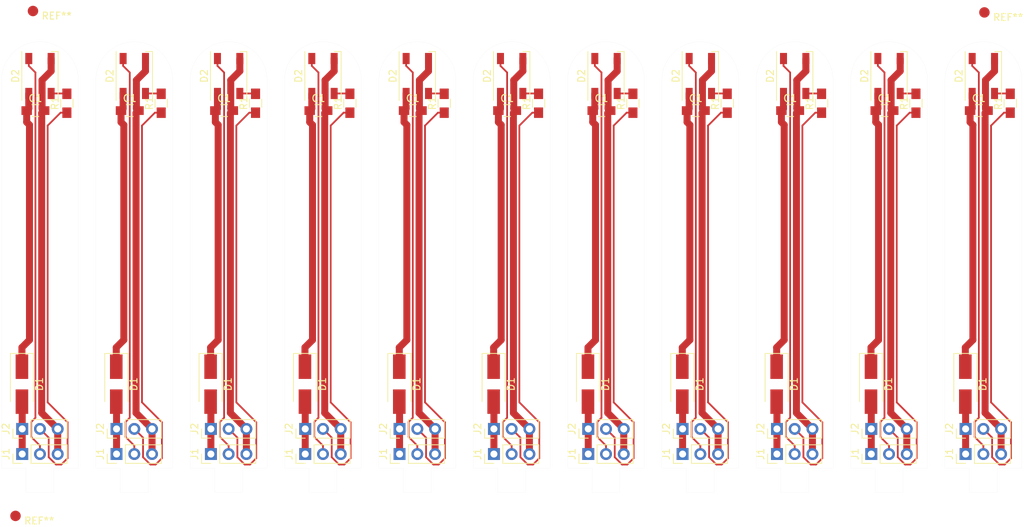
<source format=kicad_pcb>
(kicad_pcb (version 4) (host pcbnew 4.0.7)

  (general
    (links 0)
    (no_connects 0)
    (area 93.845 94.494999 106.675 160.342858)
    (thickness 1.6)
    (drawings 88)
    (tracks 429)
    (zones 0)
    (modules 69)
    (nets 7)
  )

  (page A4)
  (layers
    (0 F.Cu signal)
    (31 B.Cu signal)
    (32 B.Adhes user)
    (33 F.Adhes user)
    (34 B.Paste user)
    (35 F.Paste user)
    (36 B.SilkS user)
    (37 F.SilkS user)
    (38 B.Mask user)
    (39 F.Mask user)
    (40 Dwgs.User user)
    (41 Cmts.User user)
    (42 Eco1.User user)
    (43 Eco2.User user)
    (44 Edge.Cuts user)
    (45 Margin user)
    (46 B.CrtYd user)
    (47 F.CrtYd user)
    (48 B.Fab user)
    (49 F.Fab user hide)
  )

  (setup
    (last_trace_width 0.25)
    (user_trace_width 0.2)
    (user_trace_width 0.5)
    (user_trace_width 1)
    (trace_clearance 0.2)
    (zone_clearance 0.508)
    (zone_45_only no)
    (trace_min 0.2)
    (segment_width 0.2)
    (edge_width 0.15)
    (via_size 0.6)
    (via_drill 0.4)
    (via_min_size 0.4)
    (via_min_drill 0.3)
    (uvia_size 0.3)
    (uvia_drill 0.1)
    (uvias_allowed no)
    (uvia_min_size 0.2)
    (uvia_min_drill 0.1)
    (pcb_text_width 0.3)
    (pcb_text_size 1.5 1.5)
    (mod_edge_width 0.15)
    (mod_text_size 1 1)
    (mod_text_width 0.15)
    (pad_size 1.5 1.5)
    (pad_drill 0)
    (pad_to_mask_clearance 0.2)
    (aux_axis_origin 0 0)
    (visible_elements FFFFFF7F)
    (pcbplotparams
      (layerselection 0x00030_80000001)
      (usegerberextensions false)
      (excludeedgelayer true)
      (linewidth 0.100000)
      (plotframeref false)
      (viasonmask false)
      (mode 1)
      (useauxorigin false)
      (hpglpennumber 1)
      (hpglpenspeed 20)
      (hpglpendiameter 15)
      (hpglpenoverlay 2)
      (psnegative false)
      (psa4output false)
      (plotreference true)
      (plotvalue true)
      (plotinvisibletext false)
      (padsonsilk false)
      (subtractmaskfromsilk false)
      (outputformat 1)
      (mirror false)
      (drillshape 1)
      (scaleselection 1)
      (outputdirectory ""))
  )

  (net 0 "")
  (net 1 +5V)
  (net 2 GND)
  (net 3 "Net-(D1-Pad2)")
  (net 4 /DIN)
  (net 5 "Net-(D2-Pad2)")
  (net 6 /DOUT)

  (net_class Default "Dies ist die voreingestellte Netzklasse."
    (clearance 0.2)
    (trace_width 0.25)
    (via_dia 0.6)
    (via_drill 0.4)
    (uvia_dia 0.3)
    (uvia_drill 0.1)
    (add_net +5V)
    (add_net /DIN)
    (add_net /DOUT)
    (add_net GND)
    (add_net "Net-(D1-Pad2)")
    (add_net "Net-(D2-Pad2)")
  )

  (module Pin_Headers:Pin_Header_Straight_1x03_Pitch2.54mm (layer F.Cu) (tedit 59650532) (tstamp 5C93D830)
    (at 186.11 97.45 90)
    (descr "Through hole straight pin header, 1x03, 2.54mm pitch, single row")
    (tags "Through hole pin header THT 1x03 2.54mm single row")
    (path /5C89698C)
    (fp_text reference J2 (at 0 -2.33 90) (layer F.SilkS)
      (effects (font (size 1 1) (thickness 0.15)))
    )
    (fp_text value Conn_01x03_Male (at 0 7.41 90) (layer F.Fab)
      (effects (font (size 1 1) (thickness 0.15)))
    )
    (fp_line (start -0.635 -1.27) (end 1.27 -1.27) (layer F.Fab) (width 0.1))
    (fp_line (start 1.27 -1.27) (end 1.27 6.35) (layer F.Fab) (width 0.1))
    (fp_line (start 1.27 6.35) (end -1.27 6.35) (layer F.Fab) (width 0.1))
    (fp_line (start -1.27 6.35) (end -1.27 -0.635) (layer F.Fab) (width 0.1))
    (fp_line (start -1.27 -0.635) (end -0.635 -1.27) (layer F.Fab) (width 0.1))
    (fp_line (start -1.33 6.41) (end 1.33 6.41) (layer F.SilkS) (width 0.12))
    (fp_line (start -1.33 1.27) (end -1.33 6.41) (layer F.SilkS) (width 0.12))
    (fp_line (start 1.33 1.27) (end 1.33 6.41) (layer F.SilkS) (width 0.12))
    (fp_line (start -1.33 1.27) (end 1.33 1.27) (layer F.SilkS) (width 0.12))
    (fp_line (start -1.33 0) (end -1.33 -1.33) (layer F.SilkS) (width 0.12))
    (fp_line (start -1.33 -1.33) (end 0 -1.33) (layer F.SilkS) (width 0.12))
    (fp_line (start -1.8 -1.8) (end -1.8 6.85) (layer F.CrtYd) (width 0.05))
    (fp_line (start -1.8 6.85) (end 1.8 6.85) (layer F.CrtYd) (width 0.05))
    (fp_line (start 1.8 6.85) (end 1.8 -1.8) (layer F.CrtYd) (width 0.05))
    (fp_line (start 1.8 -1.8) (end -1.8 -1.8) (layer F.CrtYd) (width 0.05))
    (fp_text user %R (at 0 2.54 180) (layer F.Fab)
      (effects (font (size 1 1) (thickness 0.15)))
    )
    (pad 1 thru_hole rect (at 0 0 90) (size 1.7 1.7) (drill 1) (layers *.Cu *.Mask)
      (net 3 "Net-(D1-Pad2)"))
    (pad 2 thru_hole oval (at 0 2.54 90) (size 1.7 1.7) (drill 1) (layers *.Cu *.Mask)
      (net 6 /DOUT))
    (pad 3 thru_hole oval (at 0 5.08 90) (size 1.7 1.7) (drill 1) (layers *.Cu *.Mask)
      (net 2 GND))
    (model ${KISYS3DMOD}/Pin_Headers.3dshapes/Pin_Header_Straight_1x03_Pitch2.54mm.wrl
      (at (xyz 0 0 0))
      (scale (xyz 1 1 1))
      (rotate (xyz 0 0 0))
    )
  )

  (module Pin_Headers:Pin_Header_Straight_1x03_Pitch2.54mm (layer F.Cu) (tedit 59650532) (tstamp 5C93D81A)
    (at 172.61 97.45 90)
    (descr "Through hole straight pin header, 1x03, 2.54mm pitch, single row")
    (tags "Through hole pin header THT 1x03 2.54mm single row")
    (path /5C89698C)
    (fp_text reference J2 (at 0 -2.33 90) (layer F.SilkS)
      (effects (font (size 1 1) (thickness 0.15)))
    )
    (fp_text value Conn_01x03_Male (at 0 7.41 90) (layer F.Fab)
      (effects (font (size 1 1) (thickness 0.15)))
    )
    (fp_line (start -0.635 -1.27) (end 1.27 -1.27) (layer F.Fab) (width 0.1))
    (fp_line (start 1.27 -1.27) (end 1.27 6.35) (layer F.Fab) (width 0.1))
    (fp_line (start 1.27 6.35) (end -1.27 6.35) (layer F.Fab) (width 0.1))
    (fp_line (start -1.27 6.35) (end -1.27 -0.635) (layer F.Fab) (width 0.1))
    (fp_line (start -1.27 -0.635) (end -0.635 -1.27) (layer F.Fab) (width 0.1))
    (fp_line (start -1.33 6.41) (end 1.33 6.41) (layer F.SilkS) (width 0.12))
    (fp_line (start -1.33 1.27) (end -1.33 6.41) (layer F.SilkS) (width 0.12))
    (fp_line (start 1.33 1.27) (end 1.33 6.41) (layer F.SilkS) (width 0.12))
    (fp_line (start -1.33 1.27) (end 1.33 1.27) (layer F.SilkS) (width 0.12))
    (fp_line (start -1.33 0) (end -1.33 -1.33) (layer F.SilkS) (width 0.12))
    (fp_line (start -1.33 -1.33) (end 0 -1.33) (layer F.SilkS) (width 0.12))
    (fp_line (start -1.8 -1.8) (end -1.8 6.85) (layer F.CrtYd) (width 0.05))
    (fp_line (start -1.8 6.85) (end 1.8 6.85) (layer F.CrtYd) (width 0.05))
    (fp_line (start 1.8 6.85) (end 1.8 -1.8) (layer F.CrtYd) (width 0.05))
    (fp_line (start 1.8 -1.8) (end -1.8 -1.8) (layer F.CrtYd) (width 0.05))
    (fp_text user %R (at 0 2.54 180) (layer F.Fab)
      (effects (font (size 1 1) (thickness 0.15)))
    )
    (pad 1 thru_hole rect (at 0 0 90) (size 1.7 1.7) (drill 1) (layers *.Cu *.Mask)
      (net 3 "Net-(D1-Pad2)"))
    (pad 2 thru_hole oval (at 0 2.54 90) (size 1.7 1.7) (drill 1) (layers *.Cu *.Mask)
      (net 6 /DOUT))
    (pad 3 thru_hole oval (at 0 5.08 90) (size 1.7 1.7) (drill 1) (layers *.Cu *.Mask)
      (net 2 GND))
    (model ${KISYS3DMOD}/Pin_Headers.3dshapes/Pin_Header_Straight_1x03_Pitch2.54mm.wrl
      (at (xyz 0 0 0))
      (scale (xyz 1 1 1))
      (rotate (xyz 0 0 0))
    )
  )

  (module Pin_Headers:Pin_Header_Straight_1x03_Pitch2.54mm (layer F.Cu) (tedit 59650532) (tstamp 5C93D804)
    (at 159.11 97.45 90)
    (descr "Through hole straight pin header, 1x03, 2.54mm pitch, single row")
    (tags "Through hole pin header THT 1x03 2.54mm single row")
    (path /5C89698C)
    (fp_text reference J2 (at 0 -2.33 90) (layer F.SilkS)
      (effects (font (size 1 1) (thickness 0.15)))
    )
    (fp_text value Conn_01x03_Male (at 0 7.41 90) (layer F.Fab)
      (effects (font (size 1 1) (thickness 0.15)))
    )
    (fp_line (start -0.635 -1.27) (end 1.27 -1.27) (layer F.Fab) (width 0.1))
    (fp_line (start 1.27 -1.27) (end 1.27 6.35) (layer F.Fab) (width 0.1))
    (fp_line (start 1.27 6.35) (end -1.27 6.35) (layer F.Fab) (width 0.1))
    (fp_line (start -1.27 6.35) (end -1.27 -0.635) (layer F.Fab) (width 0.1))
    (fp_line (start -1.27 -0.635) (end -0.635 -1.27) (layer F.Fab) (width 0.1))
    (fp_line (start -1.33 6.41) (end 1.33 6.41) (layer F.SilkS) (width 0.12))
    (fp_line (start -1.33 1.27) (end -1.33 6.41) (layer F.SilkS) (width 0.12))
    (fp_line (start 1.33 1.27) (end 1.33 6.41) (layer F.SilkS) (width 0.12))
    (fp_line (start -1.33 1.27) (end 1.33 1.27) (layer F.SilkS) (width 0.12))
    (fp_line (start -1.33 0) (end -1.33 -1.33) (layer F.SilkS) (width 0.12))
    (fp_line (start -1.33 -1.33) (end 0 -1.33) (layer F.SilkS) (width 0.12))
    (fp_line (start -1.8 -1.8) (end -1.8 6.85) (layer F.CrtYd) (width 0.05))
    (fp_line (start -1.8 6.85) (end 1.8 6.85) (layer F.CrtYd) (width 0.05))
    (fp_line (start 1.8 6.85) (end 1.8 -1.8) (layer F.CrtYd) (width 0.05))
    (fp_line (start 1.8 -1.8) (end -1.8 -1.8) (layer F.CrtYd) (width 0.05))
    (fp_text user %R (at 0 2.54 180) (layer F.Fab)
      (effects (font (size 1 1) (thickness 0.15)))
    )
    (pad 1 thru_hole rect (at 0 0 90) (size 1.7 1.7) (drill 1) (layers *.Cu *.Mask)
      (net 3 "Net-(D1-Pad2)"))
    (pad 2 thru_hole oval (at 0 2.54 90) (size 1.7 1.7) (drill 1) (layers *.Cu *.Mask)
      (net 6 /DOUT))
    (pad 3 thru_hole oval (at 0 5.08 90) (size 1.7 1.7) (drill 1) (layers *.Cu *.Mask)
      (net 2 GND))
    (model ${KISYS3DMOD}/Pin_Headers.3dshapes/Pin_Header_Straight_1x03_Pitch2.54mm.wrl
      (at (xyz 0 0 0))
      (scale (xyz 1 1 1))
      (rotate (xyz 0 0 0))
    )
  )

  (module Pin_Headers:Pin_Header_Straight_1x03_Pitch2.54mm (layer F.Cu) (tedit 59650532) (tstamp 5C93D7EE)
    (at 145.61 97.45 90)
    (descr "Through hole straight pin header, 1x03, 2.54mm pitch, single row")
    (tags "Through hole pin header THT 1x03 2.54mm single row")
    (path /5C89698C)
    (fp_text reference J2 (at 0 -2.33 90) (layer F.SilkS)
      (effects (font (size 1 1) (thickness 0.15)))
    )
    (fp_text value Conn_01x03_Male (at 0 7.41 90) (layer F.Fab)
      (effects (font (size 1 1) (thickness 0.15)))
    )
    (fp_line (start -0.635 -1.27) (end 1.27 -1.27) (layer F.Fab) (width 0.1))
    (fp_line (start 1.27 -1.27) (end 1.27 6.35) (layer F.Fab) (width 0.1))
    (fp_line (start 1.27 6.35) (end -1.27 6.35) (layer F.Fab) (width 0.1))
    (fp_line (start -1.27 6.35) (end -1.27 -0.635) (layer F.Fab) (width 0.1))
    (fp_line (start -1.27 -0.635) (end -0.635 -1.27) (layer F.Fab) (width 0.1))
    (fp_line (start -1.33 6.41) (end 1.33 6.41) (layer F.SilkS) (width 0.12))
    (fp_line (start -1.33 1.27) (end -1.33 6.41) (layer F.SilkS) (width 0.12))
    (fp_line (start 1.33 1.27) (end 1.33 6.41) (layer F.SilkS) (width 0.12))
    (fp_line (start -1.33 1.27) (end 1.33 1.27) (layer F.SilkS) (width 0.12))
    (fp_line (start -1.33 0) (end -1.33 -1.33) (layer F.SilkS) (width 0.12))
    (fp_line (start -1.33 -1.33) (end 0 -1.33) (layer F.SilkS) (width 0.12))
    (fp_line (start -1.8 -1.8) (end -1.8 6.85) (layer F.CrtYd) (width 0.05))
    (fp_line (start -1.8 6.85) (end 1.8 6.85) (layer F.CrtYd) (width 0.05))
    (fp_line (start 1.8 6.85) (end 1.8 -1.8) (layer F.CrtYd) (width 0.05))
    (fp_line (start 1.8 -1.8) (end -1.8 -1.8) (layer F.CrtYd) (width 0.05))
    (fp_text user %R (at 0 2.54 180) (layer F.Fab)
      (effects (font (size 1 1) (thickness 0.15)))
    )
    (pad 1 thru_hole rect (at 0 0 90) (size 1.7 1.7) (drill 1) (layers *.Cu *.Mask)
      (net 3 "Net-(D1-Pad2)"))
    (pad 2 thru_hole oval (at 0 2.54 90) (size 1.7 1.7) (drill 1) (layers *.Cu *.Mask)
      (net 6 /DOUT))
    (pad 3 thru_hole oval (at 0 5.08 90) (size 1.7 1.7) (drill 1) (layers *.Cu *.Mask)
      (net 2 GND))
    (model ${KISYS3DMOD}/Pin_Headers.3dshapes/Pin_Header_Straight_1x03_Pitch2.54mm.wrl
      (at (xyz 0 0 0))
      (scale (xyz 1 1 1))
      (rotate (xyz 0 0 0))
    )
  )

  (module Pin_Headers:Pin_Header_Straight_1x03_Pitch2.54mm (layer F.Cu) (tedit 59650532) (tstamp 5C93D7D8)
    (at 132.11 97.45 90)
    (descr "Through hole straight pin header, 1x03, 2.54mm pitch, single row")
    (tags "Through hole pin header THT 1x03 2.54mm single row")
    (path /5C89698C)
    (fp_text reference J2 (at 0 -2.33 90) (layer F.SilkS)
      (effects (font (size 1 1) (thickness 0.15)))
    )
    (fp_text value Conn_01x03_Male (at 0 7.41 90) (layer F.Fab)
      (effects (font (size 1 1) (thickness 0.15)))
    )
    (fp_line (start -0.635 -1.27) (end 1.27 -1.27) (layer F.Fab) (width 0.1))
    (fp_line (start 1.27 -1.27) (end 1.27 6.35) (layer F.Fab) (width 0.1))
    (fp_line (start 1.27 6.35) (end -1.27 6.35) (layer F.Fab) (width 0.1))
    (fp_line (start -1.27 6.35) (end -1.27 -0.635) (layer F.Fab) (width 0.1))
    (fp_line (start -1.27 -0.635) (end -0.635 -1.27) (layer F.Fab) (width 0.1))
    (fp_line (start -1.33 6.41) (end 1.33 6.41) (layer F.SilkS) (width 0.12))
    (fp_line (start -1.33 1.27) (end -1.33 6.41) (layer F.SilkS) (width 0.12))
    (fp_line (start 1.33 1.27) (end 1.33 6.41) (layer F.SilkS) (width 0.12))
    (fp_line (start -1.33 1.27) (end 1.33 1.27) (layer F.SilkS) (width 0.12))
    (fp_line (start -1.33 0) (end -1.33 -1.33) (layer F.SilkS) (width 0.12))
    (fp_line (start -1.33 -1.33) (end 0 -1.33) (layer F.SilkS) (width 0.12))
    (fp_line (start -1.8 -1.8) (end -1.8 6.85) (layer F.CrtYd) (width 0.05))
    (fp_line (start -1.8 6.85) (end 1.8 6.85) (layer F.CrtYd) (width 0.05))
    (fp_line (start 1.8 6.85) (end 1.8 -1.8) (layer F.CrtYd) (width 0.05))
    (fp_line (start 1.8 -1.8) (end -1.8 -1.8) (layer F.CrtYd) (width 0.05))
    (fp_text user %R (at 0 2.54 180) (layer F.Fab)
      (effects (font (size 1 1) (thickness 0.15)))
    )
    (pad 1 thru_hole rect (at 0 0 90) (size 1.7 1.7) (drill 1) (layers *.Cu *.Mask)
      (net 3 "Net-(D1-Pad2)"))
    (pad 2 thru_hole oval (at 0 2.54 90) (size 1.7 1.7) (drill 1) (layers *.Cu *.Mask)
      (net 6 /DOUT))
    (pad 3 thru_hole oval (at 0 5.08 90) (size 1.7 1.7) (drill 1) (layers *.Cu *.Mask)
      (net 2 GND))
    (model ${KISYS3DMOD}/Pin_Headers.3dshapes/Pin_Header_Straight_1x03_Pitch2.54mm.wrl
      (at (xyz 0 0 0))
      (scale (xyz 1 1 1))
      (rotate (xyz 0 0 0))
    )
  )

  (module Pin_Headers:Pin_Header_Straight_1x03_Pitch2.54mm (layer F.Cu) (tedit 59650532) (tstamp 5C93D7C2)
    (at 118.61 97.45 90)
    (descr "Through hole straight pin header, 1x03, 2.54mm pitch, single row")
    (tags "Through hole pin header THT 1x03 2.54mm single row")
    (path /5C89698C)
    (fp_text reference J2 (at 0 -2.33 90) (layer F.SilkS)
      (effects (font (size 1 1) (thickness 0.15)))
    )
    (fp_text value Conn_01x03_Male (at 0 7.41 90) (layer F.Fab)
      (effects (font (size 1 1) (thickness 0.15)))
    )
    (fp_line (start -0.635 -1.27) (end 1.27 -1.27) (layer F.Fab) (width 0.1))
    (fp_line (start 1.27 -1.27) (end 1.27 6.35) (layer F.Fab) (width 0.1))
    (fp_line (start 1.27 6.35) (end -1.27 6.35) (layer F.Fab) (width 0.1))
    (fp_line (start -1.27 6.35) (end -1.27 -0.635) (layer F.Fab) (width 0.1))
    (fp_line (start -1.27 -0.635) (end -0.635 -1.27) (layer F.Fab) (width 0.1))
    (fp_line (start -1.33 6.41) (end 1.33 6.41) (layer F.SilkS) (width 0.12))
    (fp_line (start -1.33 1.27) (end -1.33 6.41) (layer F.SilkS) (width 0.12))
    (fp_line (start 1.33 1.27) (end 1.33 6.41) (layer F.SilkS) (width 0.12))
    (fp_line (start -1.33 1.27) (end 1.33 1.27) (layer F.SilkS) (width 0.12))
    (fp_line (start -1.33 0) (end -1.33 -1.33) (layer F.SilkS) (width 0.12))
    (fp_line (start -1.33 -1.33) (end 0 -1.33) (layer F.SilkS) (width 0.12))
    (fp_line (start -1.8 -1.8) (end -1.8 6.85) (layer F.CrtYd) (width 0.05))
    (fp_line (start -1.8 6.85) (end 1.8 6.85) (layer F.CrtYd) (width 0.05))
    (fp_line (start 1.8 6.85) (end 1.8 -1.8) (layer F.CrtYd) (width 0.05))
    (fp_line (start 1.8 -1.8) (end -1.8 -1.8) (layer F.CrtYd) (width 0.05))
    (fp_text user %R (at 0 2.54 180) (layer F.Fab)
      (effects (font (size 1 1) (thickness 0.15)))
    )
    (pad 1 thru_hole rect (at 0 0 90) (size 1.7 1.7) (drill 1) (layers *.Cu *.Mask)
      (net 3 "Net-(D1-Pad2)"))
    (pad 2 thru_hole oval (at 0 2.54 90) (size 1.7 1.7) (drill 1) (layers *.Cu *.Mask)
      (net 6 /DOUT))
    (pad 3 thru_hole oval (at 0 5.08 90) (size 1.7 1.7) (drill 1) (layers *.Cu *.Mask)
      (net 2 GND))
    (model ${KISYS3DMOD}/Pin_Headers.3dshapes/Pin_Header_Straight_1x03_Pitch2.54mm.wrl
      (at (xyz 0 0 0))
      (scale (xyz 1 1 1))
      (rotate (xyz 0 0 0))
    )
  )

  (module Pin_Headers:Pin_Header_Straight_1x03_Pitch2.54mm (layer F.Cu) (tedit 59650532) (tstamp 5C93D7AC)
    (at 105.11 97.45 90)
    (descr "Through hole straight pin header, 1x03, 2.54mm pitch, single row")
    (tags "Through hole pin header THT 1x03 2.54mm single row")
    (path /5C89698C)
    (fp_text reference J2 (at 0 -2.33 90) (layer F.SilkS)
      (effects (font (size 1 1) (thickness 0.15)))
    )
    (fp_text value Conn_01x03_Male (at 0 7.41 90) (layer F.Fab)
      (effects (font (size 1 1) (thickness 0.15)))
    )
    (fp_line (start -0.635 -1.27) (end 1.27 -1.27) (layer F.Fab) (width 0.1))
    (fp_line (start 1.27 -1.27) (end 1.27 6.35) (layer F.Fab) (width 0.1))
    (fp_line (start 1.27 6.35) (end -1.27 6.35) (layer F.Fab) (width 0.1))
    (fp_line (start -1.27 6.35) (end -1.27 -0.635) (layer F.Fab) (width 0.1))
    (fp_line (start -1.27 -0.635) (end -0.635 -1.27) (layer F.Fab) (width 0.1))
    (fp_line (start -1.33 6.41) (end 1.33 6.41) (layer F.SilkS) (width 0.12))
    (fp_line (start -1.33 1.27) (end -1.33 6.41) (layer F.SilkS) (width 0.12))
    (fp_line (start 1.33 1.27) (end 1.33 6.41) (layer F.SilkS) (width 0.12))
    (fp_line (start -1.33 1.27) (end 1.33 1.27) (layer F.SilkS) (width 0.12))
    (fp_line (start -1.33 0) (end -1.33 -1.33) (layer F.SilkS) (width 0.12))
    (fp_line (start -1.33 -1.33) (end 0 -1.33) (layer F.SilkS) (width 0.12))
    (fp_line (start -1.8 -1.8) (end -1.8 6.85) (layer F.CrtYd) (width 0.05))
    (fp_line (start -1.8 6.85) (end 1.8 6.85) (layer F.CrtYd) (width 0.05))
    (fp_line (start 1.8 6.85) (end 1.8 -1.8) (layer F.CrtYd) (width 0.05))
    (fp_line (start 1.8 -1.8) (end -1.8 -1.8) (layer F.CrtYd) (width 0.05))
    (fp_text user %R (at 0 2.54 180) (layer F.Fab)
      (effects (font (size 1 1) (thickness 0.15)))
    )
    (pad 1 thru_hole rect (at 0 0 90) (size 1.7 1.7) (drill 1) (layers *.Cu *.Mask)
      (net 3 "Net-(D1-Pad2)"))
    (pad 2 thru_hole oval (at 0 2.54 90) (size 1.7 1.7) (drill 1) (layers *.Cu *.Mask)
      (net 6 /DOUT))
    (pad 3 thru_hole oval (at 0 5.08 90) (size 1.7 1.7) (drill 1) (layers *.Cu *.Mask)
      (net 2 GND))
    (model ${KISYS3DMOD}/Pin_Headers.3dshapes/Pin_Header_Straight_1x03_Pitch2.54mm.wrl
      (at (xyz 0 0 0))
      (scale (xyz 1 1 1))
      (rotate (xyz 0 0 0))
    )
  )

  (module Pin_Headers:Pin_Header_Straight_1x03_Pitch2.54mm (layer F.Cu) (tedit 59650532) (tstamp 5C93D796)
    (at 91.61 97.45 90)
    (descr "Through hole straight pin header, 1x03, 2.54mm pitch, single row")
    (tags "Through hole pin header THT 1x03 2.54mm single row")
    (path /5C89698C)
    (fp_text reference J2 (at 0 -2.33 90) (layer F.SilkS)
      (effects (font (size 1 1) (thickness 0.15)))
    )
    (fp_text value Conn_01x03_Male (at 0 7.41 90) (layer F.Fab)
      (effects (font (size 1 1) (thickness 0.15)))
    )
    (fp_line (start -0.635 -1.27) (end 1.27 -1.27) (layer F.Fab) (width 0.1))
    (fp_line (start 1.27 -1.27) (end 1.27 6.35) (layer F.Fab) (width 0.1))
    (fp_line (start 1.27 6.35) (end -1.27 6.35) (layer F.Fab) (width 0.1))
    (fp_line (start -1.27 6.35) (end -1.27 -0.635) (layer F.Fab) (width 0.1))
    (fp_line (start -1.27 -0.635) (end -0.635 -1.27) (layer F.Fab) (width 0.1))
    (fp_line (start -1.33 6.41) (end 1.33 6.41) (layer F.SilkS) (width 0.12))
    (fp_line (start -1.33 1.27) (end -1.33 6.41) (layer F.SilkS) (width 0.12))
    (fp_line (start 1.33 1.27) (end 1.33 6.41) (layer F.SilkS) (width 0.12))
    (fp_line (start -1.33 1.27) (end 1.33 1.27) (layer F.SilkS) (width 0.12))
    (fp_line (start -1.33 0) (end -1.33 -1.33) (layer F.SilkS) (width 0.12))
    (fp_line (start -1.33 -1.33) (end 0 -1.33) (layer F.SilkS) (width 0.12))
    (fp_line (start -1.8 -1.8) (end -1.8 6.85) (layer F.CrtYd) (width 0.05))
    (fp_line (start -1.8 6.85) (end 1.8 6.85) (layer F.CrtYd) (width 0.05))
    (fp_line (start 1.8 6.85) (end 1.8 -1.8) (layer F.CrtYd) (width 0.05))
    (fp_line (start 1.8 -1.8) (end -1.8 -1.8) (layer F.CrtYd) (width 0.05))
    (fp_text user %R (at 0 2.54 180) (layer F.Fab)
      (effects (font (size 1 1) (thickness 0.15)))
    )
    (pad 1 thru_hole rect (at 0 0 90) (size 1.7 1.7) (drill 1) (layers *.Cu *.Mask)
      (net 3 "Net-(D1-Pad2)"))
    (pad 2 thru_hole oval (at 0 2.54 90) (size 1.7 1.7) (drill 1) (layers *.Cu *.Mask)
      (net 6 /DOUT))
    (pad 3 thru_hole oval (at 0 5.08 90) (size 1.7 1.7) (drill 1) (layers *.Cu *.Mask)
      (net 2 GND))
    (model ${KISYS3DMOD}/Pin_Headers.3dshapes/Pin_Header_Straight_1x03_Pitch2.54mm.wrl
      (at (xyz 0 0 0))
      (scale (xyz 1 1 1))
      (rotate (xyz 0 0 0))
    )
  )

  (module Pin_Headers:Pin_Header_Straight_1x03_Pitch2.54mm (layer F.Cu) (tedit 59650532) (tstamp 5C93D780)
    (at 78.11 97.45 90)
    (descr "Through hole straight pin header, 1x03, 2.54mm pitch, single row")
    (tags "Through hole pin header THT 1x03 2.54mm single row")
    (path /5C89698C)
    (fp_text reference J2 (at 0 -2.33 90) (layer F.SilkS)
      (effects (font (size 1 1) (thickness 0.15)))
    )
    (fp_text value Conn_01x03_Male (at 0 7.41 90) (layer F.Fab)
      (effects (font (size 1 1) (thickness 0.15)))
    )
    (fp_line (start -0.635 -1.27) (end 1.27 -1.27) (layer F.Fab) (width 0.1))
    (fp_line (start 1.27 -1.27) (end 1.27 6.35) (layer F.Fab) (width 0.1))
    (fp_line (start 1.27 6.35) (end -1.27 6.35) (layer F.Fab) (width 0.1))
    (fp_line (start -1.27 6.35) (end -1.27 -0.635) (layer F.Fab) (width 0.1))
    (fp_line (start -1.27 -0.635) (end -0.635 -1.27) (layer F.Fab) (width 0.1))
    (fp_line (start -1.33 6.41) (end 1.33 6.41) (layer F.SilkS) (width 0.12))
    (fp_line (start -1.33 1.27) (end -1.33 6.41) (layer F.SilkS) (width 0.12))
    (fp_line (start 1.33 1.27) (end 1.33 6.41) (layer F.SilkS) (width 0.12))
    (fp_line (start -1.33 1.27) (end 1.33 1.27) (layer F.SilkS) (width 0.12))
    (fp_line (start -1.33 0) (end -1.33 -1.33) (layer F.SilkS) (width 0.12))
    (fp_line (start -1.33 -1.33) (end 0 -1.33) (layer F.SilkS) (width 0.12))
    (fp_line (start -1.8 -1.8) (end -1.8 6.85) (layer F.CrtYd) (width 0.05))
    (fp_line (start -1.8 6.85) (end 1.8 6.85) (layer F.CrtYd) (width 0.05))
    (fp_line (start 1.8 6.85) (end 1.8 -1.8) (layer F.CrtYd) (width 0.05))
    (fp_line (start 1.8 -1.8) (end -1.8 -1.8) (layer F.CrtYd) (width 0.05))
    (fp_text user %R (at 0 2.54 180) (layer F.Fab)
      (effects (font (size 1 1) (thickness 0.15)))
    )
    (pad 1 thru_hole rect (at 0 0 90) (size 1.7 1.7) (drill 1) (layers *.Cu *.Mask)
      (net 3 "Net-(D1-Pad2)"))
    (pad 2 thru_hole oval (at 0 2.54 90) (size 1.7 1.7) (drill 1) (layers *.Cu *.Mask)
      (net 6 /DOUT))
    (pad 3 thru_hole oval (at 0 5.08 90) (size 1.7 1.7) (drill 1) (layers *.Cu *.Mask)
      (net 2 GND))
    (model ${KISYS3DMOD}/Pin_Headers.3dshapes/Pin_Header_Straight_1x03_Pitch2.54mm.wrl
      (at (xyz 0 0 0))
      (scale (xyz 1 1 1))
      (rotate (xyz 0 0 0))
    )
  )

  (module Pin_Headers:Pin_Header_Straight_1x03_Pitch2.54mm (layer F.Cu) (tedit 59650532) (tstamp 5C93D76A)
    (at 64.61 97.45 90)
    (descr "Through hole straight pin header, 1x03, 2.54mm pitch, single row")
    (tags "Through hole pin header THT 1x03 2.54mm single row")
    (path /5C89698C)
    (fp_text reference J2 (at 0 -2.33 90) (layer F.SilkS)
      (effects (font (size 1 1) (thickness 0.15)))
    )
    (fp_text value Conn_01x03_Male (at 0 7.41 90) (layer F.Fab)
      (effects (font (size 1 1) (thickness 0.15)))
    )
    (fp_line (start -0.635 -1.27) (end 1.27 -1.27) (layer F.Fab) (width 0.1))
    (fp_line (start 1.27 -1.27) (end 1.27 6.35) (layer F.Fab) (width 0.1))
    (fp_line (start 1.27 6.35) (end -1.27 6.35) (layer F.Fab) (width 0.1))
    (fp_line (start -1.27 6.35) (end -1.27 -0.635) (layer F.Fab) (width 0.1))
    (fp_line (start -1.27 -0.635) (end -0.635 -1.27) (layer F.Fab) (width 0.1))
    (fp_line (start -1.33 6.41) (end 1.33 6.41) (layer F.SilkS) (width 0.12))
    (fp_line (start -1.33 1.27) (end -1.33 6.41) (layer F.SilkS) (width 0.12))
    (fp_line (start 1.33 1.27) (end 1.33 6.41) (layer F.SilkS) (width 0.12))
    (fp_line (start -1.33 1.27) (end 1.33 1.27) (layer F.SilkS) (width 0.12))
    (fp_line (start -1.33 0) (end -1.33 -1.33) (layer F.SilkS) (width 0.12))
    (fp_line (start -1.33 -1.33) (end 0 -1.33) (layer F.SilkS) (width 0.12))
    (fp_line (start -1.8 -1.8) (end -1.8 6.85) (layer F.CrtYd) (width 0.05))
    (fp_line (start -1.8 6.85) (end 1.8 6.85) (layer F.CrtYd) (width 0.05))
    (fp_line (start 1.8 6.85) (end 1.8 -1.8) (layer F.CrtYd) (width 0.05))
    (fp_line (start 1.8 -1.8) (end -1.8 -1.8) (layer F.CrtYd) (width 0.05))
    (fp_text user %R (at 0 2.54 180) (layer F.Fab)
      (effects (font (size 1 1) (thickness 0.15)))
    )
    (pad 1 thru_hole rect (at 0 0 90) (size 1.7 1.7) (drill 1) (layers *.Cu *.Mask)
      (net 3 "Net-(D1-Pad2)"))
    (pad 2 thru_hole oval (at 0 2.54 90) (size 1.7 1.7) (drill 1) (layers *.Cu *.Mask)
      (net 6 /DOUT))
    (pad 3 thru_hole oval (at 0 5.08 90) (size 1.7 1.7) (drill 1) (layers *.Cu *.Mask)
      (net 2 GND))
    (model ${KISYS3DMOD}/Pin_Headers.3dshapes/Pin_Header_Straight_1x03_Pitch2.54mm.wrl
      (at (xyz 0 0 0))
      (scale (xyz 1 1 1))
      (rotate (xyz 0 0 0))
    )
  )

  (module Pin_Headers:Pin_Header_Straight_1x03_Pitch2.54mm (layer F.Cu) (tedit 59650532) (tstamp 5C93D754)
    (at 186.11 101.05 90)
    (descr "Through hole straight pin header, 1x03, 2.54mm pitch, single row")
    (tags "Through hole pin header THT 1x03 2.54mm single row")
    (path /5C895D21)
    (fp_text reference J1 (at 0 -2.33 90) (layer F.SilkS)
      (effects (font (size 1 1) (thickness 0.15)))
    )
    (fp_text value Conn_01x03_Male (at 0 7.41 90) (layer F.Fab)
      (effects (font (size 1 1) (thickness 0.15)))
    )
    (fp_line (start -0.635 -1.27) (end 1.27 -1.27) (layer F.Fab) (width 0.1))
    (fp_line (start 1.27 -1.27) (end 1.27 6.35) (layer F.Fab) (width 0.1))
    (fp_line (start 1.27 6.35) (end -1.27 6.35) (layer F.Fab) (width 0.1))
    (fp_line (start -1.27 6.35) (end -1.27 -0.635) (layer F.Fab) (width 0.1))
    (fp_line (start -1.27 -0.635) (end -0.635 -1.27) (layer F.Fab) (width 0.1))
    (fp_line (start -1.33 6.41) (end 1.33 6.41) (layer F.SilkS) (width 0.12))
    (fp_line (start -1.33 1.27) (end -1.33 6.41) (layer F.SilkS) (width 0.12))
    (fp_line (start 1.33 1.27) (end 1.33 6.41) (layer F.SilkS) (width 0.12))
    (fp_line (start -1.33 1.27) (end 1.33 1.27) (layer F.SilkS) (width 0.12))
    (fp_line (start -1.33 0) (end -1.33 -1.33) (layer F.SilkS) (width 0.12))
    (fp_line (start -1.33 -1.33) (end 0 -1.33) (layer F.SilkS) (width 0.12))
    (fp_line (start -1.8 -1.8) (end -1.8 6.85) (layer F.CrtYd) (width 0.05))
    (fp_line (start -1.8 6.85) (end 1.8 6.85) (layer F.CrtYd) (width 0.05))
    (fp_line (start 1.8 6.85) (end 1.8 -1.8) (layer F.CrtYd) (width 0.05))
    (fp_line (start 1.8 -1.8) (end -1.8 -1.8) (layer F.CrtYd) (width 0.05))
    (fp_text user %R (at 0 2.54 180) (layer F.Fab)
      (effects (font (size 1 1) (thickness 0.15)))
    )
    (pad 1 thru_hole rect (at 0 0 90) (size 1.7 1.7) (drill 1) (layers *.Cu *.Mask)
      (net 3 "Net-(D1-Pad2)"))
    (pad 2 thru_hole oval (at 0 2.54 90) (size 1.7 1.7) (drill 1) (layers *.Cu *.Mask)
      (net 4 /DIN))
    (pad 3 thru_hole oval (at 0 5.08 90) (size 1.7 1.7) (drill 1) (layers *.Cu *.Mask)
      (net 2 GND))
    (model ${KISYS3DMOD}/Pin_Headers.3dshapes/Pin_Header_Straight_1x03_Pitch2.54mm.wrl
      (at (xyz 0 0 0))
      (scale (xyz 1 1 1))
      (rotate (xyz 0 0 0))
    )
  )

  (module Pin_Headers:Pin_Header_Straight_1x03_Pitch2.54mm (layer F.Cu) (tedit 59650532) (tstamp 5C93D73E)
    (at 172.61 101.05 90)
    (descr "Through hole straight pin header, 1x03, 2.54mm pitch, single row")
    (tags "Through hole pin header THT 1x03 2.54mm single row")
    (path /5C895D21)
    (fp_text reference J1 (at 0 -2.33 90) (layer F.SilkS)
      (effects (font (size 1 1) (thickness 0.15)))
    )
    (fp_text value Conn_01x03_Male (at 0 7.41 90) (layer F.Fab)
      (effects (font (size 1 1) (thickness 0.15)))
    )
    (fp_line (start -0.635 -1.27) (end 1.27 -1.27) (layer F.Fab) (width 0.1))
    (fp_line (start 1.27 -1.27) (end 1.27 6.35) (layer F.Fab) (width 0.1))
    (fp_line (start 1.27 6.35) (end -1.27 6.35) (layer F.Fab) (width 0.1))
    (fp_line (start -1.27 6.35) (end -1.27 -0.635) (layer F.Fab) (width 0.1))
    (fp_line (start -1.27 -0.635) (end -0.635 -1.27) (layer F.Fab) (width 0.1))
    (fp_line (start -1.33 6.41) (end 1.33 6.41) (layer F.SilkS) (width 0.12))
    (fp_line (start -1.33 1.27) (end -1.33 6.41) (layer F.SilkS) (width 0.12))
    (fp_line (start 1.33 1.27) (end 1.33 6.41) (layer F.SilkS) (width 0.12))
    (fp_line (start -1.33 1.27) (end 1.33 1.27) (layer F.SilkS) (width 0.12))
    (fp_line (start -1.33 0) (end -1.33 -1.33) (layer F.SilkS) (width 0.12))
    (fp_line (start -1.33 -1.33) (end 0 -1.33) (layer F.SilkS) (width 0.12))
    (fp_line (start -1.8 -1.8) (end -1.8 6.85) (layer F.CrtYd) (width 0.05))
    (fp_line (start -1.8 6.85) (end 1.8 6.85) (layer F.CrtYd) (width 0.05))
    (fp_line (start 1.8 6.85) (end 1.8 -1.8) (layer F.CrtYd) (width 0.05))
    (fp_line (start 1.8 -1.8) (end -1.8 -1.8) (layer F.CrtYd) (width 0.05))
    (fp_text user %R (at 0 2.54 180) (layer F.Fab)
      (effects (font (size 1 1) (thickness 0.15)))
    )
    (pad 1 thru_hole rect (at 0 0 90) (size 1.7 1.7) (drill 1) (layers *.Cu *.Mask)
      (net 3 "Net-(D1-Pad2)"))
    (pad 2 thru_hole oval (at 0 2.54 90) (size 1.7 1.7) (drill 1) (layers *.Cu *.Mask)
      (net 4 /DIN))
    (pad 3 thru_hole oval (at 0 5.08 90) (size 1.7 1.7) (drill 1) (layers *.Cu *.Mask)
      (net 2 GND))
    (model ${KISYS3DMOD}/Pin_Headers.3dshapes/Pin_Header_Straight_1x03_Pitch2.54mm.wrl
      (at (xyz 0 0 0))
      (scale (xyz 1 1 1))
      (rotate (xyz 0 0 0))
    )
  )

  (module Pin_Headers:Pin_Header_Straight_1x03_Pitch2.54mm (layer F.Cu) (tedit 59650532) (tstamp 5C93D728)
    (at 159.11 101.05 90)
    (descr "Through hole straight pin header, 1x03, 2.54mm pitch, single row")
    (tags "Through hole pin header THT 1x03 2.54mm single row")
    (path /5C895D21)
    (fp_text reference J1 (at 0 -2.33 90) (layer F.SilkS)
      (effects (font (size 1 1) (thickness 0.15)))
    )
    (fp_text value Conn_01x03_Male (at 0 7.41 90) (layer F.Fab)
      (effects (font (size 1 1) (thickness 0.15)))
    )
    (fp_line (start -0.635 -1.27) (end 1.27 -1.27) (layer F.Fab) (width 0.1))
    (fp_line (start 1.27 -1.27) (end 1.27 6.35) (layer F.Fab) (width 0.1))
    (fp_line (start 1.27 6.35) (end -1.27 6.35) (layer F.Fab) (width 0.1))
    (fp_line (start -1.27 6.35) (end -1.27 -0.635) (layer F.Fab) (width 0.1))
    (fp_line (start -1.27 -0.635) (end -0.635 -1.27) (layer F.Fab) (width 0.1))
    (fp_line (start -1.33 6.41) (end 1.33 6.41) (layer F.SilkS) (width 0.12))
    (fp_line (start -1.33 1.27) (end -1.33 6.41) (layer F.SilkS) (width 0.12))
    (fp_line (start 1.33 1.27) (end 1.33 6.41) (layer F.SilkS) (width 0.12))
    (fp_line (start -1.33 1.27) (end 1.33 1.27) (layer F.SilkS) (width 0.12))
    (fp_line (start -1.33 0) (end -1.33 -1.33) (layer F.SilkS) (width 0.12))
    (fp_line (start -1.33 -1.33) (end 0 -1.33) (layer F.SilkS) (width 0.12))
    (fp_line (start -1.8 -1.8) (end -1.8 6.85) (layer F.CrtYd) (width 0.05))
    (fp_line (start -1.8 6.85) (end 1.8 6.85) (layer F.CrtYd) (width 0.05))
    (fp_line (start 1.8 6.85) (end 1.8 -1.8) (layer F.CrtYd) (width 0.05))
    (fp_line (start 1.8 -1.8) (end -1.8 -1.8) (layer F.CrtYd) (width 0.05))
    (fp_text user %R (at 0 2.54 180) (layer F.Fab)
      (effects (font (size 1 1) (thickness 0.15)))
    )
    (pad 1 thru_hole rect (at 0 0 90) (size 1.7 1.7) (drill 1) (layers *.Cu *.Mask)
      (net 3 "Net-(D1-Pad2)"))
    (pad 2 thru_hole oval (at 0 2.54 90) (size 1.7 1.7) (drill 1) (layers *.Cu *.Mask)
      (net 4 /DIN))
    (pad 3 thru_hole oval (at 0 5.08 90) (size 1.7 1.7) (drill 1) (layers *.Cu *.Mask)
      (net 2 GND))
    (model ${KISYS3DMOD}/Pin_Headers.3dshapes/Pin_Header_Straight_1x03_Pitch2.54mm.wrl
      (at (xyz 0 0 0))
      (scale (xyz 1 1 1))
      (rotate (xyz 0 0 0))
    )
  )

  (module Pin_Headers:Pin_Header_Straight_1x03_Pitch2.54mm (layer F.Cu) (tedit 59650532) (tstamp 5C93D712)
    (at 145.61 101.05 90)
    (descr "Through hole straight pin header, 1x03, 2.54mm pitch, single row")
    (tags "Through hole pin header THT 1x03 2.54mm single row")
    (path /5C895D21)
    (fp_text reference J1 (at 0 -2.33 90) (layer F.SilkS)
      (effects (font (size 1 1) (thickness 0.15)))
    )
    (fp_text value Conn_01x03_Male (at 0 7.41 90) (layer F.Fab)
      (effects (font (size 1 1) (thickness 0.15)))
    )
    (fp_line (start -0.635 -1.27) (end 1.27 -1.27) (layer F.Fab) (width 0.1))
    (fp_line (start 1.27 -1.27) (end 1.27 6.35) (layer F.Fab) (width 0.1))
    (fp_line (start 1.27 6.35) (end -1.27 6.35) (layer F.Fab) (width 0.1))
    (fp_line (start -1.27 6.35) (end -1.27 -0.635) (layer F.Fab) (width 0.1))
    (fp_line (start -1.27 -0.635) (end -0.635 -1.27) (layer F.Fab) (width 0.1))
    (fp_line (start -1.33 6.41) (end 1.33 6.41) (layer F.SilkS) (width 0.12))
    (fp_line (start -1.33 1.27) (end -1.33 6.41) (layer F.SilkS) (width 0.12))
    (fp_line (start 1.33 1.27) (end 1.33 6.41) (layer F.SilkS) (width 0.12))
    (fp_line (start -1.33 1.27) (end 1.33 1.27) (layer F.SilkS) (width 0.12))
    (fp_line (start -1.33 0) (end -1.33 -1.33) (layer F.SilkS) (width 0.12))
    (fp_line (start -1.33 -1.33) (end 0 -1.33) (layer F.SilkS) (width 0.12))
    (fp_line (start -1.8 -1.8) (end -1.8 6.85) (layer F.CrtYd) (width 0.05))
    (fp_line (start -1.8 6.85) (end 1.8 6.85) (layer F.CrtYd) (width 0.05))
    (fp_line (start 1.8 6.85) (end 1.8 -1.8) (layer F.CrtYd) (width 0.05))
    (fp_line (start 1.8 -1.8) (end -1.8 -1.8) (layer F.CrtYd) (width 0.05))
    (fp_text user %R (at 0 2.54 180) (layer F.Fab)
      (effects (font (size 1 1) (thickness 0.15)))
    )
    (pad 1 thru_hole rect (at 0 0 90) (size 1.7 1.7) (drill 1) (layers *.Cu *.Mask)
      (net 3 "Net-(D1-Pad2)"))
    (pad 2 thru_hole oval (at 0 2.54 90) (size 1.7 1.7) (drill 1) (layers *.Cu *.Mask)
      (net 4 /DIN))
    (pad 3 thru_hole oval (at 0 5.08 90) (size 1.7 1.7) (drill 1) (layers *.Cu *.Mask)
      (net 2 GND))
    (model ${KISYS3DMOD}/Pin_Headers.3dshapes/Pin_Header_Straight_1x03_Pitch2.54mm.wrl
      (at (xyz 0 0 0))
      (scale (xyz 1 1 1))
      (rotate (xyz 0 0 0))
    )
  )

  (module Pin_Headers:Pin_Header_Straight_1x03_Pitch2.54mm (layer F.Cu) (tedit 59650532) (tstamp 5C93D6FC)
    (at 132.11 101.05 90)
    (descr "Through hole straight pin header, 1x03, 2.54mm pitch, single row")
    (tags "Through hole pin header THT 1x03 2.54mm single row")
    (path /5C895D21)
    (fp_text reference J1 (at 0 -2.33 90) (layer F.SilkS)
      (effects (font (size 1 1) (thickness 0.15)))
    )
    (fp_text value Conn_01x03_Male (at 0 7.41 90) (layer F.Fab)
      (effects (font (size 1 1) (thickness 0.15)))
    )
    (fp_line (start -0.635 -1.27) (end 1.27 -1.27) (layer F.Fab) (width 0.1))
    (fp_line (start 1.27 -1.27) (end 1.27 6.35) (layer F.Fab) (width 0.1))
    (fp_line (start 1.27 6.35) (end -1.27 6.35) (layer F.Fab) (width 0.1))
    (fp_line (start -1.27 6.35) (end -1.27 -0.635) (layer F.Fab) (width 0.1))
    (fp_line (start -1.27 -0.635) (end -0.635 -1.27) (layer F.Fab) (width 0.1))
    (fp_line (start -1.33 6.41) (end 1.33 6.41) (layer F.SilkS) (width 0.12))
    (fp_line (start -1.33 1.27) (end -1.33 6.41) (layer F.SilkS) (width 0.12))
    (fp_line (start 1.33 1.27) (end 1.33 6.41) (layer F.SilkS) (width 0.12))
    (fp_line (start -1.33 1.27) (end 1.33 1.27) (layer F.SilkS) (width 0.12))
    (fp_line (start -1.33 0) (end -1.33 -1.33) (layer F.SilkS) (width 0.12))
    (fp_line (start -1.33 -1.33) (end 0 -1.33) (layer F.SilkS) (width 0.12))
    (fp_line (start -1.8 -1.8) (end -1.8 6.85) (layer F.CrtYd) (width 0.05))
    (fp_line (start -1.8 6.85) (end 1.8 6.85) (layer F.CrtYd) (width 0.05))
    (fp_line (start 1.8 6.85) (end 1.8 -1.8) (layer F.CrtYd) (width 0.05))
    (fp_line (start 1.8 -1.8) (end -1.8 -1.8) (layer F.CrtYd) (width 0.05))
    (fp_text user %R (at 0 2.54 180) (layer F.Fab)
      (effects (font (size 1 1) (thickness 0.15)))
    )
    (pad 1 thru_hole rect (at 0 0 90) (size 1.7 1.7) (drill 1) (layers *.Cu *.Mask)
      (net 3 "Net-(D1-Pad2)"))
    (pad 2 thru_hole oval (at 0 2.54 90) (size 1.7 1.7) (drill 1) (layers *.Cu *.Mask)
      (net 4 /DIN))
    (pad 3 thru_hole oval (at 0 5.08 90) (size 1.7 1.7) (drill 1) (layers *.Cu *.Mask)
      (net 2 GND))
    (model ${KISYS3DMOD}/Pin_Headers.3dshapes/Pin_Header_Straight_1x03_Pitch2.54mm.wrl
      (at (xyz 0 0 0))
      (scale (xyz 1 1 1))
      (rotate (xyz 0 0 0))
    )
  )

  (module Pin_Headers:Pin_Header_Straight_1x03_Pitch2.54mm (layer F.Cu) (tedit 59650532) (tstamp 5C93D6E6)
    (at 118.61 101.05 90)
    (descr "Through hole straight pin header, 1x03, 2.54mm pitch, single row")
    (tags "Through hole pin header THT 1x03 2.54mm single row")
    (path /5C895D21)
    (fp_text reference J1 (at 0 -2.33 90) (layer F.SilkS)
      (effects (font (size 1 1) (thickness 0.15)))
    )
    (fp_text value Conn_01x03_Male (at 0 7.41 90) (layer F.Fab)
      (effects (font (size 1 1) (thickness 0.15)))
    )
    (fp_line (start -0.635 -1.27) (end 1.27 -1.27) (layer F.Fab) (width 0.1))
    (fp_line (start 1.27 -1.27) (end 1.27 6.35) (layer F.Fab) (width 0.1))
    (fp_line (start 1.27 6.35) (end -1.27 6.35) (layer F.Fab) (width 0.1))
    (fp_line (start -1.27 6.35) (end -1.27 -0.635) (layer F.Fab) (width 0.1))
    (fp_line (start -1.27 -0.635) (end -0.635 -1.27) (layer F.Fab) (width 0.1))
    (fp_line (start -1.33 6.41) (end 1.33 6.41) (layer F.SilkS) (width 0.12))
    (fp_line (start -1.33 1.27) (end -1.33 6.41) (layer F.SilkS) (width 0.12))
    (fp_line (start 1.33 1.27) (end 1.33 6.41) (layer F.SilkS) (width 0.12))
    (fp_line (start -1.33 1.27) (end 1.33 1.27) (layer F.SilkS) (width 0.12))
    (fp_line (start -1.33 0) (end -1.33 -1.33) (layer F.SilkS) (width 0.12))
    (fp_line (start -1.33 -1.33) (end 0 -1.33) (layer F.SilkS) (width 0.12))
    (fp_line (start -1.8 -1.8) (end -1.8 6.85) (layer F.CrtYd) (width 0.05))
    (fp_line (start -1.8 6.85) (end 1.8 6.85) (layer F.CrtYd) (width 0.05))
    (fp_line (start 1.8 6.85) (end 1.8 -1.8) (layer F.CrtYd) (width 0.05))
    (fp_line (start 1.8 -1.8) (end -1.8 -1.8) (layer F.CrtYd) (width 0.05))
    (fp_text user %R (at 0 2.54 180) (layer F.Fab)
      (effects (font (size 1 1) (thickness 0.15)))
    )
    (pad 1 thru_hole rect (at 0 0 90) (size 1.7 1.7) (drill 1) (layers *.Cu *.Mask)
      (net 3 "Net-(D1-Pad2)"))
    (pad 2 thru_hole oval (at 0 2.54 90) (size 1.7 1.7) (drill 1) (layers *.Cu *.Mask)
      (net 4 /DIN))
    (pad 3 thru_hole oval (at 0 5.08 90) (size 1.7 1.7) (drill 1) (layers *.Cu *.Mask)
      (net 2 GND))
    (model ${KISYS3DMOD}/Pin_Headers.3dshapes/Pin_Header_Straight_1x03_Pitch2.54mm.wrl
      (at (xyz 0 0 0))
      (scale (xyz 1 1 1))
      (rotate (xyz 0 0 0))
    )
  )

  (module Pin_Headers:Pin_Header_Straight_1x03_Pitch2.54mm (layer F.Cu) (tedit 59650532) (tstamp 5C93D6D0)
    (at 105.11 101.05 90)
    (descr "Through hole straight pin header, 1x03, 2.54mm pitch, single row")
    (tags "Through hole pin header THT 1x03 2.54mm single row")
    (path /5C895D21)
    (fp_text reference J1 (at 0 -2.33 90) (layer F.SilkS)
      (effects (font (size 1 1) (thickness 0.15)))
    )
    (fp_text value Conn_01x03_Male (at 0 7.41 90) (layer F.Fab)
      (effects (font (size 1 1) (thickness 0.15)))
    )
    (fp_line (start -0.635 -1.27) (end 1.27 -1.27) (layer F.Fab) (width 0.1))
    (fp_line (start 1.27 -1.27) (end 1.27 6.35) (layer F.Fab) (width 0.1))
    (fp_line (start 1.27 6.35) (end -1.27 6.35) (layer F.Fab) (width 0.1))
    (fp_line (start -1.27 6.35) (end -1.27 -0.635) (layer F.Fab) (width 0.1))
    (fp_line (start -1.27 -0.635) (end -0.635 -1.27) (layer F.Fab) (width 0.1))
    (fp_line (start -1.33 6.41) (end 1.33 6.41) (layer F.SilkS) (width 0.12))
    (fp_line (start -1.33 1.27) (end -1.33 6.41) (layer F.SilkS) (width 0.12))
    (fp_line (start 1.33 1.27) (end 1.33 6.41) (layer F.SilkS) (width 0.12))
    (fp_line (start -1.33 1.27) (end 1.33 1.27) (layer F.SilkS) (width 0.12))
    (fp_line (start -1.33 0) (end -1.33 -1.33) (layer F.SilkS) (width 0.12))
    (fp_line (start -1.33 -1.33) (end 0 -1.33) (layer F.SilkS) (width 0.12))
    (fp_line (start -1.8 -1.8) (end -1.8 6.85) (layer F.CrtYd) (width 0.05))
    (fp_line (start -1.8 6.85) (end 1.8 6.85) (layer F.CrtYd) (width 0.05))
    (fp_line (start 1.8 6.85) (end 1.8 -1.8) (layer F.CrtYd) (width 0.05))
    (fp_line (start 1.8 -1.8) (end -1.8 -1.8) (layer F.CrtYd) (width 0.05))
    (fp_text user %R (at 0 2.54 180) (layer F.Fab)
      (effects (font (size 1 1) (thickness 0.15)))
    )
    (pad 1 thru_hole rect (at 0 0 90) (size 1.7 1.7) (drill 1) (layers *.Cu *.Mask)
      (net 3 "Net-(D1-Pad2)"))
    (pad 2 thru_hole oval (at 0 2.54 90) (size 1.7 1.7) (drill 1) (layers *.Cu *.Mask)
      (net 4 /DIN))
    (pad 3 thru_hole oval (at 0 5.08 90) (size 1.7 1.7) (drill 1) (layers *.Cu *.Mask)
      (net 2 GND))
    (model ${KISYS3DMOD}/Pin_Headers.3dshapes/Pin_Header_Straight_1x03_Pitch2.54mm.wrl
      (at (xyz 0 0 0))
      (scale (xyz 1 1 1))
      (rotate (xyz 0 0 0))
    )
  )

  (module Pin_Headers:Pin_Header_Straight_1x03_Pitch2.54mm (layer F.Cu) (tedit 59650532) (tstamp 5C93D6BA)
    (at 91.61 101.05 90)
    (descr "Through hole straight pin header, 1x03, 2.54mm pitch, single row")
    (tags "Through hole pin header THT 1x03 2.54mm single row")
    (path /5C895D21)
    (fp_text reference J1 (at 0 -2.33 90) (layer F.SilkS)
      (effects (font (size 1 1) (thickness 0.15)))
    )
    (fp_text value Conn_01x03_Male (at 0 7.41 90) (layer F.Fab)
      (effects (font (size 1 1) (thickness 0.15)))
    )
    (fp_line (start -0.635 -1.27) (end 1.27 -1.27) (layer F.Fab) (width 0.1))
    (fp_line (start 1.27 -1.27) (end 1.27 6.35) (layer F.Fab) (width 0.1))
    (fp_line (start 1.27 6.35) (end -1.27 6.35) (layer F.Fab) (width 0.1))
    (fp_line (start -1.27 6.35) (end -1.27 -0.635) (layer F.Fab) (width 0.1))
    (fp_line (start -1.27 -0.635) (end -0.635 -1.27) (layer F.Fab) (width 0.1))
    (fp_line (start -1.33 6.41) (end 1.33 6.41) (layer F.SilkS) (width 0.12))
    (fp_line (start -1.33 1.27) (end -1.33 6.41) (layer F.SilkS) (width 0.12))
    (fp_line (start 1.33 1.27) (end 1.33 6.41) (layer F.SilkS) (width 0.12))
    (fp_line (start -1.33 1.27) (end 1.33 1.27) (layer F.SilkS) (width 0.12))
    (fp_line (start -1.33 0) (end -1.33 -1.33) (layer F.SilkS) (width 0.12))
    (fp_line (start -1.33 -1.33) (end 0 -1.33) (layer F.SilkS) (width 0.12))
    (fp_line (start -1.8 -1.8) (end -1.8 6.85) (layer F.CrtYd) (width 0.05))
    (fp_line (start -1.8 6.85) (end 1.8 6.85) (layer F.CrtYd) (width 0.05))
    (fp_line (start 1.8 6.85) (end 1.8 -1.8) (layer F.CrtYd) (width 0.05))
    (fp_line (start 1.8 -1.8) (end -1.8 -1.8) (layer F.CrtYd) (width 0.05))
    (fp_text user %R (at 0 2.54 180) (layer F.Fab)
      (effects (font (size 1 1) (thickness 0.15)))
    )
    (pad 1 thru_hole rect (at 0 0 90) (size 1.7 1.7) (drill 1) (layers *.Cu *.Mask)
      (net 3 "Net-(D1-Pad2)"))
    (pad 2 thru_hole oval (at 0 2.54 90) (size 1.7 1.7) (drill 1) (layers *.Cu *.Mask)
      (net 4 /DIN))
    (pad 3 thru_hole oval (at 0 5.08 90) (size 1.7 1.7) (drill 1) (layers *.Cu *.Mask)
      (net 2 GND))
    (model ${KISYS3DMOD}/Pin_Headers.3dshapes/Pin_Header_Straight_1x03_Pitch2.54mm.wrl
      (at (xyz 0 0 0))
      (scale (xyz 1 1 1))
      (rotate (xyz 0 0 0))
    )
  )

  (module Pin_Headers:Pin_Header_Straight_1x03_Pitch2.54mm (layer F.Cu) (tedit 59650532) (tstamp 5C93D6A4)
    (at 78.11 101.05 90)
    (descr "Through hole straight pin header, 1x03, 2.54mm pitch, single row")
    (tags "Through hole pin header THT 1x03 2.54mm single row")
    (path /5C895D21)
    (fp_text reference J1 (at 0 -2.33 90) (layer F.SilkS)
      (effects (font (size 1 1) (thickness 0.15)))
    )
    (fp_text value Conn_01x03_Male (at 0 7.41 90) (layer F.Fab)
      (effects (font (size 1 1) (thickness 0.15)))
    )
    (fp_line (start -0.635 -1.27) (end 1.27 -1.27) (layer F.Fab) (width 0.1))
    (fp_line (start 1.27 -1.27) (end 1.27 6.35) (layer F.Fab) (width 0.1))
    (fp_line (start 1.27 6.35) (end -1.27 6.35) (layer F.Fab) (width 0.1))
    (fp_line (start -1.27 6.35) (end -1.27 -0.635) (layer F.Fab) (width 0.1))
    (fp_line (start -1.27 -0.635) (end -0.635 -1.27) (layer F.Fab) (width 0.1))
    (fp_line (start -1.33 6.41) (end 1.33 6.41) (layer F.SilkS) (width 0.12))
    (fp_line (start -1.33 1.27) (end -1.33 6.41) (layer F.SilkS) (width 0.12))
    (fp_line (start 1.33 1.27) (end 1.33 6.41) (layer F.SilkS) (width 0.12))
    (fp_line (start -1.33 1.27) (end 1.33 1.27) (layer F.SilkS) (width 0.12))
    (fp_line (start -1.33 0) (end -1.33 -1.33) (layer F.SilkS) (width 0.12))
    (fp_line (start -1.33 -1.33) (end 0 -1.33) (layer F.SilkS) (width 0.12))
    (fp_line (start -1.8 -1.8) (end -1.8 6.85) (layer F.CrtYd) (width 0.05))
    (fp_line (start -1.8 6.85) (end 1.8 6.85) (layer F.CrtYd) (width 0.05))
    (fp_line (start 1.8 6.85) (end 1.8 -1.8) (layer F.CrtYd) (width 0.05))
    (fp_line (start 1.8 -1.8) (end -1.8 -1.8) (layer F.CrtYd) (width 0.05))
    (fp_text user %R (at 0 2.54 180) (layer F.Fab)
      (effects (font (size 1 1) (thickness 0.15)))
    )
    (pad 1 thru_hole rect (at 0 0 90) (size 1.7 1.7) (drill 1) (layers *.Cu *.Mask)
      (net 3 "Net-(D1-Pad2)"))
    (pad 2 thru_hole oval (at 0 2.54 90) (size 1.7 1.7) (drill 1) (layers *.Cu *.Mask)
      (net 4 /DIN))
    (pad 3 thru_hole oval (at 0 5.08 90) (size 1.7 1.7) (drill 1) (layers *.Cu *.Mask)
      (net 2 GND))
    (model ${KISYS3DMOD}/Pin_Headers.3dshapes/Pin_Header_Straight_1x03_Pitch2.54mm.wrl
      (at (xyz 0 0 0))
      (scale (xyz 1 1 1))
      (rotate (xyz 0 0 0))
    )
  )

  (module Pin_Headers:Pin_Header_Straight_1x03_Pitch2.54mm (layer F.Cu) (tedit 59650532) (tstamp 5C93D68E)
    (at 64.61 101.05 90)
    (descr "Through hole straight pin header, 1x03, 2.54mm pitch, single row")
    (tags "Through hole pin header THT 1x03 2.54mm single row")
    (path /5C895D21)
    (fp_text reference J1 (at 0 -2.33 90) (layer F.SilkS)
      (effects (font (size 1 1) (thickness 0.15)))
    )
    (fp_text value Conn_01x03_Male (at 0 7.41 90) (layer F.Fab)
      (effects (font (size 1 1) (thickness 0.15)))
    )
    (fp_line (start -0.635 -1.27) (end 1.27 -1.27) (layer F.Fab) (width 0.1))
    (fp_line (start 1.27 -1.27) (end 1.27 6.35) (layer F.Fab) (width 0.1))
    (fp_line (start 1.27 6.35) (end -1.27 6.35) (layer F.Fab) (width 0.1))
    (fp_line (start -1.27 6.35) (end -1.27 -0.635) (layer F.Fab) (width 0.1))
    (fp_line (start -1.27 -0.635) (end -0.635 -1.27) (layer F.Fab) (width 0.1))
    (fp_line (start -1.33 6.41) (end 1.33 6.41) (layer F.SilkS) (width 0.12))
    (fp_line (start -1.33 1.27) (end -1.33 6.41) (layer F.SilkS) (width 0.12))
    (fp_line (start 1.33 1.27) (end 1.33 6.41) (layer F.SilkS) (width 0.12))
    (fp_line (start -1.33 1.27) (end 1.33 1.27) (layer F.SilkS) (width 0.12))
    (fp_line (start -1.33 0) (end -1.33 -1.33) (layer F.SilkS) (width 0.12))
    (fp_line (start -1.33 -1.33) (end 0 -1.33) (layer F.SilkS) (width 0.12))
    (fp_line (start -1.8 -1.8) (end -1.8 6.85) (layer F.CrtYd) (width 0.05))
    (fp_line (start -1.8 6.85) (end 1.8 6.85) (layer F.CrtYd) (width 0.05))
    (fp_line (start 1.8 6.85) (end 1.8 -1.8) (layer F.CrtYd) (width 0.05))
    (fp_line (start 1.8 -1.8) (end -1.8 -1.8) (layer F.CrtYd) (width 0.05))
    (fp_text user %R (at 0 2.54 180) (layer F.Fab)
      (effects (font (size 1 1) (thickness 0.15)))
    )
    (pad 1 thru_hole rect (at 0 0 90) (size 1.7 1.7) (drill 1) (layers *.Cu *.Mask)
      (net 3 "Net-(D1-Pad2)"))
    (pad 2 thru_hole oval (at 0 2.54 90) (size 1.7 1.7) (drill 1) (layers *.Cu *.Mask)
      (net 4 /DIN))
    (pad 3 thru_hole oval (at 0 5.08 90) (size 1.7 1.7) (drill 1) (layers *.Cu *.Mask)
      (net 2 GND))
    (model ${KISYS3DMOD}/Pin_Headers.3dshapes/Pin_Header_Straight_1x03_Pitch2.54mm.wrl
      (at (xyz 0 0 0))
      (scale (xyz 1 1 1))
      (rotate (xyz 0 0 0))
    )
  )

  (module Capacitors_SMD:C_0805_HandSoldering (layer F.Cu) (tedit 58AA84A8) (tstamp 5C93D67E)
    (at 188 51.9)
    (descr "Capacitor SMD 0805, hand soldering")
    (tags "capacitor 0805")
    (path /5C895DC3)
    (attr smd)
    (fp_text reference C1 (at 0 -1.75) (layer F.SilkS)
      (effects (font (size 1 1) (thickness 0.15)))
    )
    (fp_text value 100nF (at 0 1.75) (layer F.Fab)
      (effects (font (size 1 1) (thickness 0.15)))
    )
    (fp_text user %R (at 0 -1.75) (layer F.Fab)
      (effects (font (size 1 1) (thickness 0.15)))
    )
    (fp_line (start -1 0.62) (end -1 -0.62) (layer F.Fab) (width 0.1))
    (fp_line (start 1 0.62) (end -1 0.62) (layer F.Fab) (width 0.1))
    (fp_line (start 1 -0.62) (end 1 0.62) (layer F.Fab) (width 0.1))
    (fp_line (start -1 -0.62) (end 1 -0.62) (layer F.Fab) (width 0.1))
    (fp_line (start 0.5 -0.85) (end -0.5 -0.85) (layer F.SilkS) (width 0.12))
    (fp_line (start -0.5 0.85) (end 0.5 0.85) (layer F.SilkS) (width 0.12))
    (fp_line (start -2.25 -0.88) (end 2.25 -0.88) (layer F.CrtYd) (width 0.05))
    (fp_line (start -2.25 -0.88) (end -2.25 0.87) (layer F.CrtYd) (width 0.05))
    (fp_line (start 2.25 0.87) (end 2.25 -0.88) (layer F.CrtYd) (width 0.05))
    (fp_line (start 2.25 0.87) (end -2.25 0.87) (layer F.CrtYd) (width 0.05))
    (pad 1 smd rect (at -1.25 0) (size 1.5 1.25) (layers F.Cu F.Paste F.Mask)
      (net 1 +5V))
    (pad 2 smd rect (at 1.25 0) (size 1.5 1.25) (layers F.Cu F.Paste F.Mask)
      (net 2 GND))
    (model Capacitors_SMD.3dshapes/C_0805.wrl
      (at (xyz 0 0 0))
      (scale (xyz 1 1 1))
      (rotate (xyz 0 0 0))
    )
  )

  (module Capacitors_SMD:C_0805_HandSoldering (layer F.Cu) (tedit 58AA84A8) (tstamp 5C93D66E)
    (at 174.5 51.9)
    (descr "Capacitor SMD 0805, hand soldering")
    (tags "capacitor 0805")
    (path /5C895DC3)
    (attr smd)
    (fp_text reference C1 (at 0 -1.75) (layer F.SilkS)
      (effects (font (size 1 1) (thickness 0.15)))
    )
    (fp_text value 100nF (at 0 1.75) (layer F.Fab)
      (effects (font (size 1 1) (thickness 0.15)))
    )
    (fp_text user %R (at 0 -1.75) (layer F.Fab)
      (effects (font (size 1 1) (thickness 0.15)))
    )
    (fp_line (start -1 0.62) (end -1 -0.62) (layer F.Fab) (width 0.1))
    (fp_line (start 1 0.62) (end -1 0.62) (layer F.Fab) (width 0.1))
    (fp_line (start 1 -0.62) (end 1 0.62) (layer F.Fab) (width 0.1))
    (fp_line (start -1 -0.62) (end 1 -0.62) (layer F.Fab) (width 0.1))
    (fp_line (start 0.5 -0.85) (end -0.5 -0.85) (layer F.SilkS) (width 0.12))
    (fp_line (start -0.5 0.85) (end 0.5 0.85) (layer F.SilkS) (width 0.12))
    (fp_line (start -2.25 -0.88) (end 2.25 -0.88) (layer F.CrtYd) (width 0.05))
    (fp_line (start -2.25 -0.88) (end -2.25 0.87) (layer F.CrtYd) (width 0.05))
    (fp_line (start 2.25 0.87) (end 2.25 -0.88) (layer F.CrtYd) (width 0.05))
    (fp_line (start 2.25 0.87) (end -2.25 0.87) (layer F.CrtYd) (width 0.05))
    (pad 1 smd rect (at -1.25 0) (size 1.5 1.25) (layers F.Cu F.Paste F.Mask)
      (net 1 +5V))
    (pad 2 smd rect (at 1.25 0) (size 1.5 1.25) (layers F.Cu F.Paste F.Mask)
      (net 2 GND))
    (model Capacitors_SMD.3dshapes/C_0805.wrl
      (at (xyz 0 0 0))
      (scale (xyz 1 1 1))
      (rotate (xyz 0 0 0))
    )
  )

  (module Capacitors_SMD:C_0805_HandSoldering (layer F.Cu) (tedit 58AA84A8) (tstamp 5C93D65E)
    (at 161 51.9)
    (descr "Capacitor SMD 0805, hand soldering")
    (tags "capacitor 0805")
    (path /5C895DC3)
    (attr smd)
    (fp_text reference C1 (at 0 -1.75) (layer F.SilkS)
      (effects (font (size 1 1) (thickness 0.15)))
    )
    (fp_text value 100nF (at 0 1.75) (layer F.Fab)
      (effects (font (size 1 1) (thickness 0.15)))
    )
    (fp_text user %R (at 0 -1.75) (layer F.Fab)
      (effects (font (size 1 1) (thickness 0.15)))
    )
    (fp_line (start -1 0.62) (end -1 -0.62) (layer F.Fab) (width 0.1))
    (fp_line (start 1 0.62) (end -1 0.62) (layer F.Fab) (width 0.1))
    (fp_line (start 1 -0.62) (end 1 0.62) (layer F.Fab) (width 0.1))
    (fp_line (start -1 -0.62) (end 1 -0.62) (layer F.Fab) (width 0.1))
    (fp_line (start 0.5 -0.85) (end -0.5 -0.85) (layer F.SilkS) (width 0.12))
    (fp_line (start -0.5 0.85) (end 0.5 0.85) (layer F.SilkS) (width 0.12))
    (fp_line (start -2.25 -0.88) (end 2.25 -0.88) (layer F.CrtYd) (width 0.05))
    (fp_line (start -2.25 -0.88) (end -2.25 0.87) (layer F.CrtYd) (width 0.05))
    (fp_line (start 2.25 0.87) (end 2.25 -0.88) (layer F.CrtYd) (width 0.05))
    (fp_line (start 2.25 0.87) (end -2.25 0.87) (layer F.CrtYd) (width 0.05))
    (pad 1 smd rect (at -1.25 0) (size 1.5 1.25) (layers F.Cu F.Paste F.Mask)
      (net 1 +5V))
    (pad 2 smd rect (at 1.25 0) (size 1.5 1.25) (layers F.Cu F.Paste F.Mask)
      (net 2 GND))
    (model Capacitors_SMD.3dshapes/C_0805.wrl
      (at (xyz 0 0 0))
      (scale (xyz 1 1 1))
      (rotate (xyz 0 0 0))
    )
  )

  (module Capacitors_SMD:C_0805_HandSoldering (layer F.Cu) (tedit 58AA84A8) (tstamp 5C93D64E)
    (at 147.5 51.9)
    (descr "Capacitor SMD 0805, hand soldering")
    (tags "capacitor 0805")
    (path /5C895DC3)
    (attr smd)
    (fp_text reference C1 (at 0 -1.75) (layer F.SilkS)
      (effects (font (size 1 1) (thickness 0.15)))
    )
    (fp_text value 100nF (at 0 1.75) (layer F.Fab)
      (effects (font (size 1 1) (thickness 0.15)))
    )
    (fp_text user %R (at 0 -1.75) (layer F.Fab)
      (effects (font (size 1 1) (thickness 0.15)))
    )
    (fp_line (start -1 0.62) (end -1 -0.62) (layer F.Fab) (width 0.1))
    (fp_line (start 1 0.62) (end -1 0.62) (layer F.Fab) (width 0.1))
    (fp_line (start 1 -0.62) (end 1 0.62) (layer F.Fab) (width 0.1))
    (fp_line (start -1 -0.62) (end 1 -0.62) (layer F.Fab) (width 0.1))
    (fp_line (start 0.5 -0.85) (end -0.5 -0.85) (layer F.SilkS) (width 0.12))
    (fp_line (start -0.5 0.85) (end 0.5 0.85) (layer F.SilkS) (width 0.12))
    (fp_line (start -2.25 -0.88) (end 2.25 -0.88) (layer F.CrtYd) (width 0.05))
    (fp_line (start -2.25 -0.88) (end -2.25 0.87) (layer F.CrtYd) (width 0.05))
    (fp_line (start 2.25 0.87) (end 2.25 -0.88) (layer F.CrtYd) (width 0.05))
    (fp_line (start 2.25 0.87) (end -2.25 0.87) (layer F.CrtYd) (width 0.05))
    (pad 1 smd rect (at -1.25 0) (size 1.5 1.25) (layers F.Cu F.Paste F.Mask)
      (net 1 +5V))
    (pad 2 smd rect (at 1.25 0) (size 1.5 1.25) (layers F.Cu F.Paste F.Mask)
      (net 2 GND))
    (model Capacitors_SMD.3dshapes/C_0805.wrl
      (at (xyz 0 0 0))
      (scale (xyz 1 1 1))
      (rotate (xyz 0 0 0))
    )
  )

  (module Capacitors_SMD:C_0805_HandSoldering (layer F.Cu) (tedit 58AA84A8) (tstamp 5C93D63E)
    (at 134 51.9)
    (descr "Capacitor SMD 0805, hand soldering")
    (tags "capacitor 0805")
    (path /5C895DC3)
    (attr smd)
    (fp_text reference C1 (at 0 -1.75) (layer F.SilkS)
      (effects (font (size 1 1) (thickness 0.15)))
    )
    (fp_text value 100nF (at 0 1.75) (layer F.Fab)
      (effects (font (size 1 1) (thickness 0.15)))
    )
    (fp_text user %R (at 0 -1.75) (layer F.Fab)
      (effects (font (size 1 1) (thickness 0.15)))
    )
    (fp_line (start -1 0.62) (end -1 -0.62) (layer F.Fab) (width 0.1))
    (fp_line (start 1 0.62) (end -1 0.62) (layer F.Fab) (width 0.1))
    (fp_line (start 1 -0.62) (end 1 0.62) (layer F.Fab) (width 0.1))
    (fp_line (start -1 -0.62) (end 1 -0.62) (layer F.Fab) (width 0.1))
    (fp_line (start 0.5 -0.85) (end -0.5 -0.85) (layer F.SilkS) (width 0.12))
    (fp_line (start -0.5 0.85) (end 0.5 0.85) (layer F.SilkS) (width 0.12))
    (fp_line (start -2.25 -0.88) (end 2.25 -0.88) (layer F.CrtYd) (width 0.05))
    (fp_line (start -2.25 -0.88) (end -2.25 0.87) (layer F.CrtYd) (width 0.05))
    (fp_line (start 2.25 0.87) (end 2.25 -0.88) (layer F.CrtYd) (width 0.05))
    (fp_line (start 2.25 0.87) (end -2.25 0.87) (layer F.CrtYd) (width 0.05))
    (pad 1 smd rect (at -1.25 0) (size 1.5 1.25) (layers F.Cu F.Paste F.Mask)
      (net 1 +5V))
    (pad 2 smd rect (at 1.25 0) (size 1.5 1.25) (layers F.Cu F.Paste F.Mask)
      (net 2 GND))
    (model Capacitors_SMD.3dshapes/C_0805.wrl
      (at (xyz 0 0 0))
      (scale (xyz 1 1 1))
      (rotate (xyz 0 0 0))
    )
  )

  (module Capacitors_SMD:C_0805_HandSoldering (layer F.Cu) (tedit 58AA84A8) (tstamp 5C93D62E)
    (at 120.5 51.9)
    (descr "Capacitor SMD 0805, hand soldering")
    (tags "capacitor 0805")
    (path /5C895DC3)
    (attr smd)
    (fp_text reference C1 (at 0 -1.75) (layer F.SilkS)
      (effects (font (size 1 1) (thickness 0.15)))
    )
    (fp_text value 100nF (at 0 1.75) (layer F.Fab)
      (effects (font (size 1 1) (thickness 0.15)))
    )
    (fp_text user %R (at 0 -1.75) (layer F.Fab)
      (effects (font (size 1 1) (thickness 0.15)))
    )
    (fp_line (start -1 0.62) (end -1 -0.62) (layer F.Fab) (width 0.1))
    (fp_line (start 1 0.62) (end -1 0.62) (layer F.Fab) (width 0.1))
    (fp_line (start 1 -0.62) (end 1 0.62) (layer F.Fab) (width 0.1))
    (fp_line (start -1 -0.62) (end 1 -0.62) (layer F.Fab) (width 0.1))
    (fp_line (start 0.5 -0.85) (end -0.5 -0.85) (layer F.SilkS) (width 0.12))
    (fp_line (start -0.5 0.85) (end 0.5 0.85) (layer F.SilkS) (width 0.12))
    (fp_line (start -2.25 -0.88) (end 2.25 -0.88) (layer F.CrtYd) (width 0.05))
    (fp_line (start -2.25 -0.88) (end -2.25 0.87) (layer F.CrtYd) (width 0.05))
    (fp_line (start 2.25 0.87) (end 2.25 -0.88) (layer F.CrtYd) (width 0.05))
    (fp_line (start 2.25 0.87) (end -2.25 0.87) (layer F.CrtYd) (width 0.05))
    (pad 1 smd rect (at -1.25 0) (size 1.5 1.25) (layers F.Cu F.Paste F.Mask)
      (net 1 +5V))
    (pad 2 smd rect (at 1.25 0) (size 1.5 1.25) (layers F.Cu F.Paste F.Mask)
      (net 2 GND))
    (model Capacitors_SMD.3dshapes/C_0805.wrl
      (at (xyz 0 0 0))
      (scale (xyz 1 1 1))
      (rotate (xyz 0 0 0))
    )
  )

  (module Capacitors_SMD:C_0805_HandSoldering (layer F.Cu) (tedit 58AA84A8) (tstamp 5C93D61E)
    (at 107 51.9)
    (descr "Capacitor SMD 0805, hand soldering")
    (tags "capacitor 0805")
    (path /5C895DC3)
    (attr smd)
    (fp_text reference C1 (at 0 -1.75) (layer F.SilkS)
      (effects (font (size 1 1) (thickness 0.15)))
    )
    (fp_text value 100nF (at 0 1.75) (layer F.Fab)
      (effects (font (size 1 1) (thickness 0.15)))
    )
    (fp_text user %R (at 0 -1.75) (layer F.Fab)
      (effects (font (size 1 1) (thickness 0.15)))
    )
    (fp_line (start -1 0.62) (end -1 -0.62) (layer F.Fab) (width 0.1))
    (fp_line (start 1 0.62) (end -1 0.62) (layer F.Fab) (width 0.1))
    (fp_line (start 1 -0.62) (end 1 0.62) (layer F.Fab) (width 0.1))
    (fp_line (start -1 -0.62) (end 1 -0.62) (layer F.Fab) (width 0.1))
    (fp_line (start 0.5 -0.85) (end -0.5 -0.85) (layer F.SilkS) (width 0.12))
    (fp_line (start -0.5 0.85) (end 0.5 0.85) (layer F.SilkS) (width 0.12))
    (fp_line (start -2.25 -0.88) (end 2.25 -0.88) (layer F.CrtYd) (width 0.05))
    (fp_line (start -2.25 -0.88) (end -2.25 0.87) (layer F.CrtYd) (width 0.05))
    (fp_line (start 2.25 0.87) (end 2.25 -0.88) (layer F.CrtYd) (width 0.05))
    (fp_line (start 2.25 0.87) (end -2.25 0.87) (layer F.CrtYd) (width 0.05))
    (pad 1 smd rect (at -1.25 0) (size 1.5 1.25) (layers F.Cu F.Paste F.Mask)
      (net 1 +5V))
    (pad 2 smd rect (at 1.25 0) (size 1.5 1.25) (layers F.Cu F.Paste F.Mask)
      (net 2 GND))
    (model Capacitors_SMD.3dshapes/C_0805.wrl
      (at (xyz 0 0 0))
      (scale (xyz 1 1 1))
      (rotate (xyz 0 0 0))
    )
  )

  (module Capacitors_SMD:C_0805_HandSoldering (layer F.Cu) (tedit 58AA84A8) (tstamp 5C93D60E)
    (at 93.5 51.9)
    (descr "Capacitor SMD 0805, hand soldering")
    (tags "capacitor 0805")
    (path /5C895DC3)
    (attr smd)
    (fp_text reference C1 (at 0 -1.75) (layer F.SilkS)
      (effects (font (size 1 1) (thickness 0.15)))
    )
    (fp_text value 100nF (at 0 1.75) (layer F.Fab)
      (effects (font (size 1 1) (thickness 0.15)))
    )
    (fp_text user %R (at 0 -1.75) (layer F.Fab)
      (effects (font (size 1 1) (thickness 0.15)))
    )
    (fp_line (start -1 0.62) (end -1 -0.62) (layer F.Fab) (width 0.1))
    (fp_line (start 1 0.62) (end -1 0.62) (layer F.Fab) (width 0.1))
    (fp_line (start 1 -0.62) (end 1 0.62) (layer F.Fab) (width 0.1))
    (fp_line (start -1 -0.62) (end 1 -0.62) (layer F.Fab) (width 0.1))
    (fp_line (start 0.5 -0.85) (end -0.5 -0.85) (layer F.SilkS) (width 0.12))
    (fp_line (start -0.5 0.85) (end 0.5 0.85) (layer F.SilkS) (width 0.12))
    (fp_line (start -2.25 -0.88) (end 2.25 -0.88) (layer F.CrtYd) (width 0.05))
    (fp_line (start -2.25 -0.88) (end -2.25 0.87) (layer F.CrtYd) (width 0.05))
    (fp_line (start 2.25 0.87) (end 2.25 -0.88) (layer F.CrtYd) (width 0.05))
    (fp_line (start 2.25 0.87) (end -2.25 0.87) (layer F.CrtYd) (width 0.05))
    (pad 1 smd rect (at -1.25 0) (size 1.5 1.25) (layers F.Cu F.Paste F.Mask)
      (net 1 +5V))
    (pad 2 smd rect (at 1.25 0) (size 1.5 1.25) (layers F.Cu F.Paste F.Mask)
      (net 2 GND))
    (model Capacitors_SMD.3dshapes/C_0805.wrl
      (at (xyz 0 0 0))
      (scale (xyz 1 1 1))
      (rotate (xyz 0 0 0))
    )
  )

  (module Capacitors_SMD:C_0805_HandSoldering (layer F.Cu) (tedit 58AA84A8) (tstamp 5C93D5FE)
    (at 80 51.9)
    (descr "Capacitor SMD 0805, hand soldering")
    (tags "capacitor 0805")
    (path /5C895DC3)
    (attr smd)
    (fp_text reference C1 (at 0 -1.75) (layer F.SilkS)
      (effects (font (size 1 1) (thickness 0.15)))
    )
    (fp_text value 100nF (at 0 1.75) (layer F.Fab)
      (effects (font (size 1 1) (thickness 0.15)))
    )
    (fp_text user %R (at 0 -1.75) (layer F.Fab)
      (effects (font (size 1 1) (thickness 0.15)))
    )
    (fp_line (start -1 0.62) (end -1 -0.62) (layer F.Fab) (width 0.1))
    (fp_line (start 1 0.62) (end -1 0.62) (layer F.Fab) (width 0.1))
    (fp_line (start 1 -0.62) (end 1 0.62) (layer F.Fab) (width 0.1))
    (fp_line (start -1 -0.62) (end 1 -0.62) (layer F.Fab) (width 0.1))
    (fp_line (start 0.5 -0.85) (end -0.5 -0.85) (layer F.SilkS) (width 0.12))
    (fp_line (start -0.5 0.85) (end 0.5 0.85) (layer F.SilkS) (width 0.12))
    (fp_line (start -2.25 -0.88) (end 2.25 -0.88) (layer F.CrtYd) (width 0.05))
    (fp_line (start -2.25 -0.88) (end -2.25 0.87) (layer F.CrtYd) (width 0.05))
    (fp_line (start 2.25 0.87) (end 2.25 -0.88) (layer F.CrtYd) (width 0.05))
    (fp_line (start 2.25 0.87) (end -2.25 0.87) (layer F.CrtYd) (width 0.05))
    (pad 1 smd rect (at -1.25 0) (size 1.5 1.25) (layers F.Cu F.Paste F.Mask)
      (net 1 +5V))
    (pad 2 smd rect (at 1.25 0) (size 1.5 1.25) (layers F.Cu F.Paste F.Mask)
      (net 2 GND))
    (model Capacitors_SMD.3dshapes/C_0805.wrl
      (at (xyz 0 0 0))
      (scale (xyz 1 1 1))
      (rotate (xyz 0 0 0))
    )
  )

  (module Capacitors_SMD:C_0805_HandSoldering (layer F.Cu) (tedit 58AA84A8) (tstamp 5C93D5EE)
    (at 66.5 51.9)
    (descr "Capacitor SMD 0805, hand soldering")
    (tags "capacitor 0805")
    (path /5C895DC3)
    (attr smd)
    (fp_text reference C1 (at 0 -1.75) (layer F.SilkS)
      (effects (font (size 1 1) (thickness 0.15)))
    )
    (fp_text value 100nF (at 0 1.75) (layer F.Fab)
      (effects (font (size 1 1) (thickness 0.15)))
    )
    (fp_text user %R (at 0 -1.75) (layer F.Fab)
      (effects (font (size 1 1) (thickness 0.15)))
    )
    (fp_line (start -1 0.62) (end -1 -0.62) (layer F.Fab) (width 0.1))
    (fp_line (start 1 0.62) (end -1 0.62) (layer F.Fab) (width 0.1))
    (fp_line (start 1 -0.62) (end 1 0.62) (layer F.Fab) (width 0.1))
    (fp_line (start -1 -0.62) (end 1 -0.62) (layer F.Fab) (width 0.1))
    (fp_line (start 0.5 -0.85) (end -0.5 -0.85) (layer F.SilkS) (width 0.12))
    (fp_line (start -0.5 0.85) (end 0.5 0.85) (layer F.SilkS) (width 0.12))
    (fp_line (start -2.25 -0.88) (end 2.25 -0.88) (layer F.CrtYd) (width 0.05))
    (fp_line (start -2.25 -0.88) (end -2.25 0.87) (layer F.CrtYd) (width 0.05))
    (fp_line (start 2.25 0.87) (end 2.25 -0.88) (layer F.CrtYd) (width 0.05))
    (fp_line (start 2.25 0.87) (end -2.25 0.87) (layer F.CrtYd) (width 0.05))
    (pad 1 smd rect (at -1.25 0) (size 1.5 1.25) (layers F.Cu F.Paste F.Mask)
      (net 1 +5V))
    (pad 2 smd rect (at 1.25 0) (size 1.5 1.25) (layers F.Cu F.Paste F.Mask)
      (net 2 GND))
    (model Capacitors_SMD.3dshapes/C_0805.wrl
      (at (xyz 0 0 0))
      (scale (xyz 1 1 1))
      (rotate (xyz 0 0 0))
    )
  )

  (module LEDs:LED_WS2812B-PLCC4 (layer F.Cu) (tedit 587A6D9E) (tstamp 5C93D5DA)
    (at 188.65 46.95 90)
    (descr http://www.world-semi.com/uploads/soft/150522/1-150522091P5.pdf)
    (tags "LED NeoPixel")
    (path /5C89666C)
    (attr smd)
    (fp_text reference D2 (at 0 -3.5 90) (layer F.SilkS)
      (effects (font (size 1 1) (thickness 0.15)))
    )
    (fp_text value WS2812B (at 0 4 90) (layer F.Fab)
      (effects (font (size 1 1) (thickness 0.15)))
    )
    (fp_line (start 3.75 -2.85) (end -3.75 -2.85) (layer F.CrtYd) (width 0.05))
    (fp_line (start 3.75 2.85) (end 3.75 -2.85) (layer F.CrtYd) (width 0.05))
    (fp_line (start -3.75 2.85) (end 3.75 2.85) (layer F.CrtYd) (width 0.05))
    (fp_line (start -3.75 -2.85) (end -3.75 2.85) (layer F.CrtYd) (width 0.05))
    (fp_line (start 2.5 1.5) (end 1.5 2.5) (layer F.Fab) (width 0.1))
    (fp_line (start -2.5 -2.5) (end -2.5 2.5) (layer F.Fab) (width 0.1))
    (fp_line (start -2.5 2.5) (end 2.5 2.5) (layer F.Fab) (width 0.1))
    (fp_line (start 2.5 2.5) (end 2.5 -2.5) (layer F.Fab) (width 0.1))
    (fp_line (start 2.5 -2.5) (end -2.5 -2.5) (layer F.Fab) (width 0.1))
    (fp_line (start -3.5 -2.6) (end 3.5 -2.6) (layer F.SilkS) (width 0.12))
    (fp_line (start -3.5 2.6) (end 3.5 2.6) (layer F.SilkS) (width 0.12))
    (fp_line (start 3.5 2.6) (end 3.5 1.6) (layer F.SilkS) (width 0.12))
    (fp_circle (center 0 0) (end 0 -2) (layer F.Fab) (width 0.1))
    (pad 3 smd rect (at 2.5 1.6 90) (size 1.6 1) (layers F.Cu F.Paste F.Mask)
      (net 2 GND))
    (pad 4 smd rect (at 2.5 -1.6 90) (size 1.6 1) (layers F.Cu F.Paste F.Mask)
      (net 4 /DIN))
    (pad 2 smd rect (at -2.5 1.6 90) (size 1.6 1) (layers F.Cu F.Paste F.Mask)
      (net 5 "Net-(D2-Pad2)"))
    (pad 1 smd rect (at -2.5 -1.6 90) (size 1.6 1) (layers F.Cu F.Paste F.Mask)
      (net 1 +5V))
    (model ${KISYS3DMOD}/LEDs.3dshapes/LED_WS2812B-PLCC4.wrl
      (at (xyz 0 0 0))
      (scale (xyz 0.39 0.39 0.39))
      (rotate (xyz 0 0 180))
    )
  )

  (module LEDs:LED_WS2812B-PLCC4 (layer F.Cu) (tedit 587A6D9E) (tstamp 5C93D5C6)
    (at 175.15 46.95 90)
    (descr http://www.world-semi.com/uploads/soft/150522/1-150522091P5.pdf)
    (tags "LED NeoPixel")
    (path /5C89666C)
    (attr smd)
    (fp_text reference D2 (at 0 -3.5 90) (layer F.SilkS)
      (effects (font (size 1 1) (thickness 0.15)))
    )
    (fp_text value WS2812B (at 0 4 90) (layer F.Fab)
      (effects (font (size 1 1) (thickness 0.15)))
    )
    (fp_line (start 3.75 -2.85) (end -3.75 -2.85) (layer F.CrtYd) (width 0.05))
    (fp_line (start 3.75 2.85) (end 3.75 -2.85) (layer F.CrtYd) (width 0.05))
    (fp_line (start -3.75 2.85) (end 3.75 2.85) (layer F.CrtYd) (width 0.05))
    (fp_line (start -3.75 -2.85) (end -3.75 2.85) (layer F.CrtYd) (width 0.05))
    (fp_line (start 2.5 1.5) (end 1.5 2.5) (layer F.Fab) (width 0.1))
    (fp_line (start -2.5 -2.5) (end -2.5 2.5) (layer F.Fab) (width 0.1))
    (fp_line (start -2.5 2.5) (end 2.5 2.5) (layer F.Fab) (width 0.1))
    (fp_line (start 2.5 2.5) (end 2.5 -2.5) (layer F.Fab) (width 0.1))
    (fp_line (start 2.5 -2.5) (end -2.5 -2.5) (layer F.Fab) (width 0.1))
    (fp_line (start -3.5 -2.6) (end 3.5 -2.6) (layer F.SilkS) (width 0.12))
    (fp_line (start -3.5 2.6) (end 3.5 2.6) (layer F.SilkS) (width 0.12))
    (fp_line (start 3.5 2.6) (end 3.5 1.6) (layer F.SilkS) (width 0.12))
    (fp_circle (center 0 0) (end 0 -2) (layer F.Fab) (width 0.1))
    (pad 3 smd rect (at 2.5 1.6 90) (size 1.6 1) (layers F.Cu F.Paste F.Mask)
      (net 2 GND))
    (pad 4 smd rect (at 2.5 -1.6 90) (size 1.6 1) (layers F.Cu F.Paste F.Mask)
      (net 4 /DIN))
    (pad 2 smd rect (at -2.5 1.6 90) (size 1.6 1) (layers F.Cu F.Paste F.Mask)
      (net 5 "Net-(D2-Pad2)"))
    (pad 1 smd rect (at -2.5 -1.6 90) (size 1.6 1) (layers F.Cu F.Paste F.Mask)
      (net 1 +5V))
    (model ${KISYS3DMOD}/LEDs.3dshapes/LED_WS2812B-PLCC4.wrl
      (at (xyz 0 0 0))
      (scale (xyz 0.39 0.39 0.39))
      (rotate (xyz 0 0 180))
    )
  )

  (module LEDs:LED_WS2812B-PLCC4 (layer F.Cu) (tedit 587A6D9E) (tstamp 5C93D5B2)
    (at 161.65 46.95 90)
    (descr http://www.world-semi.com/uploads/soft/150522/1-150522091P5.pdf)
    (tags "LED NeoPixel")
    (path /5C89666C)
    (attr smd)
    (fp_text reference D2 (at 0 -3.5 90) (layer F.SilkS)
      (effects (font (size 1 1) (thickness 0.15)))
    )
    (fp_text value WS2812B (at 0 4 90) (layer F.Fab)
      (effects (font (size 1 1) (thickness 0.15)))
    )
    (fp_line (start 3.75 -2.85) (end -3.75 -2.85) (layer F.CrtYd) (width 0.05))
    (fp_line (start 3.75 2.85) (end 3.75 -2.85) (layer F.CrtYd) (width 0.05))
    (fp_line (start -3.75 2.85) (end 3.75 2.85) (layer F.CrtYd) (width 0.05))
    (fp_line (start -3.75 -2.85) (end -3.75 2.85) (layer F.CrtYd) (width 0.05))
    (fp_line (start 2.5 1.5) (end 1.5 2.5) (layer F.Fab) (width 0.1))
    (fp_line (start -2.5 -2.5) (end -2.5 2.5) (layer F.Fab) (width 0.1))
    (fp_line (start -2.5 2.5) (end 2.5 2.5) (layer F.Fab) (width 0.1))
    (fp_line (start 2.5 2.5) (end 2.5 -2.5) (layer F.Fab) (width 0.1))
    (fp_line (start 2.5 -2.5) (end -2.5 -2.5) (layer F.Fab) (width 0.1))
    (fp_line (start -3.5 -2.6) (end 3.5 -2.6) (layer F.SilkS) (width 0.12))
    (fp_line (start -3.5 2.6) (end 3.5 2.6) (layer F.SilkS) (width 0.12))
    (fp_line (start 3.5 2.6) (end 3.5 1.6) (layer F.SilkS) (width 0.12))
    (fp_circle (center 0 0) (end 0 -2) (layer F.Fab) (width 0.1))
    (pad 3 smd rect (at 2.5 1.6 90) (size 1.6 1) (layers F.Cu F.Paste F.Mask)
      (net 2 GND))
    (pad 4 smd rect (at 2.5 -1.6 90) (size 1.6 1) (layers F.Cu F.Paste F.Mask)
      (net 4 /DIN))
    (pad 2 smd rect (at -2.5 1.6 90) (size 1.6 1) (layers F.Cu F.Paste F.Mask)
      (net 5 "Net-(D2-Pad2)"))
    (pad 1 smd rect (at -2.5 -1.6 90) (size 1.6 1) (layers F.Cu F.Paste F.Mask)
      (net 1 +5V))
    (model ${KISYS3DMOD}/LEDs.3dshapes/LED_WS2812B-PLCC4.wrl
      (at (xyz 0 0 0))
      (scale (xyz 0.39 0.39 0.39))
      (rotate (xyz 0 0 180))
    )
  )

  (module LEDs:LED_WS2812B-PLCC4 (layer F.Cu) (tedit 587A6D9E) (tstamp 5C93D59E)
    (at 148.15 46.95 90)
    (descr http://www.world-semi.com/uploads/soft/150522/1-150522091P5.pdf)
    (tags "LED NeoPixel")
    (path /5C89666C)
    (attr smd)
    (fp_text reference D2 (at 0 -3.5 90) (layer F.SilkS)
      (effects (font (size 1 1) (thickness 0.15)))
    )
    (fp_text value WS2812B (at 0 4 90) (layer F.Fab)
      (effects (font (size 1 1) (thickness 0.15)))
    )
    (fp_line (start 3.75 -2.85) (end -3.75 -2.85) (layer F.CrtYd) (width 0.05))
    (fp_line (start 3.75 2.85) (end 3.75 -2.85) (layer F.CrtYd) (width 0.05))
    (fp_line (start -3.75 2.85) (end 3.75 2.85) (layer F.CrtYd) (width 0.05))
    (fp_line (start -3.75 -2.85) (end -3.75 2.85) (layer F.CrtYd) (width 0.05))
    (fp_line (start 2.5 1.5) (end 1.5 2.5) (layer F.Fab) (width 0.1))
    (fp_line (start -2.5 -2.5) (end -2.5 2.5) (layer F.Fab) (width 0.1))
    (fp_line (start -2.5 2.5) (end 2.5 2.5) (layer F.Fab) (width 0.1))
    (fp_line (start 2.5 2.5) (end 2.5 -2.5) (layer F.Fab) (width 0.1))
    (fp_line (start 2.5 -2.5) (end -2.5 -2.5) (layer F.Fab) (width 0.1))
    (fp_line (start -3.5 -2.6) (end 3.5 -2.6) (layer F.SilkS) (width 0.12))
    (fp_line (start -3.5 2.6) (end 3.5 2.6) (layer F.SilkS) (width 0.12))
    (fp_line (start 3.5 2.6) (end 3.5 1.6) (layer F.SilkS) (width 0.12))
    (fp_circle (center 0 0) (end 0 -2) (layer F.Fab) (width 0.1))
    (pad 3 smd rect (at 2.5 1.6 90) (size 1.6 1) (layers F.Cu F.Paste F.Mask)
      (net 2 GND))
    (pad 4 smd rect (at 2.5 -1.6 90) (size 1.6 1) (layers F.Cu F.Paste F.Mask)
      (net 4 /DIN))
    (pad 2 smd rect (at -2.5 1.6 90) (size 1.6 1) (layers F.Cu F.Paste F.Mask)
      (net 5 "Net-(D2-Pad2)"))
    (pad 1 smd rect (at -2.5 -1.6 90) (size 1.6 1) (layers F.Cu F.Paste F.Mask)
      (net 1 +5V))
    (model ${KISYS3DMOD}/LEDs.3dshapes/LED_WS2812B-PLCC4.wrl
      (at (xyz 0 0 0))
      (scale (xyz 0.39 0.39 0.39))
      (rotate (xyz 0 0 180))
    )
  )

  (module LEDs:LED_WS2812B-PLCC4 (layer F.Cu) (tedit 587A6D9E) (tstamp 5C93D58A)
    (at 134.65 46.95 90)
    (descr http://www.world-semi.com/uploads/soft/150522/1-150522091P5.pdf)
    (tags "LED NeoPixel")
    (path /5C89666C)
    (attr smd)
    (fp_text reference D2 (at 0 -3.5 90) (layer F.SilkS)
      (effects (font (size 1 1) (thickness 0.15)))
    )
    (fp_text value WS2812B (at 0 4 90) (layer F.Fab)
      (effects (font (size 1 1) (thickness 0.15)))
    )
    (fp_line (start 3.75 -2.85) (end -3.75 -2.85) (layer F.CrtYd) (width 0.05))
    (fp_line (start 3.75 2.85) (end 3.75 -2.85) (layer F.CrtYd) (width 0.05))
    (fp_line (start -3.75 2.85) (end 3.75 2.85) (layer F.CrtYd) (width 0.05))
    (fp_line (start -3.75 -2.85) (end -3.75 2.85) (layer F.CrtYd) (width 0.05))
    (fp_line (start 2.5 1.5) (end 1.5 2.5) (layer F.Fab) (width 0.1))
    (fp_line (start -2.5 -2.5) (end -2.5 2.5) (layer F.Fab) (width 0.1))
    (fp_line (start -2.5 2.5) (end 2.5 2.5) (layer F.Fab) (width 0.1))
    (fp_line (start 2.5 2.5) (end 2.5 -2.5) (layer F.Fab) (width 0.1))
    (fp_line (start 2.5 -2.5) (end -2.5 -2.5) (layer F.Fab) (width 0.1))
    (fp_line (start -3.5 -2.6) (end 3.5 -2.6) (layer F.SilkS) (width 0.12))
    (fp_line (start -3.5 2.6) (end 3.5 2.6) (layer F.SilkS) (width 0.12))
    (fp_line (start 3.5 2.6) (end 3.5 1.6) (layer F.SilkS) (width 0.12))
    (fp_circle (center 0 0) (end 0 -2) (layer F.Fab) (width 0.1))
    (pad 3 smd rect (at 2.5 1.6 90) (size 1.6 1) (layers F.Cu F.Paste F.Mask)
      (net 2 GND))
    (pad 4 smd rect (at 2.5 -1.6 90) (size 1.6 1) (layers F.Cu F.Paste F.Mask)
      (net 4 /DIN))
    (pad 2 smd rect (at -2.5 1.6 90) (size 1.6 1) (layers F.Cu F.Paste F.Mask)
      (net 5 "Net-(D2-Pad2)"))
    (pad 1 smd rect (at -2.5 -1.6 90) (size 1.6 1) (layers F.Cu F.Paste F.Mask)
      (net 1 +5V))
    (model ${KISYS3DMOD}/LEDs.3dshapes/LED_WS2812B-PLCC4.wrl
      (at (xyz 0 0 0))
      (scale (xyz 0.39 0.39 0.39))
      (rotate (xyz 0 0 180))
    )
  )

  (module LEDs:LED_WS2812B-PLCC4 (layer F.Cu) (tedit 587A6D9E) (tstamp 5C93D576)
    (at 121.15 46.95 90)
    (descr http://www.world-semi.com/uploads/soft/150522/1-150522091P5.pdf)
    (tags "LED NeoPixel")
    (path /5C89666C)
    (attr smd)
    (fp_text reference D2 (at 0 -3.5 90) (layer F.SilkS)
      (effects (font (size 1 1) (thickness 0.15)))
    )
    (fp_text value WS2812B (at 0 4 90) (layer F.Fab)
      (effects (font (size 1 1) (thickness 0.15)))
    )
    (fp_line (start 3.75 -2.85) (end -3.75 -2.85) (layer F.CrtYd) (width 0.05))
    (fp_line (start 3.75 2.85) (end 3.75 -2.85) (layer F.CrtYd) (width 0.05))
    (fp_line (start -3.75 2.85) (end 3.75 2.85) (layer F.CrtYd) (width 0.05))
    (fp_line (start -3.75 -2.85) (end -3.75 2.85) (layer F.CrtYd) (width 0.05))
    (fp_line (start 2.5 1.5) (end 1.5 2.5) (layer F.Fab) (width 0.1))
    (fp_line (start -2.5 -2.5) (end -2.5 2.5) (layer F.Fab) (width 0.1))
    (fp_line (start -2.5 2.5) (end 2.5 2.5) (layer F.Fab) (width 0.1))
    (fp_line (start 2.5 2.5) (end 2.5 -2.5) (layer F.Fab) (width 0.1))
    (fp_line (start 2.5 -2.5) (end -2.5 -2.5) (layer F.Fab) (width 0.1))
    (fp_line (start -3.5 -2.6) (end 3.5 -2.6) (layer F.SilkS) (width 0.12))
    (fp_line (start -3.5 2.6) (end 3.5 2.6) (layer F.SilkS) (width 0.12))
    (fp_line (start 3.5 2.6) (end 3.5 1.6) (layer F.SilkS) (width 0.12))
    (fp_circle (center 0 0) (end 0 -2) (layer F.Fab) (width 0.1))
    (pad 3 smd rect (at 2.5 1.6 90) (size 1.6 1) (layers F.Cu F.Paste F.Mask)
      (net 2 GND))
    (pad 4 smd rect (at 2.5 -1.6 90) (size 1.6 1) (layers F.Cu F.Paste F.Mask)
      (net 4 /DIN))
    (pad 2 smd rect (at -2.5 1.6 90) (size 1.6 1) (layers F.Cu F.Paste F.Mask)
      (net 5 "Net-(D2-Pad2)"))
    (pad 1 smd rect (at -2.5 -1.6 90) (size 1.6 1) (layers F.Cu F.Paste F.Mask)
      (net 1 +5V))
    (model ${KISYS3DMOD}/LEDs.3dshapes/LED_WS2812B-PLCC4.wrl
      (at (xyz 0 0 0))
      (scale (xyz 0.39 0.39 0.39))
      (rotate (xyz 0 0 180))
    )
  )

  (module LEDs:LED_WS2812B-PLCC4 (layer F.Cu) (tedit 587A6D9E) (tstamp 5C93D562)
    (at 107.65 46.95 90)
    (descr http://www.world-semi.com/uploads/soft/150522/1-150522091P5.pdf)
    (tags "LED NeoPixel")
    (path /5C89666C)
    (attr smd)
    (fp_text reference D2 (at 0 -3.5 90) (layer F.SilkS)
      (effects (font (size 1 1) (thickness 0.15)))
    )
    (fp_text value WS2812B (at 0 4 90) (layer F.Fab)
      (effects (font (size 1 1) (thickness 0.15)))
    )
    (fp_line (start 3.75 -2.85) (end -3.75 -2.85) (layer F.CrtYd) (width 0.05))
    (fp_line (start 3.75 2.85) (end 3.75 -2.85) (layer F.CrtYd) (width 0.05))
    (fp_line (start -3.75 2.85) (end 3.75 2.85) (layer F.CrtYd) (width 0.05))
    (fp_line (start -3.75 -2.85) (end -3.75 2.85) (layer F.CrtYd) (width 0.05))
    (fp_line (start 2.5 1.5) (end 1.5 2.5) (layer F.Fab) (width 0.1))
    (fp_line (start -2.5 -2.5) (end -2.5 2.5) (layer F.Fab) (width 0.1))
    (fp_line (start -2.5 2.5) (end 2.5 2.5) (layer F.Fab) (width 0.1))
    (fp_line (start 2.5 2.5) (end 2.5 -2.5) (layer F.Fab) (width 0.1))
    (fp_line (start 2.5 -2.5) (end -2.5 -2.5) (layer F.Fab) (width 0.1))
    (fp_line (start -3.5 -2.6) (end 3.5 -2.6) (layer F.SilkS) (width 0.12))
    (fp_line (start -3.5 2.6) (end 3.5 2.6) (layer F.SilkS) (width 0.12))
    (fp_line (start 3.5 2.6) (end 3.5 1.6) (layer F.SilkS) (width 0.12))
    (fp_circle (center 0 0) (end 0 -2) (layer F.Fab) (width 0.1))
    (pad 3 smd rect (at 2.5 1.6 90) (size 1.6 1) (layers F.Cu F.Paste F.Mask)
      (net 2 GND))
    (pad 4 smd rect (at 2.5 -1.6 90) (size 1.6 1) (layers F.Cu F.Paste F.Mask)
      (net 4 /DIN))
    (pad 2 smd rect (at -2.5 1.6 90) (size 1.6 1) (layers F.Cu F.Paste F.Mask)
      (net 5 "Net-(D2-Pad2)"))
    (pad 1 smd rect (at -2.5 -1.6 90) (size 1.6 1) (layers F.Cu F.Paste F.Mask)
      (net 1 +5V))
    (model ${KISYS3DMOD}/LEDs.3dshapes/LED_WS2812B-PLCC4.wrl
      (at (xyz 0 0 0))
      (scale (xyz 0.39 0.39 0.39))
      (rotate (xyz 0 0 180))
    )
  )

  (module LEDs:LED_WS2812B-PLCC4 (layer F.Cu) (tedit 587A6D9E) (tstamp 5C93D54E)
    (at 94.15 46.95 90)
    (descr http://www.world-semi.com/uploads/soft/150522/1-150522091P5.pdf)
    (tags "LED NeoPixel")
    (path /5C89666C)
    (attr smd)
    (fp_text reference D2 (at 0 -3.5 90) (layer F.SilkS)
      (effects (font (size 1 1) (thickness 0.15)))
    )
    (fp_text value WS2812B (at 0 4 90) (layer F.Fab)
      (effects (font (size 1 1) (thickness 0.15)))
    )
    (fp_line (start 3.75 -2.85) (end -3.75 -2.85) (layer F.CrtYd) (width 0.05))
    (fp_line (start 3.75 2.85) (end 3.75 -2.85) (layer F.CrtYd) (width 0.05))
    (fp_line (start -3.75 2.85) (end 3.75 2.85) (layer F.CrtYd) (width 0.05))
    (fp_line (start -3.75 -2.85) (end -3.75 2.85) (layer F.CrtYd) (width 0.05))
    (fp_line (start 2.5 1.5) (end 1.5 2.5) (layer F.Fab) (width 0.1))
    (fp_line (start -2.5 -2.5) (end -2.5 2.5) (layer F.Fab) (width 0.1))
    (fp_line (start -2.5 2.5) (end 2.5 2.5) (layer F.Fab) (width 0.1))
    (fp_line (start 2.5 2.5) (end 2.5 -2.5) (layer F.Fab) (width 0.1))
    (fp_line (start 2.5 -2.5) (end -2.5 -2.5) (layer F.Fab) (width 0.1))
    (fp_line (start -3.5 -2.6) (end 3.5 -2.6) (layer F.SilkS) (width 0.12))
    (fp_line (start -3.5 2.6) (end 3.5 2.6) (layer F.SilkS) (width 0.12))
    (fp_line (start 3.5 2.6) (end 3.5 1.6) (layer F.SilkS) (width 0.12))
    (fp_circle (center 0 0) (end 0 -2) (layer F.Fab) (width 0.1))
    (pad 3 smd rect (at 2.5 1.6 90) (size 1.6 1) (layers F.Cu F.Paste F.Mask)
      (net 2 GND))
    (pad 4 smd rect (at 2.5 -1.6 90) (size 1.6 1) (layers F.Cu F.Paste F.Mask)
      (net 4 /DIN))
    (pad 2 smd rect (at -2.5 1.6 90) (size 1.6 1) (layers F.Cu F.Paste F.Mask)
      (net 5 "Net-(D2-Pad2)"))
    (pad 1 smd rect (at -2.5 -1.6 90) (size 1.6 1) (layers F.Cu F.Paste F.Mask)
      (net 1 +5V))
    (model ${KISYS3DMOD}/LEDs.3dshapes/LED_WS2812B-PLCC4.wrl
      (at (xyz 0 0 0))
      (scale (xyz 0.39 0.39 0.39))
      (rotate (xyz 0 0 180))
    )
  )

  (module LEDs:LED_WS2812B-PLCC4 (layer F.Cu) (tedit 587A6D9E) (tstamp 5C93D53A)
    (at 80.65 46.95 90)
    (descr http://www.world-semi.com/uploads/soft/150522/1-150522091P5.pdf)
    (tags "LED NeoPixel")
    (path /5C89666C)
    (attr smd)
    (fp_text reference D2 (at 0 -3.5 90) (layer F.SilkS)
      (effects (font (size 1 1) (thickness 0.15)))
    )
    (fp_text value WS2812B (at 0 4 90) (layer F.Fab)
      (effects (font (size 1 1) (thickness 0.15)))
    )
    (fp_line (start 3.75 -2.85) (end -3.75 -2.85) (layer F.CrtYd) (width 0.05))
    (fp_line (start 3.75 2.85) (end 3.75 -2.85) (layer F.CrtYd) (width 0.05))
    (fp_line (start -3.75 2.85) (end 3.75 2.85) (layer F.CrtYd) (width 0.05))
    (fp_line (start -3.75 -2.85) (end -3.75 2.85) (layer F.CrtYd) (width 0.05))
    (fp_line (start 2.5 1.5) (end 1.5 2.5) (layer F.Fab) (width 0.1))
    (fp_line (start -2.5 -2.5) (end -2.5 2.5) (layer F.Fab) (width 0.1))
    (fp_line (start -2.5 2.5) (end 2.5 2.5) (layer F.Fab) (width 0.1))
    (fp_line (start 2.5 2.5) (end 2.5 -2.5) (layer F.Fab) (width 0.1))
    (fp_line (start 2.5 -2.5) (end -2.5 -2.5) (layer F.Fab) (width 0.1))
    (fp_line (start -3.5 -2.6) (end 3.5 -2.6) (layer F.SilkS) (width 0.12))
    (fp_line (start -3.5 2.6) (end 3.5 2.6) (layer F.SilkS) (width 0.12))
    (fp_line (start 3.5 2.6) (end 3.5 1.6) (layer F.SilkS) (width 0.12))
    (fp_circle (center 0 0) (end 0 -2) (layer F.Fab) (width 0.1))
    (pad 3 smd rect (at 2.5 1.6 90) (size 1.6 1) (layers F.Cu F.Paste F.Mask)
      (net 2 GND))
    (pad 4 smd rect (at 2.5 -1.6 90) (size 1.6 1) (layers F.Cu F.Paste F.Mask)
      (net 4 /DIN))
    (pad 2 smd rect (at -2.5 1.6 90) (size 1.6 1) (layers F.Cu F.Paste F.Mask)
      (net 5 "Net-(D2-Pad2)"))
    (pad 1 smd rect (at -2.5 -1.6 90) (size 1.6 1) (layers F.Cu F.Paste F.Mask)
      (net 1 +5V))
    (model ${KISYS3DMOD}/LEDs.3dshapes/LED_WS2812B-PLCC4.wrl
      (at (xyz 0 0 0))
      (scale (xyz 0.39 0.39 0.39))
      (rotate (xyz 0 0 180))
    )
  )

  (module LEDs:LED_WS2812B-PLCC4 (layer F.Cu) (tedit 587A6D9E) (tstamp 5C93D526)
    (at 67.15 46.95 90)
    (descr http://www.world-semi.com/uploads/soft/150522/1-150522091P5.pdf)
    (tags "LED NeoPixel")
    (path /5C89666C)
    (attr smd)
    (fp_text reference D2 (at 0 -3.5 90) (layer F.SilkS)
      (effects (font (size 1 1) (thickness 0.15)))
    )
    (fp_text value WS2812B (at 0 4 90) (layer F.Fab)
      (effects (font (size 1 1) (thickness 0.15)))
    )
    (fp_line (start 3.75 -2.85) (end -3.75 -2.85) (layer F.CrtYd) (width 0.05))
    (fp_line (start 3.75 2.85) (end 3.75 -2.85) (layer F.CrtYd) (width 0.05))
    (fp_line (start -3.75 2.85) (end 3.75 2.85) (layer F.CrtYd) (width 0.05))
    (fp_line (start -3.75 -2.85) (end -3.75 2.85) (layer F.CrtYd) (width 0.05))
    (fp_line (start 2.5 1.5) (end 1.5 2.5) (layer F.Fab) (width 0.1))
    (fp_line (start -2.5 -2.5) (end -2.5 2.5) (layer F.Fab) (width 0.1))
    (fp_line (start -2.5 2.5) (end 2.5 2.5) (layer F.Fab) (width 0.1))
    (fp_line (start 2.5 2.5) (end 2.5 -2.5) (layer F.Fab) (width 0.1))
    (fp_line (start 2.5 -2.5) (end -2.5 -2.5) (layer F.Fab) (width 0.1))
    (fp_line (start -3.5 -2.6) (end 3.5 -2.6) (layer F.SilkS) (width 0.12))
    (fp_line (start -3.5 2.6) (end 3.5 2.6) (layer F.SilkS) (width 0.12))
    (fp_line (start 3.5 2.6) (end 3.5 1.6) (layer F.SilkS) (width 0.12))
    (fp_circle (center 0 0) (end 0 -2) (layer F.Fab) (width 0.1))
    (pad 3 smd rect (at 2.5 1.6 90) (size 1.6 1) (layers F.Cu F.Paste F.Mask)
      (net 2 GND))
    (pad 4 smd rect (at 2.5 -1.6 90) (size 1.6 1) (layers F.Cu F.Paste F.Mask)
      (net 4 /DIN))
    (pad 2 smd rect (at -2.5 1.6 90) (size 1.6 1) (layers F.Cu F.Paste F.Mask)
      (net 5 "Net-(D2-Pad2)"))
    (pad 1 smd rect (at -2.5 -1.6 90) (size 1.6 1) (layers F.Cu F.Paste F.Mask)
      (net 1 +5V))
    (model ${KISYS3DMOD}/LEDs.3dshapes/LED_WS2812B-PLCC4.wrl
      (at (xyz 0 0 0))
      (scale (xyz 0.39 0.39 0.39))
      (rotate (xyz 0 0 180))
    )
  )

  (module Resistors_SMD:R_0805_HandSoldering (layer F.Cu) (tedit 58E0A804) (tstamp 5C93D516)
    (at 192.5 50.85 90)
    (descr "Resistor SMD 0805, hand soldering")
    (tags "resistor 0805")
    (path /5C896B6B)
    (attr smd)
    (fp_text reference R1 (at 0 -1.7 90) (layer F.SilkS)
      (effects (font (size 1 1) (thickness 0.15)))
    )
    (fp_text value 75R (at 0 1.75 90) (layer F.Fab)
      (effects (font (size 1 1) (thickness 0.15)))
    )
    (fp_text user %R (at -1.29 -0.04 90) (layer F.Fab)
      (effects (font (size 0.5 0.5) (thickness 0.075)))
    )
    (fp_line (start -1 0.62) (end -1 -0.62) (layer F.Fab) (width 0.1))
    (fp_line (start 1 0.62) (end -1 0.62) (layer F.Fab) (width 0.1))
    (fp_line (start 1 -0.62) (end 1 0.62) (layer F.Fab) (width 0.1))
    (fp_line (start -1 -0.62) (end 1 -0.62) (layer F.Fab) (width 0.1))
    (fp_line (start 0.6 0.88) (end -0.6 0.88) (layer F.SilkS) (width 0.12))
    (fp_line (start -0.6 -0.88) (end 0.6 -0.88) (layer F.SilkS) (width 0.12))
    (fp_line (start -2.35 -0.9) (end 2.35 -0.9) (layer F.CrtYd) (width 0.05))
    (fp_line (start -2.35 -0.9) (end -2.35 0.9) (layer F.CrtYd) (width 0.05))
    (fp_line (start 2.35 0.9) (end 2.35 -0.9) (layer F.CrtYd) (width 0.05))
    (fp_line (start 2.35 0.9) (end -2.35 0.9) (layer F.CrtYd) (width 0.05))
    (pad 1 smd rect (at -1.35 0 90) (size 1.5 1.3) (layers F.Cu F.Paste F.Mask)
      (net 6 /DOUT))
    (pad 2 smd rect (at 1.35 0 90) (size 1.5 1.3) (layers F.Cu F.Paste F.Mask)
      (net 5 "Net-(D2-Pad2)"))
    (model ${KISYS3DMOD}/Resistors_SMD.3dshapes/R_0805.wrl
      (at (xyz 0 0 0))
      (scale (xyz 1 1 1))
      (rotate (xyz 0 0 0))
    )
  )

  (module Resistors_SMD:R_0805_HandSoldering (layer F.Cu) (tedit 58E0A804) (tstamp 5C93D506)
    (at 179 50.85 90)
    (descr "Resistor SMD 0805, hand soldering")
    (tags "resistor 0805")
    (path /5C896B6B)
    (attr smd)
    (fp_text reference R1 (at 0 -1.7 90) (layer F.SilkS)
      (effects (font (size 1 1) (thickness 0.15)))
    )
    (fp_text value 75R (at 0 1.75 90) (layer F.Fab)
      (effects (font (size 1 1) (thickness 0.15)))
    )
    (fp_text user %R (at -1.29 -0.04 90) (layer F.Fab)
      (effects (font (size 0.5 0.5) (thickness 0.075)))
    )
    (fp_line (start -1 0.62) (end -1 -0.62) (layer F.Fab) (width 0.1))
    (fp_line (start 1 0.62) (end -1 0.62) (layer F.Fab) (width 0.1))
    (fp_line (start 1 -0.62) (end 1 0.62) (layer F.Fab) (width 0.1))
    (fp_line (start -1 -0.62) (end 1 -0.62) (layer F.Fab) (width 0.1))
    (fp_line (start 0.6 0.88) (end -0.6 0.88) (layer F.SilkS) (width 0.12))
    (fp_line (start -0.6 -0.88) (end 0.6 -0.88) (layer F.SilkS) (width 0.12))
    (fp_line (start -2.35 -0.9) (end 2.35 -0.9) (layer F.CrtYd) (width 0.05))
    (fp_line (start -2.35 -0.9) (end -2.35 0.9) (layer F.CrtYd) (width 0.05))
    (fp_line (start 2.35 0.9) (end 2.35 -0.9) (layer F.CrtYd) (width 0.05))
    (fp_line (start 2.35 0.9) (end -2.35 0.9) (layer F.CrtYd) (width 0.05))
    (pad 1 smd rect (at -1.35 0 90) (size 1.5 1.3) (layers F.Cu F.Paste F.Mask)
      (net 6 /DOUT))
    (pad 2 smd rect (at 1.35 0 90) (size 1.5 1.3) (layers F.Cu F.Paste F.Mask)
      (net 5 "Net-(D2-Pad2)"))
    (model ${KISYS3DMOD}/Resistors_SMD.3dshapes/R_0805.wrl
      (at (xyz 0 0 0))
      (scale (xyz 1 1 1))
      (rotate (xyz 0 0 0))
    )
  )

  (module Resistors_SMD:R_0805_HandSoldering (layer F.Cu) (tedit 58E0A804) (tstamp 5C93D4F6)
    (at 165.5 50.85 90)
    (descr "Resistor SMD 0805, hand soldering")
    (tags "resistor 0805")
    (path /5C896B6B)
    (attr smd)
    (fp_text reference R1 (at 0 -1.7 90) (layer F.SilkS)
      (effects (font (size 1 1) (thickness 0.15)))
    )
    (fp_text value 75R (at 0 1.75 90) (layer F.Fab)
      (effects (font (size 1 1) (thickness 0.15)))
    )
    (fp_text user %R (at -1.29 -0.04 90) (layer F.Fab)
      (effects (font (size 0.5 0.5) (thickness 0.075)))
    )
    (fp_line (start -1 0.62) (end -1 -0.62) (layer F.Fab) (width 0.1))
    (fp_line (start 1 0.62) (end -1 0.62) (layer F.Fab) (width 0.1))
    (fp_line (start 1 -0.62) (end 1 0.62) (layer F.Fab) (width 0.1))
    (fp_line (start -1 -0.62) (end 1 -0.62) (layer F.Fab) (width 0.1))
    (fp_line (start 0.6 0.88) (end -0.6 0.88) (layer F.SilkS) (width 0.12))
    (fp_line (start -0.6 -0.88) (end 0.6 -0.88) (layer F.SilkS) (width 0.12))
    (fp_line (start -2.35 -0.9) (end 2.35 -0.9) (layer F.CrtYd) (width 0.05))
    (fp_line (start -2.35 -0.9) (end -2.35 0.9) (layer F.CrtYd) (width 0.05))
    (fp_line (start 2.35 0.9) (end 2.35 -0.9) (layer F.CrtYd) (width 0.05))
    (fp_line (start 2.35 0.9) (end -2.35 0.9) (layer F.CrtYd) (width 0.05))
    (pad 1 smd rect (at -1.35 0 90) (size 1.5 1.3) (layers F.Cu F.Paste F.Mask)
      (net 6 /DOUT))
    (pad 2 smd rect (at 1.35 0 90) (size 1.5 1.3) (layers F.Cu F.Paste F.Mask)
      (net 5 "Net-(D2-Pad2)"))
    (model ${KISYS3DMOD}/Resistors_SMD.3dshapes/R_0805.wrl
      (at (xyz 0 0 0))
      (scale (xyz 1 1 1))
      (rotate (xyz 0 0 0))
    )
  )

  (module Resistors_SMD:R_0805_HandSoldering (layer F.Cu) (tedit 58E0A804) (tstamp 5C93D4E6)
    (at 152 50.85 90)
    (descr "Resistor SMD 0805, hand soldering")
    (tags "resistor 0805")
    (path /5C896B6B)
    (attr smd)
    (fp_text reference R1 (at 0 -1.7 90) (layer F.SilkS)
      (effects (font (size 1 1) (thickness 0.15)))
    )
    (fp_text value 75R (at 0 1.75 90) (layer F.Fab)
      (effects (font (size 1 1) (thickness 0.15)))
    )
    (fp_text user %R (at -1.29 -0.04 90) (layer F.Fab)
      (effects (font (size 0.5 0.5) (thickness 0.075)))
    )
    (fp_line (start -1 0.62) (end -1 -0.62) (layer F.Fab) (width 0.1))
    (fp_line (start 1 0.62) (end -1 0.62) (layer F.Fab) (width 0.1))
    (fp_line (start 1 -0.62) (end 1 0.62) (layer F.Fab) (width 0.1))
    (fp_line (start -1 -0.62) (end 1 -0.62) (layer F.Fab) (width 0.1))
    (fp_line (start 0.6 0.88) (end -0.6 0.88) (layer F.SilkS) (width 0.12))
    (fp_line (start -0.6 -0.88) (end 0.6 -0.88) (layer F.SilkS) (width 0.12))
    (fp_line (start -2.35 -0.9) (end 2.35 -0.9) (layer F.CrtYd) (width 0.05))
    (fp_line (start -2.35 -0.9) (end -2.35 0.9) (layer F.CrtYd) (width 0.05))
    (fp_line (start 2.35 0.9) (end 2.35 -0.9) (layer F.CrtYd) (width 0.05))
    (fp_line (start 2.35 0.9) (end -2.35 0.9) (layer F.CrtYd) (width 0.05))
    (pad 1 smd rect (at -1.35 0 90) (size 1.5 1.3) (layers F.Cu F.Paste F.Mask)
      (net 6 /DOUT))
    (pad 2 smd rect (at 1.35 0 90) (size 1.5 1.3) (layers F.Cu F.Paste F.Mask)
      (net 5 "Net-(D2-Pad2)"))
    (model ${KISYS3DMOD}/Resistors_SMD.3dshapes/R_0805.wrl
      (at (xyz 0 0 0))
      (scale (xyz 1 1 1))
      (rotate (xyz 0 0 0))
    )
  )

  (module Resistors_SMD:R_0805_HandSoldering (layer F.Cu) (tedit 58E0A804) (tstamp 5C93D4D6)
    (at 138.5 50.85 90)
    (descr "Resistor SMD 0805, hand soldering")
    (tags "resistor 0805")
    (path /5C896B6B)
    (attr smd)
    (fp_text reference R1 (at 0 -1.7 90) (layer F.SilkS)
      (effects (font (size 1 1) (thickness 0.15)))
    )
    (fp_text value 75R (at 0 1.75 90) (layer F.Fab)
      (effects (font (size 1 1) (thickness 0.15)))
    )
    (fp_text user %R (at -1.29 -0.04 90) (layer F.Fab)
      (effects (font (size 0.5 0.5) (thickness 0.075)))
    )
    (fp_line (start -1 0.62) (end -1 -0.62) (layer F.Fab) (width 0.1))
    (fp_line (start 1 0.62) (end -1 0.62) (layer F.Fab) (width 0.1))
    (fp_line (start 1 -0.62) (end 1 0.62) (layer F.Fab) (width 0.1))
    (fp_line (start -1 -0.62) (end 1 -0.62) (layer F.Fab) (width 0.1))
    (fp_line (start 0.6 0.88) (end -0.6 0.88) (layer F.SilkS) (width 0.12))
    (fp_line (start -0.6 -0.88) (end 0.6 -0.88) (layer F.SilkS) (width 0.12))
    (fp_line (start -2.35 -0.9) (end 2.35 -0.9) (layer F.CrtYd) (width 0.05))
    (fp_line (start -2.35 -0.9) (end -2.35 0.9) (layer F.CrtYd) (width 0.05))
    (fp_line (start 2.35 0.9) (end 2.35 -0.9) (layer F.CrtYd) (width 0.05))
    (fp_line (start 2.35 0.9) (end -2.35 0.9) (layer F.CrtYd) (width 0.05))
    (pad 1 smd rect (at -1.35 0 90) (size 1.5 1.3) (layers F.Cu F.Paste F.Mask)
      (net 6 /DOUT))
    (pad 2 smd rect (at 1.35 0 90) (size 1.5 1.3) (layers F.Cu F.Paste F.Mask)
      (net 5 "Net-(D2-Pad2)"))
    (model ${KISYS3DMOD}/Resistors_SMD.3dshapes/R_0805.wrl
      (at (xyz 0 0 0))
      (scale (xyz 1 1 1))
      (rotate (xyz 0 0 0))
    )
  )

  (module Resistors_SMD:R_0805_HandSoldering (layer F.Cu) (tedit 58E0A804) (tstamp 5C93D4C6)
    (at 125 50.85 90)
    (descr "Resistor SMD 0805, hand soldering")
    (tags "resistor 0805")
    (path /5C896B6B)
    (attr smd)
    (fp_text reference R1 (at 0 -1.7 90) (layer F.SilkS)
      (effects (font (size 1 1) (thickness 0.15)))
    )
    (fp_text value 75R (at 0 1.75 90) (layer F.Fab)
      (effects (font (size 1 1) (thickness 0.15)))
    )
    (fp_text user %R (at -1.29 -0.04 90) (layer F.Fab)
      (effects (font (size 0.5 0.5) (thickness 0.075)))
    )
    (fp_line (start -1 0.62) (end -1 -0.62) (layer F.Fab) (width 0.1))
    (fp_line (start 1 0.62) (end -1 0.62) (layer F.Fab) (width 0.1))
    (fp_line (start 1 -0.62) (end 1 0.62) (layer F.Fab) (width 0.1))
    (fp_line (start -1 -0.62) (end 1 -0.62) (layer F.Fab) (width 0.1))
    (fp_line (start 0.6 0.88) (end -0.6 0.88) (layer F.SilkS) (width 0.12))
    (fp_line (start -0.6 -0.88) (end 0.6 -0.88) (layer F.SilkS) (width 0.12))
    (fp_line (start -2.35 -0.9) (end 2.35 -0.9) (layer F.CrtYd) (width 0.05))
    (fp_line (start -2.35 -0.9) (end -2.35 0.9) (layer F.CrtYd) (width 0.05))
    (fp_line (start 2.35 0.9) (end 2.35 -0.9) (layer F.CrtYd) (width 0.05))
    (fp_line (start 2.35 0.9) (end -2.35 0.9) (layer F.CrtYd) (width 0.05))
    (pad 1 smd rect (at -1.35 0 90) (size 1.5 1.3) (layers F.Cu F.Paste F.Mask)
      (net 6 /DOUT))
    (pad 2 smd rect (at 1.35 0 90) (size 1.5 1.3) (layers F.Cu F.Paste F.Mask)
      (net 5 "Net-(D2-Pad2)"))
    (model ${KISYS3DMOD}/Resistors_SMD.3dshapes/R_0805.wrl
      (at (xyz 0 0 0))
      (scale (xyz 1 1 1))
      (rotate (xyz 0 0 0))
    )
  )

  (module Resistors_SMD:R_0805_HandSoldering (layer F.Cu) (tedit 58E0A804) (tstamp 5C93D4B6)
    (at 111.5 50.85 90)
    (descr "Resistor SMD 0805, hand soldering")
    (tags "resistor 0805")
    (path /5C896B6B)
    (attr smd)
    (fp_text reference R1 (at 0 -1.7 90) (layer F.SilkS)
      (effects (font (size 1 1) (thickness 0.15)))
    )
    (fp_text value 75R (at 0 1.75 90) (layer F.Fab)
      (effects (font (size 1 1) (thickness 0.15)))
    )
    (fp_text user %R (at -1.29 -0.04 90) (layer F.Fab)
      (effects (font (size 0.5 0.5) (thickness 0.075)))
    )
    (fp_line (start -1 0.62) (end -1 -0.62) (layer F.Fab) (width 0.1))
    (fp_line (start 1 0.62) (end -1 0.62) (layer F.Fab) (width 0.1))
    (fp_line (start 1 -0.62) (end 1 0.62) (layer F.Fab) (width 0.1))
    (fp_line (start -1 -0.62) (end 1 -0.62) (layer F.Fab) (width 0.1))
    (fp_line (start 0.6 0.88) (end -0.6 0.88) (layer F.SilkS) (width 0.12))
    (fp_line (start -0.6 -0.88) (end 0.6 -0.88) (layer F.SilkS) (width 0.12))
    (fp_line (start -2.35 -0.9) (end 2.35 -0.9) (layer F.CrtYd) (width 0.05))
    (fp_line (start -2.35 -0.9) (end -2.35 0.9) (layer F.CrtYd) (width 0.05))
    (fp_line (start 2.35 0.9) (end 2.35 -0.9) (layer F.CrtYd) (width 0.05))
    (fp_line (start 2.35 0.9) (end -2.35 0.9) (layer F.CrtYd) (width 0.05))
    (pad 1 smd rect (at -1.35 0 90) (size 1.5 1.3) (layers F.Cu F.Paste F.Mask)
      (net 6 /DOUT))
    (pad 2 smd rect (at 1.35 0 90) (size 1.5 1.3) (layers F.Cu F.Paste F.Mask)
      (net 5 "Net-(D2-Pad2)"))
    (model ${KISYS3DMOD}/Resistors_SMD.3dshapes/R_0805.wrl
      (at (xyz 0 0 0))
      (scale (xyz 1 1 1))
      (rotate (xyz 0 0 0))
    )
  )

  (module Resistors_SMD:R_0805_HandSoldering (layer F.Cu) (tedit 58E0A804) (tstamp 5C93D4A6)
    (at 98 50.85 90)
    (descr "Resistor SMD 0805, hand soldering")
    (tags "resistor 0805")
    (path /5C896B6B)
    (attr smd)
    (fp_text reference R1 (at 0 -1.7 90) (layer F.SilkS)
      (effects (font (size 1 1) (thickness 0.15)))
    )
    (fp_text value 75R (at 0 1.75 90) (layer F.Fab)
      (effects (font (size 1 1) (thickness 0.15)))
    )
    (fp_text user %R (at -1.29 -0.04 90) (layer F.Fab)
      (effects (font (size 0.5 0.5) (thickness 0.075)))
    )
    (fp_line (start -1 0.62) (end -1 -0.62) (layer F.Fab) (width 0.1))
    (fp_line (start 1 0.62) (end -1 0.62) (layer F.Fab) (width 0.1))
    (fp_line (start 1 -0.62) (end 1 0.62) (layer F.Fab) (width 0.1))
    (fp_line (start -1 -0.62) (end 1 -0.62) (layer F.Fab) (width 0.1))
    (fp_line (start 0.6 0.88) (end -0.6 0.88) (layer F.SilkS) (width 0.12))
    (fp_line (start -0.6 -0.88) (end 0.6 -0.88) (layer F.SilkS) (width 0.12))
    (fp_line (start -2.35 -0.9) (end 2.35 -0.9) (layer F.CrtYd) (width 0.05))
    (fp_line (start -2.35 -0.9) (end -2.35 0.9) (layer F.CrtYd) (width 0.05))
    (fp_line (start 2.35 0.9) (end 2.35 -0.9) (layer F.CrtYd) (width 0.05))
    (fp_line (start 2.35 0.9) (end -2.35 0.9) (layer F.CrtYd) (width 0.05))
    (pad 1 smd rect (at -1.35 0 90) (size 1.5 1.3) (layers F.Cu F.Paste F.Mask)
      (net 6 /DOUT))
    (pad 2 smd rect (at 1.35 0 90) (size 1.5 1.3) (layers F.Cu F.Paste F.Mask)
      (net 5 "Net-(D2-Pad2)"))
    (model ${KISYS3DMOD}/Resistors_SMD.3dshapes/R_0805.wrl
      (at (xyz 0 0 0))
      (scale (xyz 1 1 1))
      (rotate (xyz 0 0 0))
    )
  )

  (module Resistors_SMD:R_0805_HandSoldering (layer F.Cu) (tedit 58E0A804) (tstamp 5C93D496)
    (at 84.5 50.85 90)
    (descr "Resistor SMD 0805, hand soldering")
    (tags "resistor 0805")
    (path /5C896B6B)
    (attr smd)
    (fp_text reference R1 (at 0 -1.7 90) (layer F.SilkS)
      (effects (font (size 1 1) (thickness 0.15)))
    )
    (fp_text value 75R (at 0 1.75 90) (layer F.Fab)
      (effects (font (size 1 1) (thickness 0.15)))
    )
    (fp_text user %R (at -1.29 -0.04 90) (layer F.Fab)
      (effects (font (size 0.5 0.5) (thickness 0.075)))
    )
    (fp_line (start -1 0.62) (end -1 -0.62) (layer F.Fab) (width 0.1))
    (fp_line (start 1 0.62) (end -1 0.62) (layer F.Fab) (width 0.1))
    (fp_line (start 1 -0.62) (end 1 0.62) (layer F.Fab) (width 0.1))
    (fp_line (start -1 -0.62) (end 1 -0.62) (layer F.Fab) (width 0.1))
    (fp_line (start 0.6 0.88) (end -0.6 0.88) (layer F.SilkS) (width 0.12))
    (fp_line (start -0.6 -0.88) (end 0.6 -0.88) (layer F.SilkS) (width 0.12))
    (fp_line (start -2.35 -0.9) (end 2.35 -0.9) (layer F.CrtYd) (width 0.05))
    (fp_line (start -2.35 -0.9) (end -2.35 0.9) (layer F.CrtYd) (width 0.05))
    (fp_line (start 2.35 0.9) (end 2.35 -0.9) (layer F.CrtYd) (width 0.05))
    (fp_line (start 2.35 0.9) (end -2.35 0.9) (layer F.CrtYd) (width 0.05))
    (pad 1 smd rect (at -1.35 0 90) (size 1.5 1.3) (layers F.Cu F.Paste F.Mask)
      (net 6 /DOUT))
    (pad 2 smd rect (at 1.35 0 90) (size 1.5 1.3) (layers F.Cu F.Paste F.Mask)
      (net 5 "Net-(D2-Pad2)"))
    (model ${KISYS3DMOD}/Resistors_SMD.3dshapes/R_0805.wrl
      (at (xyz 0 0 0))
      (scale (xyz 1 1 1))
      (rotate (xyz 0 0 0))
    )
  )

  (module Resistors_SMD:R_0805_HandSoldering (layer F.Cu) (tedit 58E0A804) (tstamp 5C93D486)
    (at 71 50.85 90)
    (descr "Resistor SMD 0805, hand soldering")
    (tags "resistor 0805")
    (path /5C896B6B)
    (attr smd)
    (fp_text reference R1 (at 0 -1.7 90) (layer F.SilkS)
      (effects (font (size 1 1) (thickness 0.15)))
    )
    (fp_text value 75R (at 0 1.75 90) (layer F.Fab)
      (effects (font (size 1 1) (thickness 0.15)))
    )
    (fp_text user %R (at -1.29 -0.04 90) (layer F.Fab)
      (effects (font (size 0.5 0.5) (thickness 0.075)))
    )
    (fp_line (start -1 0.62) (end -1 -0.62) (layer F.Fab) (width 0.1))
    (fp_line (start 1 0.62) (end -1 0.62) (layer F.Fab) (width 0.1))
    (fp_line (start 1 -0.62) (end 1 0.62) (layer F.Fab) (width 0.1))
    (fp_line (start -1 -0.62) (end 1 -0.62) (layer F.Fab) (width 0.1))
    (fp_line (start 0.6 0.88) (end -0.6 0.88) (layer F.SilkS) (width 0.12))
    (fp_line (start -0.6 -0.88) (end 0.6 -0.88) (layer F.SilkS) (width 0.12))
    (fp_line (start -2.35 -0.9) (end 2.35 -0.9) (layer F.CrtYd) (width 0.05))
    (fp_line (start -2.35 -0.9) (end -2.35 0.9) (layer F.CrtYd) (width 0.05))
    (fp_line (start 2.35 0.9) (end 2.35 -0.9) (layer F.CrtYd) (width 0.05))
    (fp_line (start 2.35 0.9) (end -2.35 0.9) (layer F.CrtYd) (width 0.05))
    (pad 1 smd rect (at -1.35 0 90) (size 1.5 1.3) (layers F.Cu F.Paste F.Mask)
      (net 6 /DOUT))
    (pad 2 smd rect (at 1.35 0 90) (size 1.5 1.3) (layers F.Cu F.Paste F.Mask)
      (net 5 "Net-(D2-Pad2)"))
    (model ${KISYS3DMOD}/Resistors_SMD.3dshapes/R_0805.wrl
      (at (xyz 0 0 0))
      (scale (xyz 1 1 1))
      (rotate (xyz 0 0 0))
    )
  )

  (module Diodes_SMD:D_SMA_Handsoldering (layer F.Cu) (tedit 58643398) (tstamp 5C93D46F)
    (at 186.07 91.05 270)
    (descr "Diode SMA (DO-214AC) Handsoldering")
    (tags "Diode SMA (DO-214AC) Handsoldering")
    (path /5C895D7D)
    (attr smd)
    (fp_text reference D1 (at 0 -2.5 270) (layer F.SilkS)
      (effects (font (size 1 1) (thickness 0.15)))
    )
    (fp_text value D_Schottky (at 0 2.6 270) (layer F.Fab)
      (effects (font (size 1 1) (thickness 0.15)))
    )
    (fp_text user %R (at 0 -2.5 270) (layer F.Fab)
      (effects (font (size 1 1) (thickness 0.15)))
    )
    (fp_line (start -4.4 -1.65) (end -4.4 1.65) (layer F.SilkS) (width 0.12))
    (fp_line (start 2.3 1.5) (end -2.3 1.5) (layer F.Fab) (width 0.1))
    (fp_line (start -2.3 1.5) (end -2.3 -1.5) (layer F.Fab) (width 0.1))
    (fp_line (start 2.3 -1.5) (end 2.3 1.5) (layer F.Fab) (width 0.1))
    (fp_line (start 2.3 -1.5) (end -2.3 -1.5) (layer F.Fab) (width 0.1))
    (fp_line (start -4.5 -1.75) (end 4.5 -1.75) (layer F.CrtYd) (width 0.05))
    (fp_line (start 4.5 -1.75) (end 4.5 1.75) (layer F.CrtYd) (width 0.05))
    (fp_line (start 4.5 1.75) (end -4.5 1.75) (layer F.CrtYd) (width 0.05))
    (fp_line (start -4.5 1.75) (end -4.5 -1.75) (layer F.CrtYd) (width 0.05))
    (fp_line (start -0.64944 0.00102) (end -1.55114 0.00102) (layer F.Fab) (width 0.1))
    (fp_line (start 0.50118 0.00102) (end 1.4994 0.00102) (layer F.Fab) (width 0.1))
    (fp_line (start -0.64944 -0.79908) (end -0.64944 0.80112) (layer F.Fab) (width 0.1))
    (fp_line (start 0.50118 0.75032) (end 0.50118 -0.79908) (layer F.Fab) (width 0.1))
    (fp_line (start -0.64944 0.00102) (end 0.50118 0.75032) (layer F.Fab) (width 0.1))
    (fp_line (start -0.64944 0.00102) (end 0.50118 -0.79908) (layer F.Fab) (width 0.1))
    (fp_line (start -4.4 1.65) (end 2.5 1.65) (layer F.SilkS) (width 0.12))
    (fp_line (start -4.4 -1.65) (end 2.5 -1.65) (layer F.SilkS) (width 0.12))
    (pad 1 smd rect (at -2.5 0 270) (size 3.5 1.8) (layers F.Cu F.Paste F.Mask)
      (net 1 +5V))
    (pad 2 smd rect (at 2.5 0 270) (size 3.5 1.8) (layers F.Cu F.Paste F.Mask)
      (net 3 "Net-(D1-Pad2)"))
    (model ${KISYS3DMOD}/Diodes_SMD.3dshapes/D_SMA.wrl
      (at (xyz 0 0 0))
      (scale (xyz 1 1 1))
      (rotate (xyz 0 0 0))
    )
  )

  (module Diodes_SMD:D_SMA_Handsoldering (layer F.Cu) (tedit 58643398) (tstamp 5C93D458)
    (at 172.57 91.05 270)
    (descr "Diode SMA (DO-214AC) Handsoldering")
    (tags "Diode SMA (DO-214AC) Handsoldering")
    (path /5C895D7D)
    (attr smd)
    (fp_text reference D1 (at 0 -2.5 270) (layer F.SilkS)
      (effects (font (size 1 1) (thickness 0.15)))
    )
    (fp_text value D_Schottky (at 0 2.6 270) (layer F.Fab)
      (effects (font (size 1 1) (thickness 0.15)))
    )
    (fp_text user %R (at 0 -2.5 270) (layer F.Fab)
      (effects (font (size 1 1) (thickness 0.15)))
    )
    (fp_line (start -4.4 -1.65) (end -4.4 1.65) (layer F.SilkS) (width 0.12))
    (fp_line (start 2.3 1.5) (end -2.3 1.5) (layer F.Fab) (width 0.1))
    (fp_line (start -2.3 1.5) (end -2.3 -1.5) (layer F.Fab) (width 0.1))
    (fp_line (start 2.3 -1.5) (end 2.3 1.5) (layer F.Fab) (width 0.1))
    (fp_line (start 2.3 -1.5) (end -2.3 -1.5) (layer F.Fab) (width 0.1))
    (fp_line (start -4.5 -1.75) (end 4.5 -1.75) (layer F.CrtYd) (width 0.05))
    (fp_line (start 4.5 -1.75) (end 4.5 1.75) (layer F.CrtYd) (width 0.05))
    (fp_line (start 4.5 1.75) (end -4.5 1.75) (layer F.CrtYd) (width 0.05))
    (fp_line (start -4.5 1.75) (end -4.5 -1.75) (layer F.CrtYd) (width 0.05))
    (fp_line (start -0.64944 0.00102) (end -1.55114 0.00102) (layer F.Fab) (width 0.1))
    (fp_line (start 0.50118 0.00102) (end 1.4994 0.00102) (layer F.Fab) (width 0.1))
    (fp_line (start -0.64944 -0.79908) (end -0.64944 0.80112) (layer F.Fab) (width 0.1))
    (fp_line (start 0.50118 0.75032) (end 0.50118 -0.79908) (layer F.Fab) (width 0.1))
    (fp_line (start -0.64944 0.00102) (end 0.50118 0.75032) (layer F.Fab) (width 0.1))
    (fp_line (start -0.64944 0.00102) (end 0.50118 -0.79908) (layer F.Fab) (width 0.1))
    (fp_line (start -4.4 1.65) (end 2.5 1.65) (layer F.SilkS) (width 0.12))
    (fp_line (start -4.4 -1.65) (end 2.5 -1.65) (layer F.SilkS) (width 0.12))
    (pad 1 smd rect (at -2.5 0 270) (size 3.5 1.8) (layers F.Cu F.Paste F.Mask)
      (net 1 +5V))
    (pad 2 smd rect (at 2.5 0 270) (size 3.5 1.8) (layers F.Cu F.Paste F.Mask)
      (net 3 "Net-(D1-Pad2)"))
    (model ${KISYS3DMOD}/Diodes_SMD.3dshapes/D_SMA.wrl
      (at (xyz 0 0 0))
      (scale (xyz 1 1 1))
      (rotate (xyz 0 0 0))
    )
  )

  (module Diodes_SMD:D_SMA_Handsoldering (layer F.Cu) (tedit 58643398) (tstamp 5C93D441)
    (at 159.07 91.05 270)
    (descr "Diode SMA (DO-214AC) Handsoldering")
    (tags "Diode SMA (DO-214AC) Handsoldering")
    (path /5C895D7D)
    (attr smd)
    (fp_text reference D1 (at 0 -2.5 270) (layer F.SilkS)
      (effects (font (size 1 1) (thickness 0.15)))
    )
    (fp_text value D_Schottky (at 0 2.6 270) (layer F.Fab)
      (effects (font (size 1 1) (thickness 0.15)))
    )
    (fp_text user %R (at 0 -2.5 270) (layer F.Fab)
      (effects (font (size 1 1) (thickness 0.15)))
    )
    (fp_line (start -4.4 -1.65) (end -4.4 1.65) (layer F.SilkS) (width 0.12))
    (fp_line (start 2.3 1.5) (end -2.3 1.5) (layer F.Fab) (width 0.1))
    (fp_line (start -2.3 1.5) (end -2.3 -1.5) (layer F.Fab) (width 0.1))
    (fp_line (start 2.3 -1.5) (end 2.3 1.5) (layer F.Fab) (width 0.1))
    (fp_line (start 2.3 -1.5) (end -2.3 -1.5) (layer F.Fab) (width 0.1))
    (fp_line (start -4.5 -1.75) (end 4.5 -1.75) (layer F.CrtYd) (width 0.05))
    (fp_line (start 4.5 -1.75) (end 4.5 1.75) (layer F.CrtYd) (width 0.05))
    (fp_line (start 4.5 1.75) (end -4.5 1.75) (layer F.CrtYd) (width 0.05))
    (fp_line (start -4.5 1.75) (end -4.5 -1.75) (layer F.CrtYd) (width 0.05))
    (fp_line (start -0.64944 0.00102) (end -1.55114 0.00102) (layer F.Fab) (width 0.1))
    (fp_line (start 0.50118 0.00102) (end 1.4994 0.00102) (layer F.Fab) (width 0.1))
    (fp_line (start -0.64944 -0.79908) (end -0.64944 0.80112) (layer F.Fab) (width 0.1))
    (fp_line (start 0.50118 0.75032) (end 0.50118 -0.79908) (layer F.Fab) (width 0.1))
    (fp_line (start -0.64944 0.00102) (end 0.50118 0.75032) (layer F.Fab) (width 0.1))
    (fp_line (start -0.64944 0.00102) (end 0.50118 -0.79908) (layer F.Fab) (width 0.1))
    (fp_line (start -4.4 1.65) (end 2.5 1.65) (layer F.SilkS) (width 0.12))
    (fp_line (start -4.4 -1.65) (end 2.5 -1.65) (layer F.SilkS) (width 0.12))
    (pad 1 smd rect (at -2.5 0 270) (size 3.5 1.8) (layers F.Cu F.Paste F.Mask)
      (net 1 +5V))
    (pad 2 smd rect (at 2.5 0 270) (size 3.5 1.8) (layers F.Cu F.Paste F.Mask)
      (net 3 "Net-(D1-Pad2)"))
    (model ${KISYS3DMOD}/Diodes_SMD.3dshapes/D_SMA.wrl
      (at (xyz 0 0 0))
      (scale (xyz 1 1 1))
      (rotate (xyz 0 0 0))
    )
  )

  (module Diodes_SMD:D_SMA_Handsoldering (layer F.Cu) (tedit 58643398) (tstamp 5C93D42A)
    (at 145.57 91.05 270)
    (descr "Diode SMA (DO-214AC) Handsoldering")
    (tags "Diode SMA (DO-214AC) Handsoldering")
    (path /5C895D7D)
    (attr smd)
    (fp_text reference D1 (at 0 -2.5 270) (layer F.SilkS)
      (effects (font (size 1 1) (thickness 0.15)))
    )
    (fp_text value D_Schottky (at 0 2.6 270) (layer F.Fab)
      (effects (font (size 1 1) (thickness 0.15)))
    )
    (fp_text user %R (at 0 -2.5 270) (layer F.Fab)
      (effects (font (size 1 1) (thickness 0.15)))
    )
    (fp_line (start -4.4 -1.65) (end -4.4 1.65) (layer F.SilkS) (width 0.12))
    (fp_line (start 2.3 1.5) (end -2.3 1.5) (layer F.Fab) (width 0.1))
    (fp_line (start -2.3 1.5) (end -2.3 -1.5) (layer F.Fab) (width 0.1))
    (fp_line (start 2.3 -1.5) (end 2.3 1.5) (layer F.Fab) (width 0.1))
    (fp_line (start 2.3 -1.5) (end -2.3 -1.5) (layer F.Fab) (width 0.1))
    (fp_line (start -4.5 -1.75) (end 4.5 -1.75) (layer F.CrtYd) (width 0.05))
    (fp_line (start 4.5 -1.75) (end 4.5 1.75) (layer F.CrtYd) (width 0.05))
    (fp_line (start 4.5 1.75) (end -4.5 1.75) (layer F.CrtYd) (width 0.05))
    (fp_line (start -4.5 1.75) (end -4.5 -1.75) (layer F.CrtYd) (width 0.05))
    (fp_line (start -0.64944 0.00102) (end -1.55114 0.00102) (layer F.Fab) (width 0.1))
    (fp_line (start 0.50118 0.00102) (end 1.4994 0.00102) (layer F.Fab) (width 0.1))
    (fp_line (start -0.64944 -0.79908) (end -0.64944 0.80112) (layer F.Fab) (width 0.1))
    (fp_line (start 0.50118 0.75032) (end 0.50118 -0.79908) (layer F.Fab) (width 0.1))
    (fp_line (start -0.64944 0.00102) (end 0.50118 0.75032) (layer F.Fab) (width 0.1))
    (fp_line (start -0.64944 0.00102) (end 0.50118 -0.79908) (layer F.Fab) (width 0.1))
    (fp_line (start -4.4 1.65) (end 2.5 1.65) (layer F.SilkS) (width 0.12))
    (fp_line (start -4.4 -1.65) (end 2.5 -1.65) (layer F.SilkS) (width 0.12))
    (pad 1 smd rect (at -2.5 0 270) (size 3.5 1.8) (layers F.Cu F.Paste F.Mask)
      (net 1 +5V))
    (pad 2 smd rect (at 2.5 0 270) (size 3.5 1.8) (layers F.Cu F.Paste F.Mask)
      (net 3 "Net-(D1-Pad2)"))
    (model ${KISYS3DMOD}/Diodes_SMD.3dshapes/D_SMA.wrl
      (at (xyz 0 0 0))
      (scale (xyz 1 1 1))
      (rotate (xyz 0 0 0))
    )
  )

  (module Diodes_SMD:D_SMA_Handsoldering (layer F.Cu) (tedit 58643398) (tstamp 5C93D413)
    (at 132.07 91.05 270)
    (descr "Diode SMA (DO-214AC) Handsoldering")
    (tags "Diode SMA (DO-214AC) Handsoldering")
    (path /5C895D7D)
    (attr smd)
    (fp_text reference D1 (at 0 -2.5 270) (layer F.SilkS)
      (effects (font (size 1 1) (thickness 0.15)))
    )
    (fp_text value D_Schottky (at 0 2.6 270) (layer F.Fab)
      (effects (font (size 1 1) (thickness 0.15)))
    )
    (fp_text user %R (at 0 -2.5 270) (layer F.Fab)
      (effects (font (size 1 1) (thickness 0.15)))
    )
    (fp_line (start -4.4 -1.65) (end -4.4 1.65) (layer F.SilkS) (width 0.12))
    (fp_line (start 2.3 1.5) (end -2.3 1.5) (layer F.Fab) (width 0.1))
    (fp_line (start -2.3 1.5) (end -2.3 -1.5) (layer F.Fab) (width 0.1))
    (fp_line (start 2.3 -1.5) (end 2.3 1.5) (layer F.Fab) (width 0.1))
    (fp_line (start 2.3 -1.5) (end -2.3 -1.5) (layer F.Fab) (width 0.1))
    (fp_line (start -4.5 -1.75) (end 4.5 -1.75) (layer F.CrtYd) (width 0.05))
    (fp_line (start 4.5 -1.75) (end 4.5 1.75) (layer F.CrtYd) (width 0.05))
    (fp_line (start 4.5 1.75) (end -4.5 1.75) (layer F.CrtYd) (width 0.05))
    (fp_line (start -4.5 1.75) (end -4.5 -1.75) (layer F.CrtYd) (width 0.05))
    (fp_line (start -0.64944 0.00102) (end -1.55114 0.00102) (layer F.Fab) (width 0.1))
    (fp_line (start 0.50118 0.00102) (end 1.4994 0.00102) (layer F.Fab) (width 0.1))
    (fp_line (start -0.64944 -0.79908) (end -0.64944 0.80112) (layer F.Fab) (width 0.1))
    (fp_line (start 0.50118 0.75032) (end 0.50118 -0.79908) (layer F.Fab) (width 0.1))
    (fp_line (start -0.64944 0.00102) (end 0.50118 0.75032) (layer F.Fab) (width 0.1))
    (fp_line (start -0.64944 0.00102) (end 0.50118 -0.79908) (layer F.Fab) (width 0.1))
    (fp_line (start -4.4 1.65) (end 2.5 1.65) (layer F.SilkS) (width 0.12))
    (fp_line (start -4.4 -1.65) (end 2.5 -1.65) (layer F.SilkS) (width 0.12))
    (pad 1 smd rect (at -2.5 0 270) (size 3.5 1.8) (layers F.Cu F.Paste F.Mask)
      (net 1 +5V))
    (pad 2 smd rect (at 2.5 0 270) (size 3.5 1.8) (layers F.Cu F.Paste F.Mask)
      (net 3 "Net-(D1-Pad2)"))
    (model ${KISYS3DMOD}/Diodes_SMD.3dshapes/D_SMA.wrl
      (at (xyz 0 0 0))
      (scale (xyz 1 1 1))
      (rotate (xyz 0 0 0))
    )
  )

  (module Diodes_SMD:D_SMA_Handsoldering (layer F.Cu) (tedit 58643398) (tstamp 5C93D3FC)
    (at 118.57 91.05 270)
    (descr "Diode SMA (DO-214AC) Handsoldering")
    (tags "Diode SMA (DO-214AC) Handsoldering")
    (path /5C895D7D)
    (attr smd)
    (fp_text reference D1 (at 0 -2.5 270) (layer F.SilkS)
      (effects (font (size 1 1) (thickness 0.15)))
    )
    (fp_text value D_Schottky (at 0 2.6 270) (layer F.Fab)
      (effects (font (size 1 1) (thickness 0.15)))
    )
    (fp_text user %R (at 0 -2.5 270) (layer F.Fab)
      (effects (font (size 1 1) (thickness 0.15)))
    )
    (fp_line (start -4.4 -1.65) (end -4.4 1.65) (layer F.SilkS) (width 0.12))
    (fp_line (start 2.3 1.5) (end -2.3 1.5) (layer F.Fab) (width 0.1))
    (fp_line (start -2.3 1.5) (end -2.3 -1.5) (layer F.Fab) (width 0.1))
    (fp_line (start 2.3 -1.5) (end 2.3 1.5) (layer F.Fab) (width 0.1))
    (fp_line (start 2.3 -1.5) (end -2.3 -1.5) (layer F.Fab) (width 0.1))
    (fp_line (start -4.5 -1.75) (end 4.5 -1.75) (layer F.CrtYd) (width 0.05))
    (fp_line (start 4.5 -1.75) (end 4.5 1.75) (layer F.CrtYd) (width 0.05))
    (fp_line (start 4.5 1.75) (end -4.5 1.75) (layer F.CrtYd) (width 0.05))
    (fp_line (start -4.5 1.75) (end -4.5 -1.75) (layer F.CrtYd) (width 0.05))
    (fp_line (start -0.64944 0.00102) (end -1.55114 0.00102) (layer F.Fab) (width 0.1))
    (fp_line (start 0.50118 0.00102) (end 1.4994 0.00102) (layer F.Fab) (width 0.1))
    (fp_line (start -0.64944 -0.79908) (end -0.64944 0.80112) (layer F.Fab) (width 0.1))
    (fp_line (start 0.50118 0.75032) (end 0.50118 -0.79908) (layer F.Fab) (width 0.1))
    (fp_line (start -0.64944 0.00102) (end 0.50118 0.75032) (layer F.Fab) (width 0.1))
    (fp_line (start -0.64944 0.00102) (end 0.50118 -0.79908) (layer F.Fab) (width 0.1))
    (fp_line (start -4.4 1.65) (end 2.5 1.65) (layer F.SilkS) (width 0.12))
    (fp_line (start -4.4 -1.65) (end 2.5 -1.65) (layer F.SilkS) (width 0.12))
    (pad 1 smd rect (at -2.5 0 270) (size 3.5 1.8) (layers F.Cu F.Paste F.Mask)
      (net 1 +5V))
    (pad 2 smd rect (at 2.5 0 270) (size 3.5 1.8) (layers F.Cu F.Paste F.Mask)
      (net 3 "Net-(D1-Pad2)"))
    (model ${KISYS3DMOD}/Diodes_SMD.3dshapes/D_SMA.wrl
      (at (xyz 0 0 0))
      (scale (xyz 1 1 1))
      (rotate (xyz 0 0 0))
    )
  )

  (module Diodes_SMD:D_SMA_Handsoldering (layer F.Cu) (tedit 58643398) (tstamp 5C93D3E5)
    (at 105.07 91.05 270)
    (descr "Diode SMA (DO-214AC) Handsoldering")
    (tags "Diode SMA (DO-214AC) Handsoldering")
    (path /5C895D7D)
    (attr smd)
    (fp_text reference D1 (at 0 -2.5 270) (layer F.SilkS)
      (effects (font (size 1 1) (thickness 0.15)))
    )
    (fp_text value D_Schottky (at 0 2.6 270) (layer F.Fab)
      (effects (font (size 1 1) (thickness 0.15)))
    )
    (fp_text user %R (at 0 -2.5 270) (layer F.Fab)
      (effects (font (size 1 1) (thickness 0.15)))
    )
    (fp_line (start -4.4 -1.65) (end -4.4 1.65) (layer F.SilkS) (width 0.12))
    (fp_line (start 2.3 1.5) (end -2.3 1.5) (layer F.Fab) (width 0.1))
    (fp_line (start -2.3 1.5) (end -2.3 -1.5) (layer F.Fab) (width 0.1))
    (fp_line (start 2.3 -1.5) (end 2.3 1.5) (layer F.Fab) (width 0.1))
    (fp_line (start 2.3 -1.5) (end -2.3 -1.5) (layer F.Fab) (width 0.1))
    (fp_line (start -4.5 -1.75) (end 4.5 -1.75) (layer F.CrtYd) (width 0.05))
    (fp_line (start 4.5 -1.75) (end 4.5 1.75) (layer F.CrtYd) (width 0.05))
    (fp_line (start 4.5 1.75) (end -4.5 1.75) (layer F.CrtYd) (width 0.05))
    (fp_line (start -4.5 1.75) (end -4.5 -1.75) (layer F.CrtYd) (width 0.05))
    (fp_line (start -0.64944 0.00102) (end -1.55114 0.00102) (layer F.Fab) (width 0.1))
    (fp_line (start 0.50118 0.00102) (end 1.4994 0.00102) (layer F.Fab) (width 0.1))
    (fp_line (start -0.64944 -0.79908) (end -0.64944 0.80112) (layer F.Fab) (width 0.1))
    (fp_line (start 0.50118 0.75032) (end 0.50118 -0.79908) (layer F.Fab) (width 0.1))
    (fp_line (start -0.64944 0.00102) (end 0.50118 0.75032) (layer F.Fab) (width 0.1))
    (fp_line (start -0.64944 0.00102) (end 0.50118 -0.79908) (layer F.Fab) (width 0.1))
    (fp_line (start -4.4 1.65) (end 2.5 1.65) (layer F.SilkS) (width 0.12))
    (fp_line (start -4.4 -1.65) (end 2.5 -1.65) (layer F.SilkS) (width 0.12))
    (pad 1 smd rect (at -2.5 0 270) (size 3.5 1.8) (layers F.Cu F.Paste F.Mask)
      (net 1 +5V))
    (pad 2 smd rect (at 2.5 0 270) (size 3.5 1.8) (layers F.Cu F.Paste F.Mask)
      (net 3 "Net-(D1-Pad2)"))
    (model ${KISYS3DMOD}/Diodes_SMD.3dshapes/D_SMA.wrl
      (at (xyz 0 0 0))
      (scale (xyz 1 1 1))
      (rotate (xyz 0 0 0))
    )
  )

  (module Diodes_SMD:D_SMA_Handsoldering (layer F.Cu) (tedit 58643398) (tstamp 5C93D3CE)
    (at 91.57 91.05 270)
    (descr "Diode SMA (DO-214AC) Handsoldering")
    (tags "Diode SMA (DO-214AC) Handsoldering")
    (path /5C895D7D)
    (attr smd)
    (fp_text reference D1 (at 0 -2.5 270) (layer F.SilkS)
      (effects (font (size 1 1) (thickness 0.15)))
    )
    (fp_text value D_Schottky (at 0 2.6 270) (layer F.Fab)
      (effects (font (size 1 1) (thickness 0.15)))
    )
    (fp_text user %R (at 0 -2.5 270) (layer F.Fab)
      (effects (font (size 1 1) (thickness 0.15)))
    )
    (fp_line (start -4.4 -1.65) (end -4.4 1.65) (layer F.SilkS) (width 0.12))
    (fp_line (start 2.3 1.5) (end -2.3 1.5) (layer F.Fab) (width 0.1))
    (fp_line (start -2.3 1.5) (end -2.3 -1.5) (layer F.Fab) (width 0.1))
    (fp_line (start 2.3 -1.5) (end 2.3 1.5) (layer F.Fab) (width 0.1))
    (fp_line (start 2.3 -1.5) (end -2.3 -1.5) (layer F.Fab) (width 0.1))
    (fp_line (start -4.5 -1.75) (end 4.5 -1.75) (layer F.CrtYd) (width 0.05))
    (fp_line (start 4.5 -1.75) (end 4.5 1.75) (layer F.CrtYd) (width 0.05))
    (fp_line (start 4.5 1.75) (end -4.5 1.75) (layer F.CrtYd) (width 0.05))
    (fp_line (start -4.5 1.75) (end -4.5 -1.75) (layer F.CrtYd) (width 0.05))
    (fp_line (start -0.64944 0.00102) (end -1.55114 0.00102) (layer F.Fab) (width 0.1))
    (fp_line (start 0.50118 0.00102) (end 1.4994 0.00102) (layer F.Fab) (width 0.1))
    (fp_line (start -0.64944 -0.79908) (end -0.64944 0.80112) (layer F.Fab) (width 0.1))
    (fp_line (start 0.50118 0.75032) (end 0.50118 -0.79908) (layer F.Fab) (width 0.1))
    (fp_line (start -0.64944 0.00102) (end 0.50118 0.75032) (layer F.Fab) (width 0.1))
    (fp_line (start -0.64944 0.00102) (end 0.50118 -0.79908) (layer F.Fab) (width 0.1))
    (fp_line (start -4.4 1.65) (end 2.5 1.65) (layer F.SilkS) (width 0.12))
    (fp_line (start -4.4 -1.65) (end 2.5 -1.65) (layer F.SilkS) (width 0.12))
    (pad 1 smd rect (at -2.5 0 270) (size 3.5 1.8) (layers F.Cu F.Paste F.Mask)
      (net 1 +5V))
    (pad 2 smd rect (at 2.5 0 270) (size 3.5 1.8) (layers F.Cu F.Paste F.Mask)
      (net 3 "Net-(D1-Pad2)"))
    (model ${KISYS3DMOD}/Diodes_SMD.3dshapes/D_SMA.wrl
      (at (xyz 0 0 0))
      (scale (xyz 1 1 1))
      (rotate (xyz 0 0 0))
    )
  )

  (module Diodes_SMD:D_SMA_Handsoldering (layer F.Cu) (tedit 58643398) (tstamp 5C93D3B7)
    (at 78.07 91.05 270)
    (descr "Diode SMA (DO-214AC) Handsoldering")
    (tags "Diode SMA (DO-214AC) Handsoldering")
    (path /5C895D7D)
    (attr smd)
    (fp_text reference D1 (at 0 -2.5 270) (layer F.SilkS)
      (effects (font (size 1 1) (thickness 0.15)))
    )
    (fp_text value D_Schottky (at 0 2.6 270) (layer F.Fab)
      (effects (font (size 1 1) (thickness 0.15)))
    )
    (fp_text user %R (at 0 -2.5 270) (layer F.Fab)
      (effects (font (size 1 1) (thickness 0.15)))
    )
    (fp_line (start -4.4 -1.65) (end -4.4 1.65) (layer F.SilkS) (width 0.12))
    (fp_line (start 2.3 1.5) (end -2.3 1.5) (layer F.Fab) (width 0.1))
    (fp_line (start -2.3 1.5) (end -2.3 -1.5) (layer F.Fab) (width 0.1))
    (fp_line (start 2.3 -1.5) (end 2.3 1.5) (layer F.Fab) (width 0.1))
    (fp_line (start 2.3 -1.5) (end -2.3 -1.5) (layer F.Fab) (width 0.1))
    (fp_line (start -4.5 -1.75) (end 4.5 -1.75) (layer F.CrtYd) (width 0.05))
    (fp_line (start 4.5 -1.75) (end 4.5 1.75) (layer F.CrtYd) (width 0.05))
    (fp_line (start 4.5 1.75) (end -4.5 1.75) (layer F.CrtYd) (width 0.05))
    (fp_line (start -4.5 1.75) (end -4.5 -1.75) (layer F.CrtYd) (width 0.05))
    (fp_line (start -0.64944 0.00102) (end -1.55114 0.00102) (layer F.Fab) (width 0.1))
    (fp_line (start 0.50118 0.00102) (end 1.4994 0.00102) (layer F.Fab) (width 0.1))
    (fp_line (start -0.64944 -0.79908) (end -0.64944 0.80112) (layer F.Fab) (width 0.1))
    (fp_line (start 0.50118 0.75032) (end 0.50118 -0.79908) (layer F.Fab) (width 0.1))
    (fp_line (start -0.64944 0.00102) (end 0.50118 0.75032) (layer F.Fab) (width 0.1))
    (fp_line (start -0.64944 0.00102) (end 0.50118 -0.79908) (layer F.Fab) (width 0.1))
    (fp_line (start -4.4 1.65) (end 2.5 1.65) (layer F.SilkS) (width 0.12))
    (fp_line (start -4.4 -1.65) (end 2.5 -1.65) (layer F.SilkS) (width 0.12))
    (pad 1 smd rect (at -2.5 0 270) (size 3.5 1.8) (layers F.Cu F.Paste F.Mask)
      (net 1 +5V))
    (pad 2 smd rect (at 2.5 0 270) (size 3.5 1.8) (layers F.Cu F.Paste F.Mask)
      (net 3 "Net-(D1-Pad2)"))
    (model ${KISYS3DMOD}/Diodes_SMD.3dshapes/D_SMA.wrl
      (at (xyz 0 0 0))
      (scale (xyz 1 1 1))
      (rotate (xyz 0 0 0))
    )
  )

  (module Diodes_SMD:D_SMA_Handsoldering (layer F.Cu) (tedit 58643398) (tstamp 5C93D3A0)
    (at 64.57 91.05 270)
    (descr "Diode SMA (DO-214AC) Handsoldering")
    (tags "Diode SMA (DO-214AC) Handsoldering")
    (path /5C895D7D)
    (attr smd)
    (fp_text reference D1 (at 0 -2.5 270) (layer F.SilkS)
      (effects (font (size 1 1) (thickness 0.15)))
    )
    (fp_text value D_Schottky (at 0 2.6 270) (layer F.Fab)
      (effects (font (size 1 1) (thickness 0.15)))
    )
    (fp_text user %R (at 0 -2.5 270) (layer F.Fab)
      (effects (font (size 1 1) (thickness 0.15)))
    )
    (fp_line (start -4.4 -1.65) (end -4.4 1.65) (layer F.SilkS) (width 0.12))
    (fp_line (start 2.3 1.5) (end -2.3 1.5) (layer F.Fab) (width 0.1))
    (fp_line (start -2.3 1.5) (end -2.3 -1.5) (layer F.Fab) (width 0.1))
    (fp_line (start 2.3 -1.5) (end 2.3 1.5) (layer F.Fab) (width 0.1))
    (fp_line (start 2.3 -1.5) (end -2.3 -1.5) (layer F.Fab) (width 0.1))
    (fp_line (start -4.5 -1.75) (end 4.5 -1.75) (layer F.CrtYd) (width 0.05))
    (fp_line (start 4.5 -1.75) (end 4.5 1.75) (layer F.CrtYd) (width 0.05))
    (fp_line (start 4.5 1.75) (end -4.5 1.75) (layer F.CrtYd) (width 0.05))
    (fp_line (start -4.5 1.75) (end -4.5 -1.75) (layer F.CrtYd) (width 0.05))
    (fp_line (start -0.64944 0.00102) (end -1.55114 0.00102) (layer F.Fab) (width 0.1))
    (fp_line (start 0.50118 0.00102) (end 1.4994 0.00102) (layer F.Fab) (width 0.1))
    (fp_line (start -0.64944 -0.79908) (end -0.64944 0.80112) (layer F.Fab) (width 0.1))
    (fp_line (start 0.50118 0.75032) (end 0.50118 -0.79908) (layer F.Fab) (width 0.1))
    (fp_line (start -0.64944 0.00102) (end 0.50118 0.75032) (layer F.Fab) (width 0.1))
    (fp_line (start -0.64944 0.00102) (end 0.50118 -0.79908) (layer F.Fab) (width 0.1))
    (fp_line (start -4.4 1.65) (end 2.5 1.65) (layer F.SilkS) (width 0.12))
    (fp_line (start -4.4 -1.65) (end 2.5 -1.65) (layer F.SilkS) (width 0.12))
    (pad 1 smd rect (at -2.5 0 270) (size 3.5 1.8) (layers F.Cu F.Paste F.Mask)
      (net 1 +5V))
    (pad 2 smd rect (at 2.5 0 270) (size 3.5 1.8) (layers F.Cu F.Paste F.Mask)
      (net 3 "Net-(D1-Pad2)"))
    (model ${KISYS3DMOD}/Diodes_SMD.3dshapes/D_SMA.wrl
      (at (xyz 0 0 0))
      (scale (xyz 1 1 1))
      (rotate (xyz 0 0 0))
    )
  )

  (module Capacitors_SMD:C_0805_HandSoldering (layer F.Cu) (tedit 58AA84A8) (tstamp 5C90A309)
    (at 53 51.9)
    (descr "Capacitor SMD 0805, hand soldering")
    (tags "capacitor 0805")
    (path /5C895DC3)
    (attr smd)
    (fp_text reference C1 (at 0 -1.75) (layer F.SilkS)
      (effects (font (size 1 1) (thickness 0.15)))
    )
    (fp_text value 100nF (at 0 1.75) (layer F.Fab)
      (effects (font (size 1 1) (thickness 0.15)))
    )
    (fp_text user %R (at 0 -1.75) (layer F.Fab)
      (effects (font (size 1 1) (thickness 0.15)))
    )
    (fp_line (start -1 0.62) (end -1 -0.62) (layer F.Fab) (width 0.1))
    (fp_line (start 1 0.62) (end -1 0.62) (layer F.Fab) (width 0.1))
    (fp_line (start 1 -0.62) (end 1 0.62) (layer F.Fab) (width 0.1))
    (fp_line (start -1 -0.62) (end 1 -0.62) (layer F.Fab) (width 0.1))
    (fp_line (start 0.5 -0.85) (end -0.5 -0.85) (layer F.SilkS) (width 0.12))
    (fp_line (start -0.5 0.85) (end 0.5 0.85) (layer F.SilkS) (width 0.12))
    (fp_line (start -2.25 -0.88) (end 2.25 -0.88) (layer F.CrtYd) (width 0.05))
    (fp_line (start -2.25 -0.88) (end -2.25 0.87) (layer F.CrtYd) (width 0.05))
    (fp_line (start 2.25 0.87) (end 2.25 -0.88) (layer F.CrtYd) (width 0.05))
    (fp_line (start 2.25 0.87) (end -2.25 0.87) (layer F.CrtYd) (width 0.05))
    (pad 1 smd rect (at -1.25 0) (size 1.5 1.25) (layers F.Cu F.Paste F.Mask)
      (net 1 +5V))
    (pad 2 smd rect (at 1.25 0) (size 1.5 1.25) (layers F.Cu F.Paste F.Mask)
      (net 2 GND))
    (model Capacitors_SMD.3dshapes/C_0805.wrl
      (at (xyz 0 0 0))
      (scale (xyz 1 1 1))
      (rotate (xyz 0 0 0))
    )
  )

  (module Diodes_SMD:D_SMA_Handsoldering (layer F.Cu) (tedit 58643398) (tstamp 5C90A321)
    (at 51.07 91.05 270)
    (descr "Diode SMA (DO-214AC) Handsoldering")
    (tags "Diode SMA (DO-214AC) Handsoldering")
    (path /5C895D7D)
    (attr smd)
    (fp_text reference D1 (at 0 -2.5 270) (layer F.SilkS)
      (effects (font (size 1 1) (thickness 0.15)))
    )
    (fp_text value D_Schottky (at 0 2.6 270) (layer F.Fab)
      (effects (font (size 1 1) (thickness 0.15)))
    )
    (fp_text user %R (at 0 -2.5 270) (layer F.Fab)
      (effects (font (size 1 1) (thickness 0.15)))
    )
    (fp_line (start -4.4 -1.65) (end -4.4 1.65) (layer F.SilkS) (width 0.12))
    (fp_line (start 2.3 1.5) (end -2.3 1.5) (layer F.Fab) (width 0.1))
    (fp_line (start -2.3 1.5) (end -2.3 -1.5) (layer F.Fab) (width 0.1))
    (fp_line (start 2.3 -1.5) (end 2.3 1.5) (layer F.Fab) (width 0.1))
    (fp_line (start 2.3 -1.5) (end -2.3 -1.5) (layer F.Fab) (width 0.1))
    (fp_line (start -4.5 -1.75) (end 4.5 -1.75) (layer F.CrtYd) (width 0.05))
    (fp_line (start 4.5 -1.75) (end 4.5 1.75) (layer F.CrtYd) (width 0.05))
    (fp_line (start 4.5 1.75) (end -4.5 1.75) (layer F.CrtYd) (width 0.05))
    (fp_line (start -4.5 1.75) (end -4.5 -1.75) (layer F.CrtYd) (width 0.05))
    (fp_line (start -0.64944 0.00102) (end -1.55114 0.00102) (layer F.Fab) (width 0.1))
    (fp_line (start 0.50118 0.00102) (end 1.4994 0.00102) (layer F.Fab) (width 0.1))
    (fp_line (start -0.64944 -0.79908) (end -0.64944 0.80112) (layer F.Fab) (width 0.1))
    (fp_line (start 0.50118 0.75032) (end 0.50118 -0.79908) (layer F.Fab) (width 0.1))
    (fp_line (start -0.64944 0.00102) (end 0.50118 0.75032) (layer F.Fab) (width 0.1))
    (fp_line (start -0.64944 0.00102) (end 0.50118 -0.79908) (layer F.Fab) (width 0.1))
    (fp_line (start -4.4 1.65) (end 2.5 1.65) (layer F.SilkS) (width 0.12))
    (fp_line (start -4.4 -1.65) (end 2.5 -1.65) (layer F.SilkS) (width 0.12))
    (pad 1 smd rect (at -2.5 0 270) (size 3.5 1.8) (layers F.Cu F.Paste F.Mask)
      (net 1 +5V))
    (pad 2 smd rect (at 2.5 0 270) (size 3.5 1.8) (layers F.Cu F.Paste F.Mask)
      (net 3 "Net-(D1-Pad2)"))
    (model ${KISYS3DMOD}/Diodes_SMD.3dshapes/D_SMA.wrl
      (at (xyz 0 0 0))
      (scale (xyz 1 1 1))
      (rotate (xyz 0 0 0))
    )
  )

  (module LEDs:LED_WS2812B-PLCC4 (layer F.Cu) (tedit 587A6D9E) (tstamp 5C90A336)
    (at 53.65 46.95 90)
    (descr http://www.world-semi.com/uploads/soft/150522/1-150522091P5.pdf)
    (tags "LED NeoPixel")
    (path /5C89666C)
    (attr smd)
    (fp_text reference D2 (at 0 -3.5 90) (layer F.SilkS)
      (effects (font (size 1 1) (thickness 0.15)))
    )
    (fp_text value WS2812B (at 0 4 90) (layer F.Fab)
      (effects (font (size 1 1) (thickness 0.15)))
    )
    (fp_line (start 3.75 -2.85) (end -3.75 -2.85) (layer F.CrtYd) (width 0.05))
    (fp_line (start 3.75 2.85) (end 3.75 -2.85) (layer F.CrtYd) (width 0.05))
    (fp_line (start -3.75 2.85) (end 3.75 2.85) (layer F.CrtYd) (width 0.05))
    (fp_line (start -3.75 -2.85) (end -3.75 2.85) (layer F.CrtYd) (width 0.05))
    (fp_line (start 2.5 1.5) (end 1.5 2.5) (layer F.Fab) (width 0.1))
    (fp_line (start -2.5 -2.5) (end -2.5 2.5) (layer F.Fab) (width 0.1))
    (fp_line (start -2.5 2.5) (end 2.5 2.5) (layer F.Fab) (width 0.1))
    (fp_line (start 2.5 2.5) (end 2.5 -2.5) (layer F.Fab) (width 0.1))
    (fp_line (start 2.5 -2.5) (end -2.5 -2.5) (layer F.Fab) (width 0.1))
    (fp_line (start -3.5 -2.6) (end 3.5 -2.6) (layer F.SilkS) (width 0.12))
    (fp_line (start -3.5 2.6) (end 3.5 2.6) (layer F.SilkS) (width 0.12))
    (fp_line (start 3.5 2.6) (end 3.5 1.6) (layer F.SilkS) (width 0.12))
    (fp_circle (center 0 0) (end 0 -2) (layer F.Fab) (width 0.1))
    (pad 3 smd rect (at 2.5 1.6 90) (size 1.6 1) (layers F.Cu F.Paste F.Mask)
      (net 2 GND))
    (pad 4 smd rect (at 2.5 -1.6 90) (size 1.6 1) (layers F.Cu F.Paste F.Mask)
      (net 4 /DIN))
    (pad 2 smd rect (at -2.5 1.6 90) (size 1.6 1) (layers F.Cu F.Paste F.Mask)
      (net 5 "Net-(D2-Pad2)"))
    (pad 1 smd rect (at -2.5 -1.6 90) (size 1.6 1) (layers F.Cu F.Paste F.Mask)
      (net 1 +5V))
    (model ${KISYS3DMOD}/LEDs.3dshapes/LED_WS2812B-PLCC4.wrl
      (at (xyz 0 0 0))
      (scale (xyz 0.39 0.39 0.39))
      (rotate (xyz 0 0 180))
    )
  )

  (module Pin_Headers:Pin_Header_Straight_1x03_Pitch2.54mm (layer F.Cu) (tedit 59650532) (tstamp 5C90A34D)
    (at 51.11 101.05 90)
    (descr "Through hole straight pin header, 1x03, 2.54mm pitch, single row")
    (tags "Through hole pin header THT 1x03 2.54mm single row")
    (path /5C895D21)
    (fp_text reference J1 (at 0 -2.33 90) (layer F.SilkS)
      (effects (font (size 1 1) (thickness 0.15)))
    )
    (fp_text value Conn_01x03_Male (at 0 7.41 90) (layer F.Fab)
      (effects (font (size 1 1) (thickness 0.15)))
    )
    (fp_line (start -0.635 -1.27) (end 1.27 -1.27) (layer F.Fab) (width 0.1))
    (fp_line (start 1.27 -1.27) (end 1.27 6.35) (layer F.Fab) (width 0.1))
    (fp_line (start 1.27 6.35) (end -1.27 6.35) (layer F.Fab) (width 0.1))
    (fp_line (start -1.27 6.35) (end -1.27 -0.635) (layer F.Fab) (width 0.1))
    (fp_line (start -1.27 -0.635) (end -0.635 -1.27) (layer F.Fab) (width 0.1))
    (fp_line (start -1.33 6.41) (end 1.33 6.41) (layer F.SilkS) (width 0.12))
    (fp_line (start -1.33 1.27) (end -1.33 6.41) (layer F.SilkS) (width 0.12))
    (fp_line (start 1.33 1.27) (end 1.33 6.41) (layer F.SilkS) (width 0.12))
    (fp_line (start -1.33 1.27) (end 1.33 1.27) (layer F.SilkS) (width 0.12))
    (fp_line (start -1.33 0) (end -1.33 -1.33) (layer F.SilkS) (width 0.12))
    (fp_line (start -1.33 -1.33) (end 0 -1.33) (layer F.SilkS) (width 0.12))
    (fp_line (start -1.8 -1.8) (end -1.8 6.85) (layer F.CrtYd) (width 0.05))
    (fp_line (start -1.8 6.85) (end 1.8 6.85) (layer F.CrtYd) (width 0.05))
    (fp_line (start 1.8 6.85) (end 1.8 -1.8) (layer F.CrtYd) (width 0.05))
    (fp_line (start 1.8 -1.8) (end -1.8 -1.8) (layer F.CrtYd) (width 0.05))
    (fp_text user %R (at 0 2.54 180) (layer F.Fab)
      (effects (font (size 1 1) (thickness 0.15)))
    )
    (pad 1 thru_hole rect (at 0 0 90) (size 1.7 1.7) (drill 1) (layers *.Cu *.Mask)
      (net 3 "Net-(D1-Pad2)"))
    (pad 2 thru_hole oval (at 0 2.54 90) (size 1.7 1.7) (drill 1) (layers *.Cu *.Mask)
      (net 4 /DIN))
    (pad 3 thru_hole oval (at 0 5.08 90) (size 1.7 1.7) (drill 1) (layers *.Cu *.Mask)
      (net 2 GND))
    (model ${KISYS3DMOD}/Pin_Headers.3dshapes/Pin_Header_Straight_1x03_Pitch2.54mm.wrl
      (at (xyz 0 0 0))
      (scale (xyz 1 1 1))
      (rotate (xyz 0 0 0))
    )
  )

  (module Pin_Headers:Pin_Header_Straight_1x03_Pitch2.54mm (layer F.Cu) (tedit 59650532) (tstamp 5C90A364)
    (at 51.11 97.45 90)
    (descr "Through hole straight pin header, 1x03, 2.54mm pitch, single row")
    (tags "Through hole pin header THT 1x03 2.54mm single row")
    (path /5C89698C)
    (fp_text reference J2 (at 0 -2.33 90) (layer F.SilkS)
      (effects (font (size 1 1) (thickness 0.15)))
    )
    (fp_text value Conn_01x03_Male (at 0 7.41 90) (layer F.Fab)
      (effects (font (size 1 1) (thickness 0.15)))
    )
    (fp_line (start -0.635 -1.27) (end 1.27 -1.27) (layer F.Fab) (width 0.1))
    (fp_line (start 1.27 -1.27) (end 1.27 6.35) (layer F.Fab) (width 0.1))
    (fp_line (start 1.27 6.35) (end -1.27 6.35) (layer F.Fab) (width 0.1))
    (fp_line (start -1.27 6.35) (end -1.27 -0.635) (layer F.Fab) (width 0.1))
    (fp_line (start -1.27 -0.635) (end -0.635 -1.27) (layer F.Fab) (width 0.1))
    (fp_line (start -1.33 6.41) (end 1.33 6.41) (layer F.SilkS) (width 0.12))
    (fp_line (start -1.33 1.27) (end -1.33 6.41) (layer F.SilkS) (width 0.12))
    (fp_line (start 1.33 1.27) (end 1.33 6.41) (layer F.SilkS) (width 0.12))
    (fp_line (start -1.33 1.27) (end 1.33 1.27) (layer F.SilkS) (width 0.12))
    (fp_line (start -1.33 0) (end -1.33 -1.33) (layer F.SilkS) (width 0.12))
    (fp_line (start -1.33 -1.33) (end 0 -1.33) (layer F.SilkS) (width 0.12))
    (fp_line (start -1.8 -1.8) (end -1.8 6.85) (layer F.CrtYd) (width 0.05))
    (fp_line (start -1.8 6.85) (end 1.8 6.85) (layer F.CrtYd) (width 0.05))
    (fp_line (start 1.8 6.85) (end 1.8 -1.8) (layer F.CrtYd) (width 0.05))
    (fp_line (start 1.8 -1.8) (end -1.8 -1.8) (layer F.CrtYd) (width 0.05))
    (fp_text user %R (at 0 2.54 180) (layer F.Fab)
      (effects (font (size 1 1) (thickness 0.15)))
    )
    (pad 1 thru_hole rect (at 0 0 90) (size 1.7 1.7) (drill 1) (layers *.Cu *.Mask)
      (net 3 "Net-(D1-Pad2)"))
    (pad 2 thru_hole oval (at 0 2.54 90) (size 1.7 1.7) (drill 1) (layers *.Cu *.Mask)
      (net 6 /DOUT))
    (pad 3 thru_hole oval (at 0 5.08 90) (size 1.7 1.7) (drill 1) (layers *.Cu *.Mask)
      (net 2 GND))
    (model ${KISYS3DMOD}/Pin_Headers.3dshapes/Pin_Header_Straight_1x03_Pitch2.54mm.wrl
      (at (xyz 0 0 0))
      (scale (xyz 1 1 1))
      (rotate (xyz 0 0 0))
    )
  )

  (module Resistors_SMD:R_0805_HandSoldering (layer F.Cu) (tedit 58E0A804) (tstamp 5C90A375)
    (at 57.5 50.85 90)
    (descr "Resistor SMD 0805, hand soldering")
    (tags "resistor 0805")
    (path /5C896B6B)
    (attr smd)
    (fp_text reference R1 (at 0 -1.7 90) (layer F.SilkS)
      (effects (font (size 1 1) (thickness 0.15)))
    )
    (fp_text value 75R (at 0 1.75 90) (layer F.Fab)
      (effects (font (size 1 1) (thickness 0.15)))
    )
    (fp_text user %R (at -1.29 -0.04 90) (layer F.Fab)
      (effects (font (size 0.5 0.5) (thickness 0.075)))
    )
    (fp_line (start -1 0.62) (end -1 -0.62) (layer F.Fab) (width 0.1))
    (fp_line (start 1 0.62) (end -1 0.62) (layer F.Fab) (width 0.1))
    (fp_line (start 1 -0.62) (end 1 0.62) (layer F.Fab) (width 0.1))
    (fp_line (start -1 -0.62) (end 1 -0.62) (layer F.Fab) (width 0.1))
    (fp_line (start 0.6 0.88) (end -0.6 0.88) (layer F.SilkS) (width 0.12))
    (fp_line (start -0.6 -0.88) (end 0.6 -0.88) (layer F.SilkS) (width 0.12))
    (fp_line (start -2.35 -0.9) (end 2.35 -0.9) (layer F.CrtYd) (width 0.05))
    (fp_line (start -2.35 -0.9) (end -2.35 0.9) (layer F.CrtYd) (width 0.05))
    (fp_line (start 2.35 0.9) (end 2.35 -0.9) (layer F.CrtYd) (width 0.05))
    (fp_line (start 2.35 0.9) (end -2.35 0.9) (layer F.CrtYd) (width 0.05))
    (pad 1 smd rect (at -1.35 0 90) (size 1.5 1.3) (layers F.Cu F.Paste F.Mask)
      (net 6 /DOUT))
    (pad 2 smd rect (at 1.35 0 90) (size 1.5 1.3) (layers F.Cu F.Paste F.Mask)
      (net 5 "Net-(D2-Pad2)"))
    (model ${KISYS3DMOD}/Resistors_SMD.3dshapes/R_0805.wrl
      (at (xyz 0 0 0))
      (scale (xyz 1 1 1))
      (rotate (xyz 0 0 0))
    )
  )

  (module Fiducials:Fiducial_1mm_Dia_2.54mm_Outer_CopperTop (layer F.Cu) (tedit 5C93CB91) (tstamp 5C93D846)
    (at 188.8 37.85)
    (descr "Circular Fiducial, 1mm bare copper top; 2.54mm keepout")
    (tags marker)
    (attr virtual)
    (fp_text reference REF** (at 3.4 0.7) (layer F.SilkS)
      (effects (font (size 1 1) (thickness 0.15)))
    )
    (fp_text value Fiducial_1mm_Dia_2.54mm_Outer_CopperTop (at 0 -1.8) (layer F.Fab)
      (effects (font (size 1 1) (thickness 0.15)))
    )
    (fp_circle (center 0 0) (end 1.55 0) (layer F.CrtYd) (width 0.05))
    (pad ~ smd circle (at 0 0) (size 1.5 1.5) (layers F.Cu F.Mask)
      (solder_mask_margin 0.77) (clearance 0.77))
  )

  (module Fiducials:Fiducial_1mm_Dia_2.54mm_Outer_CopperTop (layer F.Cu) (tedit 5C93CB84) (tstamp 5C93D848)
    (at 52.65 37.65)
    (descr "Circular Fiducial, 1mm bare copper top; 2.54mm keepout")
    (tags marker)
    (attr virtual)
    (fp_text reference REF** (at 3.4 0.7) (layer F.SilkS)
      (effects (font (size 1 1) (thickness 0.15)))
    )
    (fp_text value Fiducial_1mm_Dia_2.54mm_Outer_CopperTop (at 0 -1.8) (layer F.Fab)
      (effects (font (size 1 1) (thickness 0.15)))
    )
    (fp_circle (center 0 0) (end 1.55 0) (layer F.CrtYd) (width 0.05))
    (pad ~ smd circle (at 0 0) (size 1.5 1.5) (layers F.Cu F.Mask)
      (solder_mask_margin 0.77) (clearance 0.77))
  )

  (module Fiducials:Fiducial_1mm_Dia_2.54mm_Outer_CopperTop (layer F.Cu) (tedit 5C93CBE5) (tstamp 5C93D879)
    (at 50.15 109.9)
    (descr "Circular Fiducial, 1mm bare copper top; 2.54mm keepout")
    (tags marker)
    (attr virtual)
    (fp_text reference REF** (at 3.4 0.7) (layer F.SilkS)
      (effects (font (size 1 1) (thickness 0.15)))
    )
    (fp_text value Fiducial_1mm_Dia_2.54mm_Outer_CopperTop (at 0 -1.8) (layer F.Fab)
      (effects (font (size 1 1) (thickness 0.15)))
    )
    (fp_circle (center 0 0) (end 1.55 0) (layer F.CrtYd) (width 0.05))
    (pad ~ smd circle (at 0 0) (size 1.5 1.5) (layers F.Cu F.Mask)
      (solder_mask_margin 0.77) (clearance 0.77))
  )

  (gr_line (start 186.65 103.05) (end 186.65 106.55) (layer Edge.Cuts) (width 0.01) (tstamp 5C93D219))
  (gr_line (start 173.15 103.05) (end 173.15 106.55) (layer Edge.Cuts) (width 0.01) (tstamp 5C93D218))
  (gr_line (start 159.65 103.05) (end 159.65 106.55) (layer Edge.Cuts) (width 0.01) (tstamp 5C93D217))
  (gr_line (start 146.15 103.05) (end 146.15 106.55) (layer Edge.Cuts) (width 0.01) (tstamp 5C93D216))
  (gr_line (start 132.65 103.05) (end 132.65 106.55) (layer Edge.Cuts) (width 0.01) (tstamp 5C93D215))
  (gr_line (start 119.15 103.05) (end 119.15 106.55) (layer Edge.Cuts) (width 0.01) (tstamp 5C93D214))
  (gr_line (start 105.65 103.05) (end 105.65 106.55) (layer Edge.Cuts) (width 0.01) (tstamp 5C93D213))
  (gr_line (start 92.15 103.05) (end 92.15 106.55) (layer Edge.Cuts) (width 0.01) (tstamp 5C93D212))
  (gr_line (start 78.65 103.05) (end 78.65 106.55) (layer Edge.Cuts) (width 0.01) (tstamp 5C93D211))
  (gr_line (start 65.15 103.05) (end 65.15 106.55) (layer Edge.Cuts) (width 0.01) (tstamp 5C93D210))
  (gr_line (start 186.65 106.55) (end 190.65 106.55) (layer Edge.Cuts) (width 0.01) (tstamp 5C93D20F))
  (gr_line (start 173.15 106.55) (end 177.15 106.55) (layer Edge.Cuts) (width 0.01) (tstamp 5C93D20E))
  (gr_line (start 159.65 106.55) (end 163.65 106.55) (layer Edge.Cuts) (width 0.01) (tstamp 5C93D20D))
  (gr_line (start 146.15 106.55) (end 150.15 106.55) (layer Edge.Cuts) (width 0.01) (tstamp 5C93D20C))
  (gr_line (start 132.65 106.55) (end 136.65 106.55) (layer Edge.Cuts) (width 0.01) (tstamp 5C93D20B))
  (gr_line (start 119.15 106.55) (end 123.15 106.55) (layer Edge.Cuts) (width 0.01) (tstamp 5C93D20A))
  (gr_line (start 105.65 106.55) (end 109.65 106.55) (layer Edge.Cuts) (width 0.01) (tstamp 5C93D209))
  (gr_line (start 92.15 106.55) (end 96.15 106.55) (layer Edge.Cuts) (width 0.01) (tstamp 5C93D208))
  (gr_line (start 78.65 106.55) (end 82.65 106.55) (layer Edge.Cuts) (width 0.01) (tstamp 5C93D207))
  (gr_line (start 65.15 106.55) (end 69.15 106.55) (layer Edge.Cuts) (width 0.01) (tstamp 5C93D206))
  (gr_line (start 190.65 103.05) (end 194.15 103.05) (layer Edge.Cuts) (width 0.01) (tstamp 5C93D205))
  (gr_line (start 177.15 103.05) (end 180.65 103.05) (layer Edge.Cuts) (width 0.01) (tstamp 5C93D204))
  (gr_line (start 163.65 103.05) (end 167.15 103.05) (layer Edge.Cuts) (width 0.01) (tstamp 5C93D203))
  (gr_line (start 150.15 103.05) (end 153.65 103.05) (layer Edge.Cuts) (width 0.01) (tstamp 5C93D202))
  (gr_line (start 136.65 103.05) (end 140.15 103.05) (layer Edge.Cuts) (width 0.01) (tstamp 5C93D201))
  (gr_line (start 123.15 103.05) (end 126.65 103.05) (layer Edge.Cuts) (width 0.01) (tstamp 5C93D200))
  (gr_line (start 109.65 103.05) (end 113.15 103.05) (layer Edge.Cuts) (width 0.01) (tstamp 5C93D1FF))
  (gr_line (start 96.15 103.05) (end 99.65 103.05) (layer Edge.Cuts) (width 0.01) (tstamp 5C93D1FE))
  (gr_line (start 82.65 103.05) (end 86.15 103.05) (layer Edge.Cuts) (width 0.01) (tstamp 5C93D1FD))
  (gr_line (start 69.15 103.05) (end 72.65 103.05) (layer Edge.Cuts) (width 0.01) (tstamp 5C93D1FC))
  (gr_line (start 190.65 106.55) (end 190.65 103.05) (layer Edge.Cuts) (width 0.01) (tstamp 5C93D1FB))
  (gr_line (start 177.15 106.55) (end 177.15 103.05) (layer Edge.Cuts) (width 0.01) (tstamp 5C93D1FA))
  (gr_line (start 163.65 106.55) (end 163.65 103.05) (layer Edge.Cuts) (width 0.01) (tstamp 5C93D1F9))
  (gr_line (start 150.15 106.55) (end 150.15 103.05) (layer Edge.Cuts) (width 0.01) (tstamp 5C93D1F8))
  (gr_line (start 136.65 106.55) (end 136.65 103.05) (layer Edge.Cuts) (width 0.01) (tstamp 5C93D1F7))
  (gr_line (start 123.15 106.55) (end 123.15 103.05) (layer Edge.Cuts) (width 0.01) (tstamp 5C93D1F6))
  (gr_line (start 109.65 106.55) (end 109.65 103.05) (layer Edge.Cuts) (width 0.01) (tstamp 5C93D1F5))
  (gr_line (start 96.15 106.55) (end 96.15 103.05) (layer Edge.Cuts) (width 0.01) (tstamp 5C93D1F4))
  (gr_line (start 82.65 106.55) (end 82.65 103.05) (layer Edge.Cuts) (width 0.01) (tstamp 5C93D1F3))
  (gr_line (start 69.15 106.55) (end 69.15 103.05) (layer Edge.Cuts) (width 0.01) (tstamp 5C93D1F2))
  (gr_line (start 183.15 103.05) (end 186.65 103.05) (layer Edge.Cuts) (width 0.01) (tstamp 5C93D1F1))
  (gr_line (start 169.65 103.05) (end 173.15 103.05) (layer Edge.Cuts) (width 0.01) (tstamp 5C93D1F0))
  (gr_line (start 156.15 103.05) (end 159.65 103.05) (layer Edge.Cuts) (width 0.01) (tstamp 5C93D1EF))
  (gr_line (start 142.65 103.05) (end 146.15 103.05) (layer Edge.Cuts) (width 0.01) (tstamp 5C93D1EE))
  (gr_line (start 129.15 103.05) (end 132.65 103.05) (layer Edge.Cuts) (width 0.01) (tstamp 5C93D1ED))
  (gr_line (start 115.65 103.05) (end 119.15 103.05) (layer Edge.Cuts) (width 0.01) (tstamp 5C93D1EC))
  (gr_line (start 102.15 103.05) (end 105.65 103.05) (layer Edge.Cuts) (width 0.01) (tstamp 5C93D1EB))
  (gr_line (start 88.65 103.05) (end 92.15 103.05) (layer Edge.Cuts) (width 0.01) (tstamp 5C93D1EA))
  (gr_line (start 75.15 103.05) (end 78.65 103.05) (layer Edge.Cuts) (width 0.01) (tstamp 5C93D1E9))
  (gr_line (start 61.65 103.05) (end 65.15 103.05) (layer Edge.Cuts) (width 0.01) (tstamp 5C93D1E8))
  (gr_arc (start 188.65 47.55) (end 183.15 47.55) (angle 180) (layer Edge.Cuts) (width 0.01) (tstamp 5C93D1E7))
  (gr_arc (start 175.15 47.55) (end 169.65 47.55) (angle 180) (layer Edge.Cuts) (width 0.01) (tstamp 5C93D1E6))
  (gr_arc (start 161.65 47.55) (end 156.15 47.55) (angle 180) (layer Edge.Cuts) (width 0.01) (tstamp 5C93D1E5))
  (gr_arc (start 148.15 47.55) (end 142.65 47.55) (angle 180) (layer Edge.Cuts) (width 0.01) (tstamp 5C93D1E4))
  (gr_arc (start 134.65 47.55) (end 129.15 47.55) (angle 180) (layer Edge.Cuts) (width 0.01) (tstamp 5C93D1E3))
  (gr_arc (start 121.15 47.55) (end 115.65 47.55) (angle 180) (layer Edge.Cuts) (width 0.01) (tstamp 5C93D1E2))
  (gr_arc (start 107.65 47.55) (end 102.15 47.55) (angle 180) (layer Edge.Cuts) (width 0.01) (tstamp 5C93D1E1))
  (gr_arc (start 94.15 47.55) (end 88.65 47.55) (angle 180) (layer Edge.Cuts) (width 0.01) (tstamp 5C93D1E0))
  (gr_arc (start 80.65 47.55) (end 75.15 47.55) (angle 180) (layer Edge.Cuts) (width 0.01) (tstamp 5C93D1DF))
  (gr_arc (start 67.15 47.55) (end 61.65 47.55) (angle 180) (layer Edge.Cuts) (width 0.01) (tstamp 5C93D1DE))
  (gr_line (start 194.15 103.05) (end 194.15 47.55) (layer Edge.Cuts) (width 0.01) (tstamp 5C93D1DD))
  (gr_line (start 180.65 103.05) (end 180.65 47.55) (layer Edge.Cuts) (width 0.01) (tstamp 5C93D1DC))
  (gr_line (start 167.15 103.05) (end 167.15 47.55) (layer Edge.Cuts) (width 0.01) (tstamp 5C93D1DB))
  (gr_line (start 153.65 103.05) (end 153.65 47.55) (layer Edge.Cuts) (width 0.01) (tstamp 5C93D1DA))
  (gr_line (start 140.15 103.05) (end 140.15 47.55) (layer Edge.Cuts) (width 0.01) (tstamp 5C93D1D9))
  (gr_line (start 126.65 103.05) (end 126.65 47.55) (layer Edge.Cuts) (width 0.01) (tstamp 5C93D1D8))
  (gr_line (start 113.15 103.05) (end 113.15 47.55) (layer Edge.Cuts) (width 0.01) (tstamp 5C93D1D7))
  (gr_line (start 99.65 103.05) (end 99.65 47.55) (layer Edge.Cuts) (width 0.01) (tstamp 5C93D1D6))
  (gr_line (start 86.15 103.05) (end 86.15 47.55) (layer Edge.Cuts) (width 0.01) (tstamp 5C93D1D5))
  (gr_line (start 72.65 103.05) (end 72.65 47.55) (layer Edge.Cuts) (width 0.01) (tstamp 5C93D1D4))
  (gr_line (start 183.15 47.55) (end 183.15 103.05) (layer Edge.Cuts) (width 0.01) (tstamp 5C93D1D3))
  (gr_line (start 169.65 47.55) (end 169.65 103.05) (layer Edge.Cuts) (width 0.01) (tstamp 5C93D1D2))
  (gr_line (start 156.15 47.55) (end 156.15 103.05) (layer Edge.Cuts) (width 0.01) (tstamp 5C93D1D1))
  (gr_line (start 142.65 47.55) (end 142.65 103.05) (layer Edge.Cuts) (width 0.01) (tstamp 5C93D1D0))
  (gr_line (start 129.15 47.55) (end 129.15 103.05) (layer Edge.Cuts) (width 0.01) (tstamp 5C93D1CF))
  (gr_line (start 115.65 47.55) (end 115.65 103.05) (layer Edge.Cuts) (width 0.01) (tstamp 5C93D1CE))
  (gr_line (start 102.15 47.55) (end 102.15 103.05) (layer Edge.Cuts) (width 0.01) (tstamp 5C93D1CD))
  (gr_line (start 88.65 47.55) (end 88.65 103.05) (layer Edge.Cuts) (width 0.01) (tstamp 5C93D1CC))
  (gr_line (start 75.15 47.55) (end 75.15 103.05) (layer Edge.Cuts) (width 0.01) (tstamp 5C93D1CB))
  (gr_line (start 61.65 47.55) (end 61.65 103.05) (layer Edge.Cuts) (width 0.01) (tstamp 5C93D1CA))
  (gr_line (start 59.15 103.05) (end 59.15 47.55) (layer Edge.Cuts) (width 0.01))
  (gr_line (start 55.65 103.05) (end 59.15 103.05) (layer Edge.Cuts) (width 0.01))
  (gr_line (start 55.65 106.55) (end 55.65 103.05) (layer Edge.Cuts) (width 0.01))
  (gr_line (start 51.65 106.55) (end 55.65 106.55) (layer Edge.Cuts) (width 0.01))
  (gr_line (start 51.65 103.05) (end 51.65 106.55) (layer Edge.Cuts) (width 0.01))
  (gr_line (start 48.15 103.05) (end 51.65 103.05) (layer Edge.Cuts) (width 0.01))
  (gr_line (start 48.15 47.55) (end 48.15 103.05) (layer Edge.Cuts) (width 0.01))
  (gr_arc (start 53.65 47.55) (end 48.15 47.55) (angle 180) (layer Edge.Cuts) (width 0.01))

  (segment (start 186.2 88.42) (end 186.07 88.55) (width 1) (layer F.Cu) (net 1) (tstamp 5C93D2F5))
  (segment (start 172.7 88.42) (end 172.57 88.55) (width 1) (layer F.Cu) (net 1) (tstamp 5C93D2F4))
  (segment (start 159.2 88.42) (end 159.07 88.55) (width 1) (layer F.Cu) (net 1) (tstamp 5C93D2F3))
  (segment (start 145.7 88.42) (end 145.57 88.55) (width 1) (layer F.Cu) (net 1) (tstamp 5C93D2F2))
  (segment (start 132.2 88.42) (end 132.07 88.55) (width 1) (layer F.Cu) (net 1) (tstamp 5C93D2F1))
  (segment (start 118.7 88.42) (end 118.57 88.55) (width 1) (layer F.Cu) (net 1) (tstamp 5C93D2F0))
  (segment (start 105.2 88.42) (end 105.07 88.55) (width 1) (layer F.Cu) (net 1) (tstamp 5C93D2EF))
  (segment (start 91.7 88.42) (end 91.57 88.55) (width 1) (layer F.Cu) (net 1) (tstamp 5C93D2EE))
  (segment (start 78.2 88.42) (end 78.07 88.55) (width 1) (layer F.Cu) (net 1) (tstamp 5C93D2ED))
  (segment (start 64.7 88.42) (end 64.57 88.55) (width 1) (layer F.Cu) (net 1) (tstamp 5C93D2EC))
  (segment (start 187.15 84.72) (end 186.07 85.8) (width 1) (layer F.Cu) (net 1) (tstamp 5C93D2EB))
  (segment (start 173.65 84.72) (end 172.57 85.8) (width 1) (layer F.Cu) (net 1) (tstamp 5C93D2EA))
  (segment (start 160.15 84.72) (end 159.07 85.8) (width 1) (layer F.Cu) (net 1) (tstamp 5C93D2E9))
  (segment (start 146.65 84.72) (end 145.57 85.8) (width 1) (layer F.Cu) (net 1) (tstamp 5C93D2E8))
  (segment (start 133.15 84.72) (end 132.07 85.8) (width 1) (layer F.Cu) (net 1) (tstamp 5C93D2E7))
  (segment (start 119.65 84.72) (end 118.57 85.8) (width 1) (layer F.Cu) (net 1) (tstamp 5C93D2E6))
  (segment (start 106.15 84.72) (end 105.07 85.8) (width 1) (layer F.Cu) (net 1) (tstamp 5C93D2E5))
  (segment (start 92.65 84.72) (end 91.57 85.8) (width 1) (layer F.Cu) (net 1) (tstamp 5C93D2E4))
  (segment (start 79.15 84.72) (end 78.07 85.8) (width 1) (layer F.Cu) (net 1) (tstamp 5C93D2E3))
  (segment (start 65.65 84.72) (end 64.57 85.8) (width 1) (layer F.Cu) (net 1) (tstamp 5C93D2E2))
  (segment (start 186.07 85.8) (end 186.07 88.55) (width 1) (layer F.Cu) (net 1) (tstamp 5C93D2E1))
  (segment (start 172.57 85.8) (end 172.57 88.55) (width 1) (layer F.Cu) (net 1) (tstamp 5C93D2E0))
  (segment (start 159.07 85.8) (end 159.07 88.55) (width 1) (layer F.Cu) (net 1) (tstamp 5C93D2DF))
  (segment (start 145.57 85.8) (end 145.57 88.55) (width 1) (layer F.Cu) (net 1) (tstamp 5C93D2DE))
  (segment (start 132.07 85.8) (end 132.07 88.55) (width 1) (layer F.Cu) (net 1) (tstamp 5C93D2DD))
  (segment (start 118.57 85.8) (end 118.57 88.55) (width 1) (layer F.Cu) (net 1) (tstamp 5C93D2DC))
  (segment (start 105.07 85.8) (end 105.07 88.55) (width 1) (layer F.Cu) (net 1) (tstamp 5C93D2DB))
  (segment (start 91.57 85.8) (end 91.57 88.55) (width 1) (layer F.Cu) (net 1) (tstamp 5C93D2DA))
  (segment (start 78.07 85.8) (end 78.07 88.55) (width 1) (layer F.Cu) (net 1) (tstamp 5C93D2D9))
  (segment (start 64.57 85.8) (end 64.57 88.55) (width 1) (layer F.Cu) (net 1) (tstamp 5C93D2D8))
  (segment (start 187.15 53.95) (end 187.15 84.72) (width 1) (layer F.Cu) (net 1) (tstamp 5C93D2D7))
  (segment (start 173.65 53.95) (end 173.65 84.72) (width 1) (layer F.Cu) (net 1) (tstamp 5C93D2D6))
  (segment (start 160.15 53.95) (end 160.15 84.72) (width 1) (layer F.Cu) (net 1) (tstamp 5C93D2D5))
  (segment (start 146.65 53.95) (end 146.65 84.72) (width 1) (layer F.Cu) (net 1) (tstamp 5C93D2D4))
  (segment (start 133.15 53.95) (end 133.15 84.72) (width 1) (layer F.Cu) (net 1) (tstamp 5C93D2D3))
  (segment (start 119.65 53.95) (end 119.65 84.72) (width 1) (layer F.Cu) (net 1) (tstamp 5C93D2D2))
  (segment (start 106.15 53.95) (end 106.15 84.72) (width 1) (layer F.Cu) (net 1) (tstamp 5C93D2D1))
  (segment (start 92.65 53.95) (end 92.65 84.72) (width 1) (layer F.Cu) (net 1) (tstamp 5C93D2D0))
  (segment (start 79.15 53.95) (end 79.15 84.72) (width 1) (layer F.Cu) (net 1) (tstamp 5C93D2CF))
  (segment (start 65.65 53.95) (end 65.65 84.72) (width 1) (layer F.Cu) (net 1) (tstamp 5C93D2CE))
  (segment (start 187.05 51.6) (end 186.75 51.9) (width 1) (layer F.Cu) (net 1) (tstamp 5C93D24B))
  (segment (start 173.55 51.6) (end 173.25 51.9) (width 1) (layer F.Cu) (net 1) (tstamp 5C93D24A))
  (segment (start 160.05 51.6) (end 159.75 51.9) (width 1) (layer F.Cu) (net 1) (tstamp 5C93D249))
  (segment (start 146.55 51.6) (end 146.25 51.9) (width 1) (layer F.Cu) (net 1) (tstamp 5C93D248))
  (segment (start 133.05 51.6) (end 132.75 51.9) (width 1) (layer F.Cu) (net 1) (tstamp 5C93D247))
  (segment (start 119.55 51.6) (end 119.25 51.9) (width 1) (layer F.Cu) (net 1) (tstamp 5C93D246))
  (segment (start 106.05 51.6) (end 105.75 51.9) (width 1) (layer F.Cu) (net 1) (tstamp 5C93D245))
  (segment (start 92.55 51.6) (end 92.25 51.9) (width 1) (layer F.Cu) (net 1) (tstamp 5C93D244))
  (segment (start 79.05 51.6) (end 78.75 51.9) (width 1) (layer F.Cu) (net 1) (tstamp 5C93D243))
  (segment (start 65.55 51.6) (end 65.25 51.9) (width 1) (layer F.Cu) (net 1) (tstamp 5C93D242))
  (segment (start 186.75 53.55) (end 187.15 53.95) (width 1) (layer F.Cu) (net 1) (tstamp 5C93D237))
  (segment (start 173.25 53.55) (end 173.65 53.95) (width 1) (layer F.Cu) (net 1) (tstamp 5C93D236))
  (segment (start 159.75 53.55) (end 160.15 53.95) (width 1) (layer F.Cu) (net 1) (tstamp 5C93D235))
  (segment (start 146.25 53.55) (end 146.65 53.95) (width 1) (layer F.Cu) (net 1) (tstamp 5C93D234))
  (segment (start 132.75 53.55) (end 133.15 53.95) (width 1) (layer F.Cu) (net 1) (tstamp 5C93D233))
  (segment (start 119.25 53.55) (end 119.65 53.95) (width 1) (layer F.Cu) (net 1) (tstamp 5C93D232))
  (segment (start 105.75 53.55) (end 106.15 53.95) (width 1) (layer F.Cu) (net 1) (tstamp 5C93D231))
  (segment (start 92.25 53.55) (end 92.65 53.95) (width 1) (layer F.Cu) (net 1) (tstamp 5C93D230))
  (segment (start 78.75 53.55) (end 79.15 53.95) (width 1) (layer F.Cu) (net 1) (tstamp 5C93D22F))
  (segment (start 65.25 53.55) (end 65.65 53.95) (width 1) (layer F.Cu) (net 1) (tstamp 5C93D22E))
  (segment (start 187.05 49.45) (end 187.05 51.6) (width 1) (layer F.Cu) (net 1) (tstamp 5C93D22D))
  (segment (start 173.55 49.45) (end 173.55 51.6) (width 1) (layer F.Cu) (net 1) (tstamp 5C93D22C))
  (segment (start 160.05 49.45) (end 160.05 51.6) (width 1) (layer F.Cu) (net 1) (tstamp 5C93D22B))
  (segment (start 146.55 49.45) (end 146.55 51.6) (width 1) (layer F.Cu) (net 1) (tstamp 5C93D22A))
  (segment (start 133.05 49.45) (end 133.05 51.6) (width 1) (layer F.Cu) (net 1) (tstamp 5C93D229))
  (segment (start 119.55 49.45) (end 119.55 51.6) (width 1) (layer F.Cu) (net 1) (tstamp 5C93D228))
  (segment (start 106.05 49.45) (end 106.05 51.6) (width 1) (layer F.Cu) (net 1) (tstamp 5C93D227))
  (segment (start 92.55 49.45) (end 92.55 51.6) (width 1) (layer F.Cu) (net 1) (tstamp 5C93D226))
  (segment (start 79.05 49.45) (end 79.05 51.6) (width 1) (layer F.Cu) (net 1) (tstamp 5C93D225))
  (segment (start 65.55 49.45) (end 65.55 51.6) (width 1) (layer F.Cu) (net 1) (tstamp 5C93D224))
  (segment (start 186.75 51.9) (end 186.75 53.55) (width 1) (layer F.Cu) (net 1) (tstamp 5C93D223))
  (segment (start 173.25 51.9) (end 173.25 53.55) (width 1) (layer F.Cu) (net 1) (tstamp 5C93D222))
  (segment (start 159.75 51.9) (end 159.75 53.55) (width 1) (layer F.Cu) (net 1) (tstamp 5C93D221))
  (segment (start 146.25 51.9) (end 146.25 53.55) (width 1) (layer F.Cu) (net 1) (tstamp 5C93D220))
  (segment (start 132.75 51.9) (end 132.75 53.55) (width 1) (layer F.Cu) (net 1) (tstamp 5C93D21F))
  (segment (start 119.25 51.9) (end 119.25 53.55) (width 1) (layer F.Cu) (net 1) (tstamp 5C93D21E))
  (segment (start 105.75 51.9) (end 105.75 53.55) (width 1) (layer F.Cu) (net 1) (tstamp 5C93D21D))
  (segment (start 92.25 51.9) (end 92.25 53.55) (width 1) (layer F.Cu) (net 1) (tstamp 5C93D21C))
  (segment (start 78.75 51.9) (end 78.75 53.55) (width 1) (layer F.Cu) (net 1) (tstamp 5C93D21B))
  (segment (start 65.25 51.9) (end 65.25 53.55) (width 1) (layer F.Cu) (net 1) (tstamp 5C93D21A))
  (segment (start 51.75 51.9) (end 51.75 53.55) (width 1) (layer F.Cu) (net 1))
  (segment (start 51.75 53.55) (end 52.15 53.95) (width 1) (layer F.Cu) (net 1))
  (segment (start 52.15 53.95) (end 52.15 84.72) (width 1) (layer F.Cu) (net 1))
  (segment (start 52.15 84.72) (end 51.07 85.8) (width 1) (layer F.Cu) (net 1))
  (segment (start 51.07 85.8) (end 51.07 88.55) (width 1) (layer F.Cu) (net 1))
  (segment (start 52.05 49.45) (end 52.05 51.6) (width 1) (layer F.Cu) (net 1))
  (segment (start 52.05 51.6) (end 51.75 51.9) (width 1) (layer F.Cu) (net 1))
  (segment (start 51.2 88.42) (end 51.07 88.55) (width 1) (layer F.Cu) (net 1))
  (segment (start 191.19 101.05) (end 191.19 97.45) (width 1) (layer F.Cu) (net 2) (tstamp 5C93D377))
  (segment (start 177.69 101.05) (end 177.69 97.45) (width 1) (layer F.Cu) (net 2) (tstamp 5C93D376))
  (segment (start 164.19 101.05) (end 164.19 97.45) (width 1) (layer F.Cu) (net 2) (tstamp 5C93D375))
  (segment (start 150.69 101.05) (end 150.69 97.45) (width 1) (layer F.Cu) (net 2) (tstamp 5C93D374))
  (segment (start 137.19 101.05) (end 137.19 97.45) (width 1) (layer F.Cu) (net 2) (tstamp 5C93D373))
  (segment (start 123.69 101.05) (end 123.69 97.45) (width 1) (layer F.Cu) (net 2) (tstamp 5C93D372))
  (segment (start 110.19 101.05) (end 110.19 97.45) (width 1) (layer F.Cu) (net 2) (tstamp 5C93D371))
  (segment (start 96.69 101.05) (end 96.69 97.45) (width 1) (layer F.Cu) (net 2) (tstamp 5C93D370))
  (segment (start 83.19 101.05) (end 83.19 97.45) (width 1) (layer F.Cu) (net 2) (tstamp 5C93D36F))
  (segment (start 69.69 101.05) (end 69.69 97.45) (width 1) (layer F.Cu) (net 2) (tstamp 5C93D36E))
  (segment (start 188.9 95.16) (end 190.340001 96.600001) (width 1) (layer F.Cu) (net 2) (tstamp 5C93D327))
  (segment (start 175.4 95.16) (end 176.840001 96.600001) (width 1) (layer F.Cu) (net 2) (tstamp 5C93D326))
  (segment (start 161.9 95.16) (end 163.340001 96.600001) (width 1) (layer F.Cu) (net 2) (tstamp 5C93D325))
  (segment (start 148.4 95.16) (end 149.840001 96.600001) (width 1) (layer F.Cu) (net 2) (tstamp 5C93D324))
  (segment (start 134.9 95.16) (end 136.340001 96.600001) (width 1) (layer F.Cu) (net 2) (tstamp 5C93D323))
  (segment (start 121.4 95.16) (end 122.840001 96.600001) (width 1) (layer F.Cu) (net 2) (tstamp 5C93D322))
  (segment (start 107.9 95.16) (end 109.340001 96.600001) (width 1) (layer F.Cu) (net 2) (tstamp 5C93D321))
  (segment (start 94.4 95.16) (end 95.840001 96.600001) (width 1) (layer F.Cu) (net 2) (tstamp 5C93D320))
  (segment (start 80.9 95.16) (end 82.340001 96.600001) (width 1) (layer F.Cu) (net 2) (tstamp 5C93D31F))
  (segment (start 67.4 95.16) (end 68.840001 96.600001) (width 1) (layer F.Cu) (net 2) (tstamp 5C93D31E))
  (segment (start 190.340001 96.600001) (end 191.19 97.45) (width 1) (layer F.Cu) (net 2) (tstamp 5C93D313))
  (segment (start 176.840001 96.600001) (end 177.69 97.45) (width 1) (layer F.Cu) (net 2) (tstamp 5C93D312))
  (segment (start 163.340001 96.600001) (end 164.19 97.45) (width 1) (layer F.Cu) (net 2) (tstamp 5C93D311))
  (segment (start 149.840001 96.600001) (end 150.69 97.45) (width 1) (layer F.Cu) (net 2) (tstamp 5C93D310))
  (segment (start 136.340001 96.600001) (end 137.19 97.45) (width 1) (layer F.Cu) (net 2) (tstamp 5C93D30F))
  (segment (start 122.840001 96.600001) (end 123.69 97.45) (width 1) (layer F.Cu) (net 2) (tstamp 5C93D30E))
  (segment (start 109.340001 96.600001) (end 110.19 97.45) (width 1) (layer F.Cu) (net 2) (tstamp 5C93D30D))
  (segment (start 95.840001 96.600001) (end 96.69 97.45) (width 1) (layer F.Cu) (net 2) (tstamp 5C93D30C))
  (segment (start 82.340001 96.600001) (end 83.19 97.45) (width 1) (layer F.Cu) (net 2) (tstamp 5C93D30B))
  (segment (start 68.840001 96.600001) (end 69.69 97.45) (width 1) (layer F.Cu) (net 2) (tstamp 5C93D30A))
  (segment (start 188.9 52.25) (end 188.9 95.16) (width 1) (layer F.Cu) (net 2) (tstamp 5C93D2B9))
  (segment (start 175.4 52.25) (end 175.4 95.16) (width 1) (layer F.Cu) (net 2) (tstamp 5C93D2B8))
  (segment (start 161.9 52.25) (end 161.9 95.16) (width 1) (layer F.Cu) (net 2) (tstamp 5C93D2B7))
  (segment (start 148.4 52.25) (end 148.4 95.16) (width 1) (layer F.Cu) (net 2) (tstamp 5C93D2B6))
  (segment (start 134.9 52.25) (end 134.9 95.16) (width 1) (layer F.Cu) (net 2) (tstamp 5C93D2B5))
  (segment (start 121.4 52.25) (end 121.4 95.16) (width 1) (layer F.Cu) (net 2) (tstamp 5C93D2B4))
  (segment (start 107.9 52.25) (end 107.9 95.16) (width 1) (layer F.Cu) (net 2) (tstamp 5C93D2B3))
  (segment (start 94.4 52.25) (end 94.4 95.16) (width 1) (layer F.Cu) (net 2) (tstamp 5C93D2B2))
  (segment (start 80.9 52.25) (end 80.9 95.16) (width 1) (layer F.Cu) (net 2) (tstamp 5C93D2B1))
  (segment (start 67.4 52.25) (end 67.4 95.16) (width 1) (layer F.Cu) (net 2) (tstamp 5C93D2B0))
  (segment (start 190.25 46.25) (end 190.25 44.45) (width 1) (layer F.Cu) (net 2) (tstamp 5C93D29B))
  (segment (start 176.75 46.25) (end 176.75 44.45) (width 1) (layer F.Cu) (net 2) (tstamp 5C93D29A))
  (segment (start 163.25 46.25) (end 163.25 44.45) (width 1) (layer F.Cu) (net 2) (tstamp 5C93D299))
  (segment (start 149.75 46.25) (end 149.75 44.45) (width 1) (layer F.Cu) (net 2) (tstamp 5C93D298))
  (segment (start 136.25 46.25) (end 136.25 44.45) (width 1) (layer F.Cu) (net 2) (tstamp 5C93D297))
  (segment (start 122.75 46.25) (end 122.75 44.45) (width 1) (layer F.Cu) (net 2) (tstamp 5C93D296))
  (segment (start 109.25 46.25) (end 109.25 44.45) (width 1) (layer F.Cu) (net 2) (tstamp 5C93D295))
  (segment (start 95.75 46.25) (end 95.75 44.45) (width 1) (layer F.Cu) (net 2) (tstamp 5C93D294))
  (segment (start 82.25 46.25) (end 82.25 44.45) (width 1) (layer F.Cu) (net 2) (tstamp 5C93D293))
  (segment (start 68.75 46.25) (end 68.75 44.45) (width 1) (layer F.Cu) (net 2) (tstamp 5C93D292))
  (segment (start 188.95 47.55) (end 190.25 46.25) (width 1) (layer F.Cu) (net 2) (tstamp 5C93D291))
  (segment (start 175.45 47.55) (end 176.75 46.25) (width 1) (layer F.Cu) (net 2) (tstamp 5C93D290))
  (segment (start 161.95 47.55) (end 163.25 46.25) (width 1) (layer F.Cu) (net 2) (tstamp 5C93D28F))
  (segment (start 148.45 47.55) (end 149.75 46.25) (width 1) (layer F.Cu) (net 2) (tstamp 5C93D28E))
  (segment (start 134.95 47.55) (end 136.25 46.25) (width 1) (layer F.Cu) (net 2) (tstamp 5C93D28D))
  (segment (start 121.45 47.55) (end 122.75 46.25) (width 1) (layer F.Cu) (net 2) (tstamp 5C93D28C))
  (segment (start 107.95 47.55) (end 109.25 46.25) (width 1) (layer F.Cu) (net 2) (tstamp 5C93D28B))
  (segment (start 94.45 47.55) (end 95.75 46.25) (width 1) (layer F.Cu) (net 2) (tstamp 5C93D28A))
  (segment (start 80.95 47.55) (end 82.25 46.25) (width 1) (layer F.Cu) (net 2) (tstamp 5C93D289))
  (segment (start 67.45 47.55) (end 68.75 46.25) (width 1) (layer F.Cu) (net 2) (tstamp 5C93D288))
  (segment (start 189.25 51.9) (end 188.95 51.6) (width 1) (layer F.Cu) (net 2) (tstamp 5C93D25F))
  (segment (start 175.75 51.9) (end 175.45 51.6) (width 1) (layer F.Cu) (net 2) (tstamp 5C93D25E))
  (segment (start 162.25 51.9) (end 161.95 51.6) (width 1) (layer F.Cu) (net 2) (tstamp 5C93D25D))
  (segment (start 148.75 51.9) (end 148.45 51.6) (width 1) (layer F.Cu) (net 2) (tstamp 5C93D25C))
  (segment (start 135.25 51.9) (end 134.95 51.6) (width 1) (layer F.Cu) (net 2) (tstamp 5C93D25B))
  (segment (start 121.75 51.9) (end 121.45 51.6) (width 1) (layer F.Cu) (net 2) (tstamp 5C93D25A))
  (segment (start 108.25 51.9) (end 107.95 51.6) (width 1) (layer F.Cu) (net 2) (tstamp 5C93D259))
  (segment (start 94.75 51.9) (end 94.45 51.6) (width 1) (layer F.Cu) (net 2) (tstamp 5C93D258))
  (segment (start 81.25 51.9) (end 80.95 51.6) (width 1) (layer F.Cu) (net 2) (tstamp 5C93D257))
  (segment (start 67.75 51.9) (end 67.45 51.6) (width 1) (layer F.Cu) (net 2) (tstamp 5C93D256))
  (segment (start 189.25 51.9) (end 188.9 52.25) (width 1) (layer F.Cu) (net 2) (tstamp 5C93D255))
  (segment (start 175.75 51.9) (end 175.4 52.25) (width 1) (layer F.Cu) (net 2) (tstamp 5C93D254))
  (segment (start 162.25 51.9) (end 161.9 52.25) (width 1) (layer F.Cu) (net 2) (tstamp 5C93D253))
  (segment (start 148.75 51.9) (end 148.4 52.25) (width 1) (layer F.Cu) (net 2) (tstamp 5C93D252))
  (segment (start 135.25 51.9) (end 134.9 52.25) (width 1) (layer F.Cu) (net 2) (tstamp 5C93D251))
  (segment (start 121.75 51.9) (end 121.4 52.25) (width 1) (layer F.Cu) (net 2) (tstamp 5C93D250))
  (segment (start 108.25 51.9) (end 107.9 52.25) (width 1) (layer F.Cu) (net 2) (tstamp 5C93D24F))
  (segment (start 94.75 51.9) (end 94.4 52.25) (width 1) (layer F.Cu) (net 2) (tstamp 5C93D24E))
  (segment (start 81.25 51.9) (end 80.9 52.25) (width 1) (layer F.Cu) (net 2) (tstamp 5C93D24D))
  (segment (start 67.75 51.9) (end 67.4 52.25) (width 1) (layer F.Cu) (net 2) (tstamp 5C93D24C))
  (segment (start 188.95 51.6) (end 188.95 47.55) (width 1) (layer F.Cu) (net 2) (tstamp 5C93D241))
  (segment (start 175.45 51.6) (end 175.45 47.55) (width 1) (layer F.Cu) (net 2) (tstamp 5C93D240))
  (segment (start 161.95 51.6) (end 161.95 47.55) (width 1) (layer F.Cu) (net 2) (tstamp 5C93D23F))
  (segment (start 148.45 51.6) (end 148.45 47.55) (width 1) (layer F.Cu) (net 2) (tstamp 5C93D23E))
  (segment (start 134.95 51.6) (end 134.95 47.55) (width 1) (layer F.Cu) (net 2) (tstamp 5C93D23D))
  (segment (start 121.45 51.6) (end 121.45 47.55) (width 1) (layer F.Cu) (net 2) (tstamp 5C93D23C))
  (segment (start 107.95 51.6) (end 107.95 47.55) (width 1) (layer F.Cu) (net 2) (tstamp 5C93D23B))
  (segment (start 94.45 51.6) (end 94.45 47.55) (width 1) (layer F.Cu) (net 2) (tstamp 5C93D23A))
  (segment (start 80.95 51.6) (end 80.95 47.55) (width 1) (layer F.Cu) (net 2) (tstamp 5C93D239))
  (segment (start 67.45 51.6) (end 67.45 47.55) (width 1) (layer F.Cu) (net 2) (tstamp 5C93D238))
  (segment (start 55.340001 96.600001) (end 56.19 97.45) (width 1) (layer F.Cu) (net 2))
  (segment (start 53.9 95.16) (end 55.340001 96.600001) (width 1) (layer F.Cu) (net 2))
  (segment (start 53.9 52.25) (end 53.9 95.16) (width 1) (layer F.Cu) (net 2))
  (segment (start 54.25 51.9) (end 53.9 52.25) (width 1) (layer F.Cu) (net 2))
  (segment (start 53.95 51.6) (end 53.95 47.55) (width 1) (layer F.Cu) (net 2))
  (segment (start 53.95 47.55) (end 55.25 46.25) (width 1) (layer F.Cu) (net 2))
  (segment (start 55.25 46.25) (end 55.25 44.45) (width 1) (layer F.Cu) (net 2))
  (segment (start 54.25 51.9) (end 53.95 51.6) (width 1) (layer F.Cu) (net 2))
  (segment (start 56.19 101.05) (end 56.19 97.45) (width 1) (layer F.Cu) (net 2))
  (segment (start 186.11 97.45) (end 186.11 101.05) (width 1) (layer F.Cu) (net 3) (tstamp 5C93D359))
  (segment (start 172.61 97.45) (end 172.61 101.05) (width 1) (layer F.Cu) (net 3) (tstamp 5C93D358))
  (segment (start 159.11 97.45) (end 159.11 101.05) (width 1) (layer F.Cu) (net 3) (tstamp 5C93D357))
  (segment (start 145.61 97.45) (end 145.61 101.05) (width 1) (layer F.Cu) (net 3) (tstamp 5C93D356))
  (segment (start 132.11 97.45) (end 132.11 101.05) (width 1) (layer F.Cu) (net 3) (tstamp 5C93D355))
  (segment (start 118.61 97.45) (end 118.61 101.05) (width 1) (layer F.Cu) (net 3) (tstamp 5C93D354))
  (segment (start 105.11 97.45) (end 105.11 101.05) (width 1) (layer F.Cu) (net 3) (tstamp 5C93D353))
  (segment (start 91.61 97.45) (end 91.61 101.05) (width 1) (layer F.Cu) (net 3) (tstamp 5C93D352))
  (segment (start 78.11 97.45) (end 78.11 101.05) (width 1) (layer F.Cu) (net 3) (tstamp 5C93D351))
  (segment (start 64.61 97.45) (end 64.61 101.05) (width 1) (layer F.Cu) (net 3) (tstamp 5C93D350))
  (segment (start 186.11 97.45) (end 186.11 93.59) (width 1) (layer F.Cu) (net 3) (tstamp 5C93D31D))
  (segment (start 172.61 97.45) (end 172.61 93.59) (width 1) (layer F.Cu) (net 3) (tstamp 5C93D31C))
  (segment (start 159.11 97.45) (end 159.11 93.59) (width 1) (layer F.Cu) (net 3) (tstamp 5C93D31B))
  (segment (start 145.61 97.45) (end 145.61 93.59) (width 1) (layer F.Cu) (net 3) (tstamp 5C93D31A))
  (segment (start 132.11 97.45) (end 132.11 93.59) (width 1) (layer F.Cu) (net 3) (tstamp 5C93D319))
  (segment (start 118.61 97.45) (end 118.61 93.59) (width 1) (layer F.Cu) (net 3) (tstamp 5C93D318))
  (segment (start 105.11 97.45) (end 105.11 93.59) (width 1) (layer F.Cu) (net 3) (tstamp 5C93D317))
  (segment (start 91.61 97.45) (end 91.61 93.59) (width 1) (layer F.Cu) (net 3) (tstamp 5C93D316))
  (segment (start 78.11 97.45) (end 78.11 93.59) (width 1) (layer F.Cu) (net 3) (tstamp 5C93D315))
  (segment (start 64.61 97.45) (end 64.61 93.59) (width 1) (layer F.Cu) (net 3) (tstamp 5C93D314))
  (segment (start 186.11 93.59) (end 186.07 93.55) (width 1) (layer F.Cu) (net 3) (tstamp 5C93D2FF))
  (segment (start 172.61 93.59) (end 172.57 93.55) (width 1) (layer F.Cu) (net 3) (tstamp 5C93D2FE))
  (segment (start 159.11 93.59) (end 159.07 93.55) (width 1) (layer F.Cu) (net 3) (tstamp 5C93D2FD))
  (segment (start 145.61 93.59) (end 145.57 93.55) (width 1) (layer F.Cu) (net 3) (tstamp 5C93D2FC))
  (segment (start 132.11 93.59) (end 132.07 93.55) (width 1) (layer F.Cu) (net 3) (tstamp 5C93D2FB))
  (segment (start 118.61 93.59) (end 118.57 93.55) (width 1) (layer F.Cu) (net 3) (tstamp 5C93D2FA))
  (segment (start 105.11 93.59) (end 105.07 93.55) (width 1) (layer F.Cu) (net 3) (tstamp 5C93D2F9))
  (segment (start 91.61 93.59) (end 91.57 93.55) (width 1) (layer F.Cu) (net 3) (tstamp 5C93D2F8))
  (segment (start 78.11 93.59) (end 78.07 93.55) (width 1) (layer F.Cu) (net 3) (tstamp 5C93D2F7))
  (segment (start 64.61 93.59) (end 64.57 93.55) (width 1) (layer F.Cu) (net 3) (tstamp 5C93D2F6))
  (segment (start 51.11 97.45) (end 51.11 101.05) (width 1) (layer F.Cu) (net 3))
  (segment (start 51.11 97.45) (end 51.11 93.59) (width 1) (layer F.Cu) (net 3))
  (segment (start 51.11 93.59) (end 51.07 93.55) (width 1) (layer F.Cu) (net 3))
  (segment (start 188.65 101.05) (end 188.65 99.847919) (width 0.25) (layer F.Cu) (net 4) (tstamp 5C93D36D))
  (segment (start 175.15 101.05) (end 175.15 99.847919) (width 0.25) (layer F.Cu) (net 4) (tstamp 5C93D36C))
  (segment (start 161.65 101.05) (end 161.65 99.847919) (width 0.25) (layer F.Cu) (net 4) (tstamp 5C93D36B))
  (segment (start 148.15 101.05) (end 148.15 99.847919) (width 0.25) (layer F.Cu) (net 4) (tstamp 5C93D36A))
  (segment (start 134.65 101.05) (end 134.65 99.847919) (width 0.25) (layer F.Cu) (net 4) (tstamp 5C93D369))
  (segment (start 121.15 101.05) (end 121.15 99.847919) (width 0.25) (layer F.Cu) (net 4) (tstamp 5C93D368))
  (segment (start 107.65 101.05) (end 107.65 99.847919) (width 0.25) (layer F.Cu) (net 4) (tstamp 5C93D367))
  (segment (start 94.15 101.05) (end 94.15 99.847919) (width 0.25) (layer F.Cu) (net 4) (tstamp 5C93D366))
  (segment (start 80.65 101.05) (end 80.65 99.847919) (width 0.25) (layer F.Cu) (net 4) (tstamp 5C93D365))
  (segment (start 67.15 101.05) (end 67.15 99.847919) (width 0.25) (layer F.Cu) (net 4) (tstamp 5C93D364))
  (segment (start 187.4 98.597919) (end 187.4 96.45) (width 0.25) (layer F.Cu) (net 4) (tstamp 5C93D363))
  (segment (start 173.9 98.597919) (end 173.9 96.45) (width 0.25) (layer F.Cu) (net 4) (tstamp 5C93D362))
  (segment (start 160.4 98.597919) (end 160.4 96.45) (width 0.25) (layer F.Cu) (net 4) (tstamp 5C93D361))
  (segment (start 146.9 98.597919) (end 146.9 96.45) (width 0.25) (layer F.Cu) (net 4) (tstamp 5C93D360))
  (segment (start 133.4 98.597919) (end 133.4 96.45) (width 0.25) (layer F.Cu) (net 4) (tstamp 5C93D35F))
  (segment (start 119.9 98.597919) (end 119.9 96.45) (width 0.25) (layer F.Cu) (net 4) (tstamp 5C93D35E))
  (segment (start 106.4 98.597919) (end 106.4 96.45) (width 0.25) (layer F.Cu) (net 4) (tstamp 5C93D35D))
  (segment (start 92.9 98.597919) (end 92.9 96.45) (width 0.25) (layer F.Cu) (net 4) (tstamp 5C93D35C))
  (segment (start 79.4 98.597919) (end 79.4 96.45) (width 0.25) (layer F.Cu) (net 4) (tstamp 5C93D35B))
  (segment (start 65.9 98.597919) (end 65.9 96.45) (width 0.25) (layer F.Cu) (net 4) (tstamp 5C93D35A))
  (segment (start 188.65 99.847919) (end 187.4 98.597919) (width 0.25) (layer F.Cu) (net 4) (tstamp 5C93D34F))
  (segment (start 175.15 99.847919) (end 173.9 98.597919) (width 0.25) (layer F.Cu) (net 4) (tstamp 5C93D34E))
  (segment (start 161.65 99.847919) (end 160.4 98.597919) (width 0.25) (layer F.Cu) (net 4) (tstamp 5C93D34D))
  (segment (start 148.15 99.847919) (end 146.9 98.597919) (width 0.25) (layer F.Cu) (net 4) (tstamp 5C93D34C))
  (segment (start 134.65 99.847919) (end 133.4 98.597919) (width 0.25) (layer F.Cu) (net 4) (tstamp 5C93D34B))
  (segment (start 121.15 99.847919) (end 119.9 98.597919) (width 0.25) (layer F.Cu) (net 4) (tstamp 5C93D34A))
  (segment (start 107.65 99.847919) (end 106.4 98.597919) (width 0.25) (layer F.Cu) (net 4) (tstamp 5C93D349))
  (segment (start 94.15 99.847919) (end 92.9 98.597919) (width 0.25) (layer F.Cu) (net 4) (tstamp 5C93D348))
  (segment (start 80.65 99.847919) (end 79.4 98.597919) (width 0.25) (layer F.Cu) (net 4) (tstamp 5C93D347))
  (segment (start 67.15 99.847919) (end 65.9 98.597919) (width 0.25) (layer F.Cu) (net 4) (tstamp 5C93D346))
  (segment (start 188 95.85) (end 187.4 96.45) (width 0.25) (layer F.Cu) (net 4) (tstamp 5C93D331))
  (segment (start 174.5 95.85) (end 173.9 96.45) (width 0.25) (layer F.Cu) (net 4) (tstamp 5C93D330))
  (segment (start 161 95.85) (end 160.4 96.45) (width 0.25) (layer F.Cu) (net 4) (tstamp 5C93D32F))
  (segment (start 147.5 95.85) (end 146.9 96.45) (width 0.25) (layer F.Cu) (net 4) (tstamp 5C93D32E))
  (segment (start 134 95.85) (end 133.4 96.45) (width 0.25) (layer F.Cu) (net 4) (tstamp 5C93D32D))
  (segment (start 120.5 95.85) (end 119.9 96.45) (width 0.25) (layer F.Cu) (net 4) (tstamp 5C93D32C))
  (segment (start 107 95.85) (end 106.4 96.45) (width 0.25) (layer F.Cu) (net 4) (tstamp 5C93D32B))
  (segment (start 93.5 95.85) (end 92.9 96.45) (width 0.25) (layer F.Cu) (net 4) (tstamp 5C93D32A))
  (segment (start 80 95.85) (end 79.4 96.45) (width 0.25) (layer F.Cu) (net 4) (tstamp 5C93D329))
  (segment (start 66.5 95.85) (end 65.9 96.45) (width 0.25) (layer F.Cu) (net 4) (tstamp 5C93D328))
  (segment (start 188 46.45) (end 188 95.85) (width 0.25) (layer F.Cu) (net 4) (tstamp 5C93D2C3))
  (segment (start 174.5 46.45) (end 174.5 95.85) (width 0.25) (layer F.Cu) (net 4) (tstamp 5C93D2C2))
  (segment (start 161 46.45) (end 161 95.85) (width 0.25) (layer F.Cu) (net 4) (tstamp 5C93D2C1))
  (segment (start 147.5 46.45) (end 147.5 95.85) (width 0.25) (layer F.Cu) (net 4) (tstamp 5C93D2C0))
  (segment (start 134 46.45) (end 134 95.85) (width 0.25) (layer F.Cu) (net 4) (tstamp 5C93D2BF))
  (segment (start 120.5 46.45) (end 120.5 95.85) (width 0.25) (layer F.Cu) (net 4) (tstamp 5C93D2BE))
  (segment (start 107 46.45) (end 107 95.85) (width 0.25) (layer F.Cu) (net 4) (tstamp 5C93D2BD))
  (segment (start 93.5 46.45) (end 93.5 95.85) (width 0.25) (layer F.Cu) (net 4) (tstamp 5C93D2BC))
  (segment (start 80 46.45) (end 80 95.85) (width 0.25) (layer F.Cu) (net 4) (tstamp 5C93D2BB))
  (segment (start 66.5 46.45) (end 66.5 95.85) (width 0.25) (layer F.Cu) (net 4) (tstamp 5C93D2BA))
  (segment (start 187.05 45.5) (end 188 46.45) (width 0.25) (layer F.Cu) (net 4) (tstamp 5C93D2AF))
  (segment (start 173.55 45.5) (end 174.5 46.45) (width 0.25) (layer F.Cu) (net 4) (tstamp 5C93D2AE))
  (segment (start 160.05 45.5) (end 161 46.45) (width 0.25) (layer F.Cu) (net 4) (tstamp 5C93D2AD))
  (segment (start 146.55 45.5) (end 147.5 46.45) (width 0.25) (layer F.Cu) (net 4) (tstamp 5C93D2AC))
  (segment (start 133.05 45.5) (end 134 46.45) (width 0.25) (layer F.Cu) (net 4) (tstamp 5C93D2AB))
  (segment (start 119.55 45.5) (end 120.5 46.45) (width 0.25) (layer F.Cu) (net 4) (tstamp 5C93D2AA))
  (segment (start 106.05 45.5) (end 107 46.45) (width 0.25) (layer F.Cu) (net 4) (tstamp 5C93D2A9))
  (segment (start 92.55 45.5) (end 93.5 46.45) (width 0.25) (layer F.Cu) (net 4) (tstamp 5C93D2A8))
  (segment (start 79.05 45.5) (end 80 46.45) (width 0.25) (layer F.Cu) (net 4) (tstamp 5C93D2A7))
  (segment (start 65.55 45.5) (end 66.5 46.45) (width 0.25) (layer F.Cu) (net 4) (tstamp 5C93D2A6))
  (segment (start 187.05 44.45) (end 187.05 45.5) (width 0.25) (layer F.Cu) (net 4) (tstamp 5C93D2A5))
  (segment (start 173.55 44.45) (end 173.55 45.5) (width 0.25) (layer F.Cu) (net 4) (tstamp 5C93D2A4))
  (segment (start 160.05 44.45) (end 160.05 45.5) (width 0.25) (layer F.Cu) (net 4) (tstamp 5C93D2A3))
  (segment (start 146.55 44.45) (end 146.55 45.5) (width 0.25) (layer F.Cu) (net 4) (tstamp 5C93D2A2))
  (segment (start 133.05 44.45) (end 133.05 45.5) (width 0.25) (layer F.Cu) (net 4) (tstamp 5C93D2A1))
  (segment (start 119.55 44.45) (end 119.55 45.5) (width 0.25) (layer F.Cu) (net 4) (tstamp 5C93D2A0))
  (segment (start 106.05 44.45) (end 106.05 45.5) (width 0.25) (layer F.Cu) (net 4) (tstamp 5C93D29F))
  (segment (start 92.55 44.45) (end 92.55 45.5) (width 0.25) (layer F.Cu) (net 4) (tstamp 5C93D29E))
  (segment (start 79.05 44.45) (end 79.05 45.5) (width 0.25) (layer F.Cu) (net 4) (tstamp 5C93D29D))
  (segment (start 65.55 44.45) (end 65.55 45.5) (width 0.25) (layer F.Cu) (net 4) (tstamp 5C93D29C))
  (segment (start 52.4 98.597919) (end 52.4 96.45) (width 0.25) (layer F.Cu) (net 4))
  (segment (start 52.05 44.45) (end 52.05 45.5) (width 0.25) (layer F.Cu) (net 4))
  (segment (start 52.05 45.5) (end 53 46.45) (width 0.25) (layer F.Cu) (net 4))
  (segment (start 53 46.45) (end 53 95.85) (width 0.25) (layer F.Cu) (net 4))
  (segment (start 53 95.85) (end 52.4 96.45) (width 0.25) (layer F.Cu) (net 4))
  (segment (start 53.65 101.05) (end 53.65 99.847919) (width 0.25) (layer F.Cu) (net 4))
  (segment (start 53.65 99.847919) (end 52.4 98.597919) (width 0.25) (layer F.Cu) (net 4))
  (segment (start 190.25 49.45) (end 192.45 49.45) (width 0.25) (layer F.Cu) (net 5) (tstamp 5C93D287))
  (segment (start 176.75 49.45) (end 178.95 49.45) (width 0.25) (layer F.Cu) (net 5) (tstamp 5C93D286))
  (segment (start 163.25 49.45) (end 165.45 49.45) (width 0.25) (layer F.Cu) (net 5) (tstamp 5C93D285))
  (segment (start 149.75 49.45) (end 151.95 49.45) (width 0.25) (layer F.Cu) (net 5) (tstamp 5C93D284))
  (segment (start 136.25 49.45) (end 138.45 49.45) (width 0.25) (layer F.Cu) (net 5) (tstamp 5C93D283))
  (segment (start 122.75 49.45) (end 124.95 49.45) (width 0.25) (layer F.Cu) (net 5) (tstamp 5C93D282))
  (segment (start 109.25 49.45) (end 111.45 49.45) (width 0.25) (layer F.Cu) (net 5) (tstamp 5C93D281))
  (segment (start 95.75 49.45) (end 97.95 49.45) (width 0.25) (layer F.Cu) (net 5) (tstamp 5C93D280))
  (segment (start 82.25 49.45) (end 84.45 49.45) (width 0.25) (layer F.Cu) (net 5) (tstamp 5C93D27F))
  (segment (start 68.75 49.45) (end 70.95 49.45) (width 0.25) (layer F.Cu) (net 5) (tstamp 5C93D27E))
  (segment (start 192.45 49.45) (end 192.5 49.5) (width 0.25) (layer F.Cu) (net 5) (tstamp 5C93D27D))
  (segment (start 178.95 49.45) (end 179 49.5) (width 0.25) (layer F.Cu) (net 5) (tstamp 5C93D27C))
  (segment (start 165.45 49.45) (end 165.5 49.5) (width 0.25) (layer F.Cu) (net 5) (tstamp 5C93D27B))
  (segment (start 151.95 49.45) (end 152 49.5) (width 0.25) (layer F.Cu) (net 5) (tstamp 5C93D27A))
  (segment (start 138.45 49.45) (end 138.5 49.5) (width 0.25) (layer F.Cu) (net 5) (tstamp 5C93D279))
  (segment (start 124.95 49.45) (end 125 49.5) (width 0.25) (layer F.Cu) (net 5) (tstamp 5C93D278))
  (segment (start 111.45 49.45) (end 111.5 49.5) (width 0.25) (layer F.Cu) (net 5) (tstamp 5C93D277))
  (segment (start 97.95 49.45) (end 98 49.5) (width 0.25) (layer F.Cu) (net 5) (tstamp 5C93D276))
  (segment (start 84.45 49.45) (end 84.5 49.5) (width 0.25) (layer F.Cu) (net 5) (tstamp 5C93D275))
  (segment (start 70.95 49.45) (end 71 49.5) (width 0.25) (layer F.Cu) (net 5) (tstamp 5C93D274))
  (segment (start 55.25 49.45) (end 57.45 49.45) (width 0.25) (layer F.Cu) (net 5))
  (segment (start 57.45 49.45) (end 57.5 49.5) (width 0.25) (layer F.Cu) (net 5))
  (segment (start 192.6 96.5) (end 192.6 101.65) (width 0.25) (layer F.Cu) (net 6) (tstamp 5C93D39F))
  (segment (start 179.1 96.5) (end 179.1 101.65) (width 0.25) (layer F.Cu) (net 6) (tstamp 5C93D39E))
  (segment (start 165.6 96.5) (end 165.6 101.65) (width 0.25) (layer F.Cu) (net 6) (tstamp 5C93D39D))
  (segment (start 152.1 96.5) (end 152.1 101.65) (width 0.25) (layer F.Cu) (net 6) (tstamp 5C93D39C))
  (segment (start 138.6 96.5) (end 138.6 101.65) (width 0.25) (layer F.Cu) (net 6) (tstamp 5C93D39B))
  (segment (start 125.1 96.5) (end 125.1 101.65) (width 0.25) (layer F.Cu) (net 6) (tstamp 5C93D39A))
  (segment (start 111.6 96.5) (end 111.6 101.65) (width 0.25) (layer F.Cu) (net 6) (tstamp 5C93D399))
  (segment (start 98.1 96.5) (end 98.1 101.65) (width 0.25) (layer F.Cu) (net 6) (tstamp 5C93D398))
  (segment (start 84.6 96.5) (end 84.6 101.65) (width 0.25) (layer F.Cu) (net 6) (tstamp 5C93D397))
  (segment (start 71.1 96.5) (end 71.1 101.65) (width 0.25) (layer F.Cu) (net 6) (tstamp 5C93D396))
  (segment (start 192.6 101.65) (end 191.7 102.55) (width 0.25) (layer F.Cu) (net 6) (tstamp 5C93D395))
  (segment (start 179.1 101.65) (end 178.2 102.55) (width 0.25) (layer F.Cu) (net 6) (tstamp 5C93D394))
  (segment (start 165.6 101.65) (end 164.7 102.55) (width 0.25) (layer F.Cu) (net 6) (tstamp 5C93D393))
  (segment (start 152.1 101.65) (end 151.2 102.55) (width 0.25) (layer F.Cu) (net 6) (tstamp 5C93D392))
  (segment (start 138.6 101.65) (end 137.7 102.55) (width 0.25) (layer F.Cu) (net 6) (tstamp 5C93D391))
  (segment (start 125.1 101.65) (end 124.2 102.55) (width 0.25) (layer F.Cu) (net 6) (tstamp 5C93D390))
  (segment (start 111.6 101.65) (end 110.7 102.55) (width 0.25) (layer F.Cu) (net 6) (tstamp 5C93D38F))
  (segment (start 98.1 101.65) (end 97.2 102.55) (width 0.25) (layer F.Cu) (net 6) (tstamp 5C93D38E))
  (segment (start 84.6 101.65) (end 83.7 102.55) (width 0.25) (layer F.Cu) (net 6) (tstamp 5C93D38D))
  (segment (start 71.1 101.65) (end 70.2 102.55) (width 0.25) (layer F.Cu) (net 6) (tstamp 5C93D38C))
  (segment (start 191.7 102.55) (end 190.950998 102.55) (width 0.25) (layer F.Cu) (net 6) (tstamp 5C93D38B))
  (segment (start 178.2 102.55) (end 177.450998 102.55) (width 0.25) (layer F.Cu) (net 6) (tstamp 5C93D38A))
  (segment (start 164.7 102.55) (end 163.950998 102.55) (width 0.25) (layer F.Cu) (net 6) (tstamp 5C93D389))
  (segment (start 151.2 102.55) (end 150.450998 102.55) (width 0.25) (layer F.Cu) (net 6) (tstamp 5C93D388))
  (segment (start 137.7 102.55) (end 136.950998 102.55) (width 0.25) (layer F.Cu) (net 6) (tstamp 5C93D387))
  (segment (start 124.2 102.55) (end 123.450998 102.55) (width 0.25) (layer F.Cu) (net 6) (tstamp 5C93D386))
  (segment (start 110.7 102.55) (end 109.950998 102.55) (width 0.25) (layer F.Cu) (net 6) (tstamp 5C93D385))
  (segment (start 97.2 102.55) (end 96.450998 102.55) (width 0.25) (layer F.Cu) (net 6) (tstamp 5C93D384))
  (segment (start 83.7 102.55) (end 82.950998 102.55) (width 0.25) (layer F.Cu) (net 6) (tstamp 5C93D383))
  (segment (start 70.2 102.55) (end 69.450998 102.55) (width 0.25) (layer F.Cu) (net 6) (tstamp 5C93D382))
  (segment (start 190.950998 102.55) (end 189.9 101.499002) (width 0.25) (layer F.Cu) (net 6) (tstamp 5C93D381))
  (segment (start 177.450998 102.55) (end 176.4 101.499002) (width 0.25) (layer F.Cu) (net 6) (tstamp 5C93D380))
  (segment (start 163.950998 102.55) (end 162.9 101.499002) (width 0.25) (layer F.Cu) (net 6) (tstamp 5C93D37F))
  (segment (start 150.450998 102.55) (end 149.4 101.499002) (width 0.25) (layer F.Cu) (net 6) (tstamp 5C93D37E))
  (segment (start 136.950998 102.55) (end 135.9 101.499002) (width 0.25) (layer F.Cu) (net 6) (tstamp 5C93D37D))
  (segment (start 123.450998 102.55) (end 122.4 101.499002) (width 0.25) (layer F.Cu) (net 6) (tstamp 5C93D37C))
  (segment (start 109.950998 102.55) (end 108.9 101.499002) (width 0.25) (layer F.Cu) (net 6) (tstamp 5C93D37B))
  (segment (start 96.450998 102.55) (end 95.4 101.499002) (width 0.25) (layer F.Cu) (net 6) (tstamp 5C93D37A))
  (segment (start 82.950998 102.55) (end 81.9 101.499002) (width 0.25) (layer F.Cu) (net 6) (tstamp 5C93D379))
  (segment (start 69.450998 102.55) (end 68.4 101.499002) (width 0.25) (layer F.Cu) (net 6) (tstamp 5C93D378))
  (segment (start 189.9 98.7) (end 188.65 97.45) (width 0.25) (layer F.Cu) (net 6) (tstamp 5C93D345))
  (segment (start 176.4 98.7) (end 175.15 97.45) (width 0.25) (layer F.Cu) (net 6) (tstamp 5C93D344))
  (segment (start 162.9 98.7) (end 161.65 97.45) (width 0.25) (layer F.Cu) (net 6) (tstamp 5C93D343))
  (segment (start 149.4 98.7) (end 148.15 97.45) (width 0.25) (layer F.Cu) (net 6) (tstamp 5C93D342))
  (segment (start 135.9 98.7) (end 134.65 97.45) (width 0.25) (layer F.Cu) (net 6) (tstamp 5C93D341))
  (segment (start 122.4 98.7) (end 121.15 97.45) (width 0.25) (layer F.Cu) (net 6) (tstamp 5C93D340))
  (segment (start 108.9 98.7) (end 107.65 97.45) (width 0.25) (layer F.Cu) (net 6) (tstamp 5C93D33F))
  (segment (start 95.4 98.7) (end 94.15 97.45) (width 0.25) (layer F.Cu) (net 6) (tstamp 5C93D33E))
  (segment (start 81.9 98.7) (end 80.65 97.45) (width 0.25) (layer F.Cu) (net 6) (tstamp 5C93D33D))
  (segment (start 68.4 98.7) (end 67.15 97.45) (width 0.25) (layer F.Cu) (net 6) (tstamp 5C93D33C))
  (segment (start 189.9 101.499002) (end 189.9 98.7) (width 0.25) (layer F.Cu) (net 6) (tstamp 5C93D33B))
  (segment (start 176.4 101.499002) (end 176.4 98.7) (width 0.25) (layer F.Cu) (net 6) (tstamp 5C93D33A))
  (segment (start 162.9 101.499002) (end 162.9 98.7) (width 0.25) (layer F.Cu) (net 6) (tstamp 5C93D339))
  (segment (start 149.4 101.499002) (end 149.4 98.7) (width 0.25) (layer F.Cu) (net 6) (tstamp 5C93D338))
  (segment (start 135.9 101.499002) (end 135.9 98.7) (width 0.25) (layer F.Cu) (net 6) (tstamp 5C93D337))
  (segment (start 122.4 101.499002) (end 122.4 98.7) (width 0.25) (layer F.Cu) (net 6) (tstamp 5C93D336))
  (segment (start 108.9 101.499002) (end 108.9 98.7) (width 0.25) (layer F.Cu) (net 6) (tstamp 5C93D335))
  (segment (start 95.4 101.499002) (end 95.4 98.7) (width 0.25) (layer F.Cu) (net 6) (tstamp 5C93D334))
  (segment (start 81.9 101.499002) (end 81.9 98.7) (width 0.25) (layer F.Cu) (net 6) (tstamp 5C93D333))
  (segment (start 68.4 101.499002) (end 68.4 98.7) (width 0.25) (layer F.Cu) (net 6) (tstamp 5C93D332))
  (segment (start 189.75 93.65) (end 192.6 96.5) (width 0.25) (layer F.Cu) (net 6) (tstamp 5C93D309))
  (segment (start 176.25 93.65) (end 179.1 96.5) (width 0.25) (layer F.Cu) (net 6) (tstamp 5C93D308))
  (segment (start 162.75 93.65) (end 165.6 96.5) (width 0.25) (layer F.Cu) (net 6) (tstamp 5C93D307))
  (segment (start 149.25 93.65) (end 152.1 96.5) (width 0.25) (layer F.Cu) (net 6) (tstamp 5C93D306))
  (segment (start 135.75 93.65) (end 138.6 96.5) (width 0.25) (layer F.Cu) (net 6) (tstamp 5C93D305))
  (segment (start 122.25 93.65) (end 125.1 96.5) (width 0.25) (layer F.Cu) (net 6) (tstamp 5C93D304))
  (segment (start 108.75 93.65) (end 111.6 96.5) (width 0.25) (layer F.Cu) (net 6) (tstamp 5C93D303))
  (segment (start 95.25 93.65) (end 98.1 96.5) (width 0.25) (layer F.Cu) (net 6) (tstamp 5C93D302))
  (segment (start 81.75 93.65) (end 84.6 96.5) (width 0.25) (layer F.Cu) (net 6) (tstamp 5C93D301))
  (segment (start 68.25 93.65) (end 71.1 96.5) (width 0.25) (layer F.Cu) (net 6) (tstamp 5C93D300))
  (segment (start 189.75 54.05) (end 189.75 93.65) (width 0.25) (layer F.Cu) (net 6) (tstamp 5C93D2CD))
  (segment (start 176.25 54.05) (end 176.25 93.65) (width 0.25) (layer F.Cu) (net 6) (tstamp 5C93D2CC))
  (segment (start 162.75 54.05) (end 162.75 93.65) (width 0.25) (layer F.Cu) (net 6) (tstamp 5C93D2CB))
  (segment (start 149.25 54.05) (end 149.25 93.65) (width 0.25) (layer F.Cu) (net 6) (tstamp 5C93D2CA))
  (segment (start 135.75 54.05) (end 135.75 93.65) (width 0.25) (layer F.Cu) (net 6) (tstamp 5C93D2C9))
  (segment (start 122.25 54.05) (end 122.25 93.65) (width 0.25) (layer F.Cu) (net 6) (tstamp 5C93D2C8))
  (segment (start 108.75 54.05) (end 108.75 93.65) (width 0.25) (layer F.Cu) (net 6) (tstamp 5C93D2C7))
  (segment (start 95.25 54.05) (end 95.25 93.65) (width 0.25) (layer F.Cu) (net 6) (tstamp 5C93D2C6))
  (segment (start 81.75 54.05) (end 81.75 93.65) (width 0.25) (layer F.Cu) (net 6) (tstamp 5C93D2C5))
  (segment (start 68.25 54.05) (end 68.25 93.65) (width 0.25) (layer F.Cu) (net 6) (tstamp 5C93D2C4))
  (segment (start 192.5 52.2) (end 191.6 52.2) (width 0.25) (layer F.Cu) (net 6) (tstamp 5C93D273))
  (segment (start 179 52.2) (end 178.1 52.2) (width 0.25) (layer F.Cu) (net 6) (tstamp 5C93D272))
  (segment (start 165.5 52.2) (end 164.6 52.2) (width 0.25) (layer F.Cu) (net 6) (tstamp 5C93D271))
  (segment (start 152 52.2) (end 151.1 52.2) (width 0.25) (layer F.Cu) (net 6) (tstamp 5C93D270))
  (segment (start 138.5 52.2) (end 137.6 52.2) (width 0.25) (layer F.Cu) (net 6) (tstamp 5C93D26F))
  (segment (start 125 52.2) (end 124.1 52.2) (width 0.25) (layer F.Cu) (net 6) (tstamp 5C93D26E))
  (segment (start 111.5 52.2) (end 110.6 52.2) (width 0.25) (layer F.Cu) (net 6) (tstamp 5C93D26D))
  (segment (start 98 52.2) (end 97.1 52.2) (width 0.25) (layer F.Cu) (net 6) (tstamp 5C93D26C))
  (segment (start 84.5 52.2) (end 83.6 52.2) (width 0.25) (layer F.Cu) (net 6) (tstamp 5C93D26B))
  (segment (start 71 52.2) (end 70.1 52.2) (width 0.25) (layer F.Cu) (net 6) (tstamp 5C93D26A))
  (segment (start 191.6 52.2) (end 189.75 54.05) (width 0.25) (layer F.Cu) (net 6) (tstamp 5C93D269))
  (segment (start 178.1 52.2) (end 176.25 54.05) (width 0.25) (layer F.Cu) (net 6) (tstamp 5C93D268))
  (segment (start 164.6 52.2) (end 162.75 54.05) (width 0.25) (layer F.Cu) (net 6) (tstamp 5C93D267))
  (segment (start 151.1 52.2) (end 149.25 54.05) (width 0.25) (layer F.Cu) (net 6) (tstamp 5C93D266))
  (segment (start 137.6 52.2) (end 135.75 54.05) (width 0.25) (layer F.Cu) (net 6) (tstamp 5C93D265))
  (segment (start 124.1 52.2) (end 122.25 54.05) (width 0.25) (layer F.Cu) (net 6) (tstamp 5C93D264))
  (segment (start 110.6 52.2) (end 108.75 54.05) (width 0.25) (layer F.Cu) (net 6) (tstamp 5C93D263))
  (segment (start 97.1 52.2) (end 95.25 54.05) (width 0.25) (layer F.Cu) (net 6) (tstamp 5C93D262))
  (segment (start 83.6 52.2) (end 81.75 54.05) (width 0.25) (layer F.Cu) (net 6) (tstamp 5C93D261))
  (segment (start 70.1 52.2) (end 68.25 54.05) (width 0.25) (layer F.Cu) (net 6) (tstamp 5C93D260))
  (segment (start 57.5 52.2) (end 56.6 52.2) (width 0.25) (layer F.Cu) (net 6))
  (segment (start 56.6 52.2) (end 54.75 54.05) (width 0.25) (layer F.Cu) (net 6))
  (segment (start 54.9 98.7) (end 53.65 97.45) (width 0.25) (layer F.Cu) (net 6))
  (segment (start 54.75 54.05) (end 54.75 93.65) (width 0.25) (layer F.Cu) (net 6))
  (segment (start 54.75 93.65) (end 57.6 96.5) (width 0.25) (layer F.Cu) (net 6))
  (segment (start 56.7 102.55) (end 55.950998 102.55) (width 0.25) (layer F.Cu) (net 6))
  (segment (start 55.950998 102.55) (end 54.9 101.499002) (width 0.25) (layer F.Cu) (net 6))
  (segment (start 57.6 96.5) (end 57.6 101.65) (width 0.25) (layer F.Cu) (net 6))
  (segment (start 57.6 101.65) (end 56.7 102.55) (width 0.25) (layer F.Cu) (net 6))
  (segment (start 54.9 101.499002) (end 54.9 98.7) (width 0.25) (layer F.Cu) (net 6))

)

</source>
